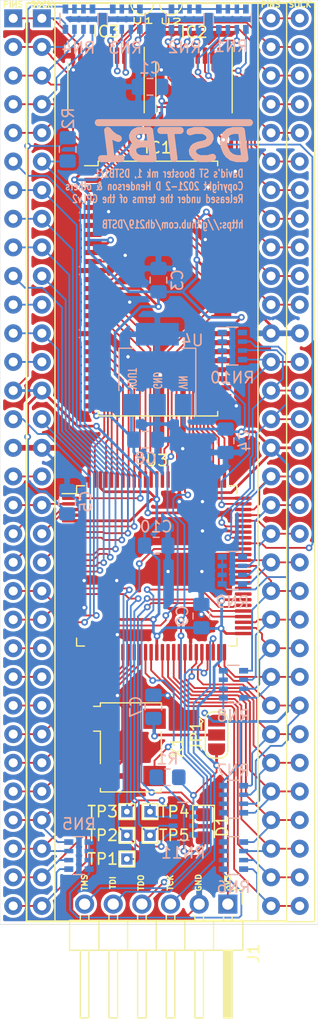
<source format=kicad_pcb>
(kicad_pcb (version 20171130) (host pcbnew "(5.1.10-1-10_14)")
  (title_block (title "David's ST Booster 1") (date 2022-04-19) (rev 2) (company "D Henderson"))
  (layers (0 F.Cu signal) (31 B.Cu signal) (36 B.SilkS user hide) (37 F.SilkS user hide) (38 B.Mask user hide) (39 F.Mask user hide) (44 Edge.Cuts user hide))
  (net 0 "")
  (net 1 GND)
  (net 2 MD15)
  (net 3 MD14)
  (net 4 MD13)
  (net 5 MD12)
  (net 6 MD11)
  (net 7 MD10)
  (net 8 MD9)
  (net 9 MD8)
  (net 10 "Net-(IC1-Pad40)")
  (net 11 DQM1)
  (net 12 RAMCLK)
  (net 13 MA12)
  (net 14 MA11)
  (net 15 MA9)
  (net 16 MA8)
  (net 17 MA7)
  (net 18 MA6)
  (net 19 MA5)
  (net 20 MA4)
  (net 21 MA3)
  (net 22 MA2)
  (net 23 MA1)
  (net 24 MA0)
  (net 25 MA10)
  (net 26 BA1)
  (net 27 BA0)
  (net 28 ~RAS)
  (net 29 ~CAS)
  (net 30 ~RAMWE)
  (net 31 DQM0)
  (net 32 MD7)
  (net 33 MD6)
  (net 34 MD5)
  (net 35 MD4)
  (net 36 MD3)
  (net 37 MD2)
  (net 38 MD1)
  (net 39 MD0)
  (net 40 ~BOE)
  (net 41 D15)
  (net 42 D14)
  (net 43 D13)
  (net 44 D12)
  (net 45 D11)
  (net 46 D10)
  (net 47 D9)
  (net 48 D8)
  (net 49 "Net-(IC2-Pad1)")
  (net 50 D7)
  (net 51 D6)
  (net 52 D5)
  (net 53 D4)
  (net 54 D3)
  (net 55 D2)
  (net 56 D1)
  (net 57 D0)
  (net 58 "Net-(IC3-Pad1)")
  (net 59 A4)
  (net 60 A3)
  (net 61 A2)
  (net 62 A1)
  (net 63 A23)
  (net 64 A22)
  (net 65 A21)
  (net 66 A20)
  (net 67 A19)
  (net 68 A18)
  (net 69 A17)
  (net 70 A16)
  (net 71 A15)
  (net 72 A14)
  (net 73 A13)
  (net 74 A12)
  (net 75 A11)
  (net 76 A10)
  (net 77 A9)
  (net 78 A8)
  (net 79 A7)
  (net 80 A6)
  (net 81 A5)
  (net 82 FC0)
  (net 83 FC1)
  (net 84 FC2)
  (net 85 IPL0)
  (net 86 IPL1)
  (net 87 IPL2)
  (net 88 ~BERR)
  (net 89 ~VPA)
  (net 90 E)
  (net 91 ~VMA)
  (net 92 ~RST)
  (net 93 ~HLT)
  (net 94 CLK8)
  (net 95 BR)
  (net 96 BGK)
  (net 97 BG)
  (net 98 ~DTACK)
  (net 99 R~W)
  (net 100 ~LDS)
  (net 101 ~UDS)
  (net 102 ~AS)
  (net 103 CLKOUT)
  (net 104 ~DTACK_INT)
  (net 105 ~AS_INT)
  (net 106 "Net-(U3-Pad24)")
  (net 107 VCC)
  (net 108 OSC)
  (net 109 "Net-(X1-Pad1)")
  (net 110 E_INT)
  (net 111 ~VMA_INT)
  (net 112 /TMS)
  (net 113 /TDI)
  (net 114 /TDO)
  (net 115 /TCK)
  (net 116 /TP1)
  (net 117 /TP2)
  (net 118 /TP3)
  (net 119 /TP4)
  (net 120 /TP5)
  (net 121 "Net-(RN10-Pad5)")
  (net 122 "Net-(C7-Pad1)")
  (net 123 "Net-(U3-Pad65)")
  (net 124 "Net-(U3-Pad61)")
  (net 125 "Net-(U3-Pad60)")
  (net 126 "Net-(U3-Pad25)")
  (net 127 "Net-(U3-Pad16)")
  (net 128 "Net-(U3-Pad15)")
  (net 129 VCC3)
  (net 130 "Net-(U3-Pad59)")
  (net 131 "Net-(U3-Pad58)")
  (net 132 "Net-(D1-Pad2)")
  (net 133 /LED1)
  (module Resistor_SMD:R_0805_2012Metric_Pad1.20x1.40mm_HandSolder (layer B.Cu) (at 145.25 122.95 180)
    (fp_text reference R1 (at 0 1.65) (layer B.SilkS) (effects (justify mirror)))
    (fp_text value R)
    (pad 2 smd roundrect (at 1 0 180) (size 1.2 1.4) (layers B.Cu B.Paste B.Mask) (roundrect_rratio 0.2083325) (net 132 "Net-(D1-Pad2)"))
    (pad 1 smd roundrect (at -1 0 180) (size 1.2 1.4) (layers B.Cu B.Paste B.Mask) (roundrect_rratio 0.2083325) (net 129 VCC3))
  )
  (module LED_SMD:LED_0805_2012Metric_Pad1.15x1.40mm_HandSolder (layer F.Cu) (at 148.45 127.3 270)
    (fp_text reference D1 (at 0 -1.65 90) (layer F.SilkS))
    (fp_text value LED)
    (pad 2 smd roundrect (at 1.025 0 270) (size 1.15 1.4) (layers F.Cu F.Paste F.Mask) (roundrect_rratio 0.2173904347826087) (net 132 "Net-(D1-Pad2)"))
    (pad 1 smd roundrect (at -1.025 0 270) (size 1.15 1.4) (layers F.Cu F.Paste F.Mask) (roundrect_rratio 0.2173904347826087) (net 133 /LED1))
  )
  (module Package_TO_SOT_SMD:SOT-223-3_TabPin2 (layer B.Cu) (at 144.35 86.8 90)
    (fp_text reference U4 (at 2.6 3.1 180) (layer B.SilkS) (effects (justify mirror)))
    (fp_text value LT1129-3.3_SOT223)
    (pad 1 smd rect (at -3.15 2.3 90) (size 2 1.5) (layers B.Cu B.Paste B.Mask) (net 107 VCC))
    (pad 3 smd rect (at -3.15 -2.3 90) (size 2 1.5) (layers B.Cu B.Paste B.Mask) (net 129 VCC3))
    (pad 2 smd rect (at -3.15 0 90) (size 2 1.5) (layers B.Cu B.Paste B.Mask) (net 1 GND))
    (pad 2 smd rect (at 3.15 0 90) (size 2 3.8) (layers B.Cu B.Paste B.Mask) (net 1 GND))
  )
  (module Resistor_SMD:R_Array_Convex_4x0603 (layer B.Cu) (at 146.65 126.85)
    (fp_text reference RN11 (at 0 2.8) (layer B.SilkS) (effects (justify mirror)))
    (fp_text value 3k3)
    (pad 5 smd rect (at 0.9 -1.2) (size 0.8 0.5) (layers B.Cu B.Paste B.Mask) (net 129 VCC3))
    (pad 6 smd rect (at 0.9 -0.4) (size 0.8 0.4) (layers B.Cu B.Paste B.Mask) (net 129 VCC3))
    (pad 8 smd rect (at 0.9 1.2) (size 0.8 0.5) (layers B.Cu B.Paste B.Mask) (net 129 VCC3))
    (pad 7 smd rect (at 0.9 0.4) (size 0.8 0.4) (layers B.Cu B.Paste B.Mask) (net 129 VCC3))
    (pad 4 smd rect (at -0.9 -1.2) (size 0.8 0.5) (layers B.Cu B.Paste B.Mask) (net 118 /TP3))
    (pad 2 smd rect (at -0.9 0.4) (size 0.8 0.4) (layers B.Cu B.Paste B.Mask) (net 120 /TP5))
    (pad 3 smd rect (at -0.9 -0.4) (size 0.8 0.4) (layers B.Cu B.Paste B.Mask) (net 119 /TP4))
    (pad 1 smd rect (at -0.9 1.2) (size 0.8 0.5) (layers B.Cu B.Paste B.Mask) (net 117 /TP2))
  )
  (module Capacitor_SMD:C_0805_2012Metric_Pad1.18x1.45mm_HandSolder (layer B.Cu) (at 136.4 67.25 270)
    (fp_text reference R2 (at -2.75 -0.05 90) (layer B.SilkS) (effects (justify mirror)))
    (fp_text value 2k2)
    (pad 2 smd roundrect (at 1.0375 0 270) (size 1.175 1.45) (layers B.Cu B.Paste B.Mask) (roundrect_rratio 0.2127659574468085) (net 105 ~AS_INT))
    (pad 1 smd roundrect (at -1.0375 0 270) (size 1.175 1.45) (layers B.Cu B.Paste B.Mask) (roundrect_rratio 0.2127659574468085) (net 107 VCC))
  )
  (module Jumper:SolderJumper-3_P1.3mm_Open_RoundedPad1.0x1.5mm (layer F.Cu) (at 149.6 119.2 270)
    (fp_text reference JP1 (at 0.1 1.8 270) (layer F.SilkS))
    (fp_text value SolderJumper_3_Open)
    (pad 2 smd rect (at 0 0 270) (size 1 1.5) (layers F.Cu F.Mask) (net 122 "Net-(C7-Pad1)"))
    (pad 3 smd custom (at 1.3 0 270) (size 1 0.5) (layers F.Cu F.Mask) (net 129 VCC3) (options (clearance outline) (anchor rect)) (primitives (gr_circle (center 0 0.25) (end 0.5 0.25) (width 0)) (gr_circle (center 0 -0.25) (end 0.5 -0.25) (width 0)) (gr_poly (pts (xy -0.55 -0.75) (xy 0 -0.75) (xy 0 0.75) (xy -0.55 0.75)) (width 0))))
    (pad 1 smd custom (at -1.3 0 270) (size 1 0.5) (layers F.Cu F.Mask) (net 107 VCC) (options (clearance outline) (anchor rect)) (primitives (gr_circle (center 0 0.25) (end 0.5 0.25) (width 0)) (gr_circle (center 0 -0.25) (end 0.5 -0.25) (width 0)) (gr_poly (pts (xy 0.55 -0.75) (xy 0 -0.75) (xy 0 0.75) (xy 0.55 0.75)) (width 0))))
  )
  (module Package_QFP:TQFP-100_14x14mm_P0.5mm (layer F.Cu) (at 144.3 104.2)
    (fp_text reference U3 (at 0 -9.35) (layer F.SilkS))
    (fp_text value XC95144XL-TQ100)
    (pad 100 smd roundrect (at -6 -7.6625) (size 0.3 1.475) (layers F.Cu F.Paste F.Mask) (net 1 GND))
    (pad 99 smd roundrect (at -5.5 -7.6625) (size 0.3 1.475) (layers F.Cu F.Paste F.Mask) (net 21 MA3))
    (pad 98 smd roundrect (at -5 -7.6625) (size 0.3 1.475) (layers F.Cu F.Paste F.Mask) (net 129 VCC3))
    (pad 97 smd roundrect (at -4.5 -7.6625) (size 0.3 1.475) (layers F.Cu F.Paste F.Mask) (net 22 MA2))
    (pad 96 smd roundrect (at -4 -7.6625) (size 0.3 1.475) (layers F.Cu F.Paste F.Mask) (net 23 MA1))
    (pad 95 smd roundrect (at -3.5 -7.6625) (size 0.3 1.475) (layers F.Cu F.Paste F.Mask) (net 24 MA0))
    (pad 94 smd roundrect (at -3 -7.6625) (size 0.3 1.475) (layers F.Cu F.Paste F.Mask) (net 25 MA10))
    (pad 93 smd roundrect (at -2.5 -7.6625) (size 0.3 1.475) (layers F.Cu F.Paste F.Mask) (net 26 BA1))
    (pad 92 smd roundrect (at -2 -7.6625) (size 0.3 1.475) (layers F.Cu F.Paste F.Mask) (net 27 BA0))
    (pad 91 smd roundrect (at -1.5 -7.6625) (size 0.3 1.475) (layers F.Cu F.Paste F.Mask) (net 28 ~RAS))
    (pad 90 smd roundrect (at -1 -7.6625) (size 0.3 1.475) (layers F.Cu F.Paste F.Mask) (net 29 ~CAS))
    (pad 89 smd roundrect (at -0.5 -7.6625) (size 0.3 1.475) (layers F.Cu F.Paste F.Mask) (net 30 ~RAMWE))
    (pad 88 smd roundrect (at 0 -7.6625) (size 0.3 1.475) (layers F.Cu F.Paste F.Mask) (net 129 VCC3))
    (pad 87 smd roundrect (at 0.5 -7.6625) (size 0.3 1.475) (layers F.Cu F.Paste F.Mask) (net 31 DQM0))
    (pad 86 smd roundrect (at 1 -7.6625) (size 0.3 1.475) (layers F.Cu F.Paste F.Mask) (net 11 DQM1))
    (pad 85 smd roundrect (at 1.5 -7.6625) (size 0.3 1.475) (layers F.Cu F.Paste F.Mask) (net 13 MA12))
    (pad 84 smd roundrect (at 2 -7.6625) (size 0.3 1.475) (layers F.Cu F.Paste F.Mask) (net 1 GND))
    (pad 83 smd roundrect (at 2.5 -7.6625) (size 0.3 1.475) (layers F.Cu F.Paste F.Mask) (net 114 /TDO))
    (pad 82 smd roundrect (at 3 -7.6625) (size 0.3 1.475) (layers F.Cu F.Paste F.Mask) (net 14 MA11))
    (pad 81 smd roundrect (at 3.5 -7.6625) (size 0.3 1.475) (layers F.Cu F.Paste F.Mask) (net 15 MA9))
    (pad 80 smd roundrect (at 4 -7.6625) (size 0.3 1.475) (layers F.Cu F.Paste F.Mask) (net 16 MA8))
    (pad 79 smd roundrect (at 4.5 -7.6625) (size 0.3 1.475) (layers F.Cu F.Paste F.Mask) (net 17 MA7))
    (pad 78 smd roundrect (at 5 -7.6625) (size 0.3 1.475) (layers F.Cu F.Paste F.Mask) (net 18 MA6))
    (pad 77 smd roundrect (at 5.5 -7.6625) (size 0.3 1.475) (layers F.Cu F.Paste F.Mask) (net 19 MA5))
    (pad 76 smd roundrect (at 6 -7.6625) (size 0.3 1.475) (layers F.Cu F.Paste F.Mask) (net 20 MA4))
    (pad 75 smd roundrect (at 7.6625 -6) (size 1.475 0.3) (layers F.Cu F.Paste F.Mask) (net 1 GND))
    (pad 74 smd roundrect (at 7.6625 -5.5) (size 1.475 0.3) (layers F.Cu F.Paste F.Mask) (net 63 A23))
    (pad 73 smd roundrect (at 7.6625 -5) (size 1.475 0.3) (layers F.Cu F.Paste F.Mask) (net 66 A20))
    (pad 72 smd roundrect (at 7.6625 -4.5) (size 1.475 0.3) (layers F.Cu F.Paste F.Mask) (net 67 A19))
    (pad 71 smd roundrect (at 7.6625 -4) (size 1.475 0.3) (layers F.Cu F.Paste F.Mask) (net 68 A18))
    (pad 70 smd roundrect (at 7.6625 -3.5) (size 1.475 0.3) (layers F.Cu F.Paste F.Mask) (net 64 A22))
    (pad 69 smd roundrect (at 7.6625 -3) (size 1.475 0.3) (layers F.Cu F.Paste F.Mask) (net 1 GND))
    (pad 68 smd roundrect (at 7.6625 -2.5) (size 1.475 0.3) (layers F.Cu F.Paste F.Mask) (net 65 A21))
    (pad 67 smd roundrect (at 7.6625 -2) (size 1.475 0.3) (layers F.Cu F.Paste F.Mask) (net 40 ~BOE))
    (pad 66 smd roundrect (at 7.6625 -1.5) (size 1.475 0.3) (layers F.Cu F.Paste F.Mask) (net 118 /TP3))
    (pad 65 smd roundrect (at 7.6625 -1) (size 1.475 0.3) (layers F.Cu F.Paste F.Mask) (net 123 "Net-(U3-Pad65)"))
    (pad 64 smd roundrect (at 7.6625 -0.5) (size 1.475 0.3) (layers F.Cu F.Paste F.Mask) (net 69 A17))
    (pad 63 smd roundrect (at 7.6625 0) (size 1.475 0.3) (layers F.Cu F.Paste F.Mask) (net 70 A16))
    (pad 62 smd roundrect (at 7.6625 0.5) (size 1.475 0.3) (layers F.Cu F.Paste F.Mask) (net 1 GND))
    (pad 61 smd roundrect (at 7.6625 1) (size 1.475 0.3) (layers F.Cu F.Paste F.Mask) (net 124 "Net-(U3-Pad61)"))
    (pad 60 smd roundrect (at 7.6625 1.5) (size 1.475 0.3) (layers F.Cu F.Paste F.Mask) (net 125 "Net-(U3-Pad60)"))
    (pad 59 smd roundrect (at 7.6625 2) (size 1.475 0.3) (layers F.Cu F.Paste F.Mask) (net 130 "Net-(U3-Pad59)"))
    (pad 58 smd roundrect (at 7.6625 2.5) (size 1.475 0.3) (layers F.Cu F.Paste F.Mask) (net 131 "Net-(U3-Pad58)"))
    (pad 57 smd roundrect (at 7.6625 3) (size 1.475 0.3) (layers F.Cu F.Paste F.Mask) (net 129 VCC3))
    (pad 56 smd roundrect (at 7.6625 3.5) (size 1.475 0.3) (layers F.Cu F.Paste F.Mask) (net 133 /LED1))
    (pad 55 smd roundrect (at 7.6625 4) (size 1.475 0.3) (layers F.Cu F.Paste F.Mask) (net 120 /TP5))
    (pad 54 smd roundrect (at 7.6625 4.5) (size 1.475 0.3) (layers F.Cu F.Paste F.Mask) (net 119 /TP4))
    (pad 53 smd roundrect (at 7.6625 5) (size 1.475 0.3) (layers F.Cu F.Paste F.Mask) (net 71 A15))
    (pad 52 smd roundrect (at 7.6625 5.5) (size 1.475 0.3) (layers F.Cu F.Paste F.Mask) (net 72 A14))
    (pad 51 smd roundrect (at 7.6625 6) (size 1.475 0.3) (layers F.Cu F.Paste F.Mask) (net 129 VCC3))
    (pad 50 smd roundrect (at 6 7.6625) (size 0.3 1.475) (layers F.Cu F.Paste F.Mask) (net 73 A13))
    (pad 49 smd roundrect (at 5.5 7.6625) (size 0.3 1.475) (layers F.Cu F.Paste F.Mask) (net 74 A12))
    (pad 48 smd roundrect (at 5 7.6625) (size 0.3 1.475) (layers F.Cu F.Paste F.Mask) (net 115 /TCK))
    (pad 47 smd roundrect (at 4.5 7.6625) (size 0.3 1.475) (layers F.Cu F.Paste F.Mask) (net 112 /TMS))
    (pad 46 smd roundrect (at 4 7.6625) (size 0.3 1.475) (layers F.Cu F.Paste F.Mask) (net 75 A11))
    (pad 45 smd roundrect (at 3.5 7.6625) (size 0.3 1.475) (layers F.Cu F.Paste F.Mask) (net 113 /TDI))
    (pad 44 smd roundrect (at 3 7.6625) (size 0.3 1.475) (layers F.Cu F.Paste F.Mask) (net 1 GND))
    (pad 43 smd roundrect (at 2.5 7.6625) (size 0.3 1.475) (layers F.Cu F.Paste F.Mask) (net 76 A10))
    (pad 42 smd roundrect (at 2 7.6625) (size 0.3 1.475) (layers F.Cu F.Paste F.Mask) (net 77 A9))
    (pad 41 smd roundrect (at 1.5 7.6625) (size 0.3 1.475) (layers F.Cu F.Paste F.Mask) (net 78 A8))
    (pad 40 smd roundrect (at 1 7.6625) (size 0.3 1.475) (layers F.Cu F.Paste F.Mask) (net 79 A7))
    (pad 39 smd roundrect (at 0.5 7.6625) (size 0.3 1.475) (layers F.Cu F.Paste F.Mask) (net 80 A6))
    (pad 38 smd roundrect (at 0 7.6625) (size 0.3 1.475) (layers F.Cu F.Paste F.Mask) (net 129 VCC3))
    (pad 37 smd roundrect (at -0.5 7.6625) (size 0.3 1.475) (layers F.Cu F.Paste F.Mask) (net 81 A5))
    (pad 36 smd roundrect (at -1 7.6625) (size 0.3 1.475) (layers F.Cu F.Paste F.Mask) (net 108 OSC))
    (pad 35 smd roundrect (at -1.5 7.6625) (size 0.3 1.475) (layers F.Cu F.Paste F.Mask) (net 59 A4))
    (pad 34 smd roundrect (at -2 7.6625) (size 0.3 1.475) (layers F.Cu F.Paste F.Mask) (net 60 A3))
    (pad 33 smd roundrect (at -2.5 7.6625) (size 0.3 1.475) (layers F.Cu F.Paste F.Mask) (net 61 A2))
    (pad 32 smd roundrect (at -3 7.6625) (size 0.3 1.475) (layers F.Cu F.Paste F.Mask) (net 62 A1))
    (pad 31 smd roundrect (at -3.5 7.6625) (size 0.3 1.475) (layers F.Cu F.Paste F.Mask) (net 1 GND))
    (pad 30 smd roundrect (at -4 7.6625) (size 0.3 1.475) (layers F.Cu F.Paste F.Mask) (net 82 FC0))
    (pad 29 smd roundrect (at -4.5 7.6625) (size 0.3 1.475) (layers F.Cu F.Paste F.Mask) (net 83 FC1))
    (pad 28 smd roundrect (at -5 7.6625) (size 0.3 1.475) (layers F.Cu F.Paste F.Mask) (net 84 FC2))
    (pad 27 smd roundrect (at -5.5 7.6625) (size 0.3 1.475) (layers F.Cu F.Paste F.Mask) (net 12 RAMCLK))
    (pad 26 smd roundrect (at -6 7.6625) (size 0.3 1.475) (layers F.Cu F.Paste F.Mask) (net 129 VCC3))
    (pad 25 smd roundrect (at -7.6625 6) (size 1.475 0.3) (layers F.Cu F.Paste F.Mask) (net 126 "Net-(U3-Pad25)"))
    (pad 24 smd roundrect (at -7.6625 5.5) (size 1.475 0.3) (layers F.Cu F.Paste F.Mask) (net 106 "Net-(U3-Pad24)"))
    (pad 23 smd roundrect (at -7.6625 5) (size 1.475 0.3) (layers F.Cu F.Paste F.Mask) (net 94 CLK8))
    (pad 22 smd roundrect (at -7.6625 4.5) (size 1.475 0.3) (layers F.Cu F.Paste F.Mask) (net 103 CLKOUT))
    (pad 21 smd roundrect (at -7.6625 4) (size 1.475 0.3) (layers F.Cu F.Paste F.Mask) (net 1 GND))
    (pad 20 smd roundrect (at -7.6625 3.5) (size 1.475 0.3) (layers F.Cu F.Paste F.Mask) (net 88 ~BERR))
    (pad 19 smd roundrect (at -7.6625 3) (size 1.475 0.3) (layers F.Cu F.Paste F.Mask) (net 89 ~VPA))
    (pad 18 smd roundrect (at -7.6625 2.5) (size 1.475 0.3) (layers F.Cu F.Paste F.Mask) (net 116 /TP1))
    (pad 17 smd roundrect (at -7.6625 2) (size 1.475 0.3) (layers F.Cu F.Paste F.Mask) (net 117 /TP2))
    (pad 16 smd roundrect (at -7.6625 1.5) (size 1.475 0.3) (layers F.Cu F.Paste F.Mask) (net 127 "Net-(U3-Pad16)"))
    (pad 15 smd roundrect (at -7.6625 1) (size 1.475 0.3) (layers F.Cu F.Paste F.Mask) (net 128 "Net-(U3-Pad15)"))
    (pad 14 smd roundrect (at -7.6625 0.5) (size 1.475 0.3) (layers F.Cu F.Paste F.Mask) (net 96 BGK))
    (pad 13 smd roundrect (at -7.6625 0) (size 1.475 0.3) (layers F.Cu F.Paste F.Mask) (net 98 ~DTACK))
    (pad 12 smd roundrect (at -7.6625 -0.5) (size 1.475 0.3) (layers F.Cu F.Paste F.Mask) (net 104 ~DTACK_INT))
    (pad 11 smd roundrect (at -7.6625 -1) (size 1.475 0.3) (layers F.Cu F.Paste F.Mask) (net 99 R~W))
    (pad 10 smd roundrect (at -7.6625 -1.5) (size 1.475 0.3) (layers F.Cu F.Paste F.Mask) (net 110 E_INT))
    (pad 9 smd roundrect (at -7.6625 -2) (size 1.475 0.3) (layers F.Cu F.Paste F.Mask) (net 90 E))
    (pad 8 smd roundrect (at -7.6625 -2.5) (size 1.475 0.3) (layers F.Cu F.Paste F.Mask) (net 100 ~LDS))
    (pad 7 smd roundrect (at -7.6625 -3) (size 1.475 0.3) (layers F.Cu F.Paste F.Mask) (net 101 ~UDS))
    (pad 6 smd roundrect (at -7.6625 -3.5) (size 1.475 0.3) (layers F.Cu F.Paste F.Mask) (net 102 ~AS))
    (pad 5 smd roundrect (at -7.6625 -4) (size 1.475 0.3) (layers F.Cu F.Paste F.Mask) (net 129 VCC3))
    (pad 4 smd roundrect (at -7.6625 -4.5) (size 1.475 0.3) (layers F.Cu F.Paste F.Mask) (net 111 ~VMA_INT))
    (pad 3 smd roundrect (at -7.6625 -5) (size 1.475 0.3) (layers F.Cu F.Paste F.Mask) (net 91 ~VMA))
    (pad 2 smd roundrect (at -7.6625 -5.5) (size 1.475 0.3) (layers F.Cu F.Paste F.Mask) (net 92 ~RST))
    (pad 1 smd roundrect (at -7.6625 -6) (size 1.475 0.3) (layers F.Cu F.Paste F.Mask) (net 105 ~AS_INT))
  )
  (module Package_DIP:DIP-64_W22.86mm (layer F.Cu) (at 131.572 55.626)
    (fp_text reference U1 (at 11.478 0.224) (layer F.SilkS) (effects (font (size 0.5 1) (thickness 0.125))))
    (fp_text value 68000D)
    (pad 64 thru_hole oval (at 22.86 0) (size 1.6 1.6) (drill 0.8) (layers *.Cu *.Mask) (net 52 D5))
    (pad 32 thru_hole oval (at 0 78.74) (size 1.6 1.6) (drill 0.8) (layers *.Cu *.Mask) (net 59 A4))
    (pad 63 thru_hole oval (at 22.86 2.54) (size 1.6 1.6) (drill 0.8) (layers *.Cu *.Mask) (net 51 D6))
    (pad 31 thru_hole oval (at 0 76.2) (size 1.6 1.6) (drill 0.8) (layers *.Cu *.Mask) (net 60 A3))
    (pad 62 thru_hole oval (at 22.86 5.08) (size 1.6 1.6) (drill 0.8) (layers *.Cu *.Mask) (net 50 D7))
    (pad 30 thru_hole oval (at 0 73.66) (size 1.6 1.6) (drill 0.8) (layers *.Cu *.Mask) (net 61 A2))
    (pad 61 thru_hole oval (at 22.86 7.62) (size 1.6 1.6) (drill 0.8) (layers *.Cu *.Mask) (net 48 D8))
    (pad 29 thru_hole oval (at 0 71.12) (size 1.6 1.6) (drill 0.8) (layers *.Cu *.Mask) (net 62 A1))
    (pad 60 thru_hole oval (at 22.86 10.16) (size 1.6 1.6) (drill 0.8) (layers *.Cu *.Mask) (net 47 D9))
    (pad 28 thru_hole oval (at 0 68.58) (size 1.6 1.6) (drill 0.8) (layers *.Cu *.Mask) (net 82 FC0))
    (pad 59 thru_hole oval (at 22.86 12.7) (size 1.6 1.6) (drill 0.8) (layers *.Cu *.Mask) (net 46 D10))
    (pad 27 thru_hole oval (at 0 66.04) (size 1.6 1.6) (drill 0.8) (layers *.Cu *.Mask) (net 83 FC1))
    (pad 58 thru_hole oval (at 22.86 15.24) (size 1.6 1.6) (drill 0.8) (layers *.Cu *.Mask) (net 45 D11))
    (pad 26 thru_hole oval (at 0 63.5) (size 1.6 1.6) (drill 0.8) (layers *.Cu *.Mask) (net 84 FC2))
    (pad 57 thru_hole oval (at 22.86 17.78) (size 1.6 1.6) (drill 0.8) (layers *.Cu *.Mask) (net 44 D12))
    (pad 25 thru_hole oval (at 0 60.96) (size 1.6 1.6) (drill 0.8) (layers *.Cu *.Mask) (net 85 IPL0))
    (pad 56 thru_hole oval (at 22.86 20.32) (size 1.6 1.6) (drill 0.8) (layers *.Cu *.Mask) (net 43 D13))
    (pad 24 thru_hole oval (at 0 58.42) (size 1.6 1.6) (drill 0.8) (layers *.Cu *.Mask) (net 86 IPL1))
    (pad 55 thru_hole oval (at 22.86 22.86) (size 1.6 1.6) (drill 0.8) (layers *.Cu *.Mask) (net 42 D14))
    (pad 23 thru_hole oval (at 0 55.88) (size 1.6 1.6) (drill 0.8) (layers *.Cu *.Mask) (net 87 IPL2))
    (pad 54 thru_hole oval (at 22.86 25.4) (size 1.6 1.6) (drill 0.8) (layers *.Cu *.Mask) (net 41 D15))
    (pad 22 thru_hole oval (at 0 53.34) (size 1.6 1.6) (drill 0.8) (layers *.Cu *.Mask) (net 88 ~BERR))
    (pad 53 thru_hole oval (at 22.86 27.94) (size 1.6 1.6) (drill 0.8) (layers *.Cu *.Mask) (net 1 GND))
    (pad 21 thru_hole oval (at 0 50.8) (size 1.6 1.6) (drill 0.8) (layers *.Cu *.Mask) (net 89 ~VPA))
    (pad 52 thru_hole oval (at 22.86 30.48) (size 1.6 1.6) (drill 0.8) (layers *.Cu *.Mask) (net 63 A23))
    (pad 20 thru_hole oval (at 0 48.26) (size 1.6 1.6) (drill 0.8) (layers *.Cu *.Mask) (net 90 E))
    (pad 51 thru_hole oval (at 22.86 33.02) (size 1.6 1.6) (drill 0.8) (layers *.Cu *.Mask) (net 64 A22))
    (pad 19 thru_hole oval (at 0 45.72) (size 1.6 1.6) (drill 0.8) (layers *.Cu *.Mask) (net 91 ~VMA))
    (pad 50 thru_hole oval (at 22.86 35.56) (size 1.6 1.6) (drill 0.8) (layers *.Cu *.Mask) (net 65 A21))
    (pad 18 thru_hole oval (at 0 43.18) (size 1.6 1.6) (drill 0.8) (layers *.Cu *.Mask) (net 92 ~RST))
    (pad 49 thru_hole oval (at 22.86 38.1) (size 1.6 1.6) (drill 0.8) (layers *.Cu *.Mask) (net 107 VCC))
    (pad 17 thru_hole oval (at 0 40.64) (size 1.6 1.6) (drill 0.8) (layers *.Cu *.Mask) (net 93 ~HLT))
    (pad 48 thru_hole oval (at 22.86 40.64) (size 1.6 1.6) (drill 0.8) (layers *.Cu *.Mask) (net 66 A20))
    (pad 16 thru_hole oval (at 0 38.1) (size 1.6 1.6) (drill 0.8) (layers *.Cu *.Mask) (net 1 GND))
    (pad 47 thru_hole oval (at 22.86 43.18) (size 1.6 1.6) (drill 0.8) (layers *.Cu *.Mask) (net 67 A19))
    (pad 15 thru_hole oval (at 0 35.56) (size 1.6 1.6) (drill 0.8) (layers *.Cu *.Mask) (net 94 CLK8))
    (pad 46 thru_hole oval (at 22.86 45.72) (size 1.6 1.6) (drill 0.8) (layers *.Cu *.Mask) (net 68 A18))
    (pad 14 thru_hole oval (at 0 33.02) (size 1.6 1.6) (drill 0.8) (layers *.Cu *.Mask) (net 107 VCC))
    (pad 45 thru_hole oval (at 22.86 48.26) (size 1.6 1.6) (drill 0.8) (layers *.Cu *.Mask) (net 69 A17))
    (pad 13 thru_hole oval (at 0 30.48) (size 1.6 1.6) (drill 0.8) (layers *.Cu *.Mask) (net 95 BR))
    (pad 44 thru_hole oval (at 22.86 50.8) (size 1.6 1.6) (drill 0.8) (layers *.Cu *.Mask) (net 70 A16))
    (pad 12 thru_hole oval (at 0 27.94) (size 1.6 1.6) (drill 0.8) (layers *.Cu *.Mask) (net 96 BGK))
    (pad 43 thru_hole oval (at 22.86 53.34) (size 1.6 1.6) (drill 0.8) (layers *.Cu *.Mask) (net 71 A15))
    (pad 11 thru_hole oval (at 0 25.4) (size 1.6 1.6) (drill 0.8) (layers *.Cu *.Mask) (net 97 BG))
    (pad 42 thru_hole oval (at 22.86 55.88) (size 1.6 1.6) (drill 0.8) (layers *.Cu *.Mask) (net 72 A14))
    (pad 10 thru_hole oval (at 0 22.86) (size 1.6 1.6) (drill 0.8) (layers *.Cu *.Mask) (net 98 ~DTACK))
    (pad 41 thru_hole oval (at 22.86 58.42) (size 1.6 1.6) (drill 0.8) (layers *.Cu *.Mask) (net 73 A13))
    (pad 9 thru_hole oval (at 0 20.32) (size 1.6 1.6) (drill 0.8) (layers *.Cu *.Mask) (net 99 R~W))
    (pad 40 thru_hole oval (at 22.86 60.96) (size 1.6 1.6) (drill 0.8) (layers *.Cu *.Mask) (net 74 A12))
    (pad 8 thru_hole oval (at 0 17.78) (size 1.6 1.6) (drill 0.8) (layers *.Cu *.Mask) (net 100 ~LDS))
    (pad 39 thru_hole oval (at 22.86 63.5) (size 1.6 1.6) (drill 0.8) (layers *.Cu *.Mask) (net 75 A11))
    (pad 7 thru_hole oval (at 0 15.24) (size 1.6 1.6) (drill 0.8) (layers *.Cu *.Mask) (net 101 ~UDS))
    (pad 38 thru_hole oval (at 22.86 66.04) (size 1.6 1.6) (drill 0.8) (layers *.Cu *.Mask) (net 76 A10))
    (pad 6 thru_hole oval (at 0 12.7) (size 1.6 1.6) (drill 0.8) (layers *.Cu *.Mask) (net 102 ~AS))
    (pad 37 thru_hole oval (at 22.86 68.58) (size 1.6 1.6) (drill 0.8) (layers *.Cu *.Mask) (net 77 A9))
    (pad 5 thru_hole oval (at 0 10.16) (size 1.6 1.6) (drill 0.8) (layers *.Cu *.Mask) (net 57 D0))
    (pad 36 thru_hole oval (at 22.86 71.12) (size 1.6 1.6) (drill 0.8) (layers *.Cu *.Mask) (net 78 A8))
    (pad 4 thru_hole oval (at 0 7.62) (size 1.6 1.6) (drill 0.8) (layers *.Cu *.Mask) (net 56 D1))
    (pad 35 thru_hole oval (at 22.86 73.66) (size 1.6 1.6) (drill 0.8) (layers *.Cu *.Mask) (net 79 A7))
    (pad 3 thru_hole oval (at 0 5.08) (size 1.6 1.6) (drill 0.8) (layers *.Cu *.Mask) (net 55 D2))
    (pad 34 thru_hole oval (at 22.86 76.2) (size 1.6 1.6) (drill 0.8) (layers *.Cu *.Mask) (net 80 A6))
    (pad 2 thru_hole oval (at 0 2.54) (size 1.6 1.6) (drill 0.8) (layers *.Cu *.Mask) (net 54 D3))
    (pad 33 thru_hole oval (at 22.86 78.74) (size 1.6 1.6) (drill 0.8) (layers *.Cu *.Mask) (net 81 A5))
    (pad 1 thru_hole rect (at 0 0) (size 1.6 1.6) (drill 0.8) (layers *.Cu *.Mask) (net 53 D4))
  )
  (module Package_DIP:DIP-64_W22.86mm_Socket (layer F.Cu) (at 134.112 55.626)
    (fp_text reference U2 (at 11.438 0.274) (layer F.SilkS) (effects (font (size 0.5 1) (thickness 0.125))))
    (fp_text value 68000D)
    (pad 64 thru_hole oval (at 22.86 0) (size 1.6 1.6) (drill 0.8) (layers *.Cu *.Mask) (net 52 D5))
    (pad 32 thru_hole oval (at 0 78.74) (size 1.6 1.6) (drill 0.8) (layers *.Cu *.Mask) (net 59 A4))
    (pad 63 thru_hole oval (at 22.86 2.54) (size 1.6 1.6) (drill 0.8) (layers *.Cu *.Mask) (net 51 D6))
    (pad 31 thru_hole oval (at 0 76.2) (size 1.6 1.6) (drill 0.8) (layers *.Cu *.Mask) (net 60 A3))
    (pad 62 thru_hole oval (at 22.86 5.08) (size 1.6 1.6) (drill 0.8) (layers *.Cu *.Mask) (net 50 D7))
    (pad 30 thru_hole oval (at 0 73.66) (size 1.6 1.6) (drill 0.8) (layers *.Cu *.Mask) (net 61 A2))
    (pad 61 thru_hole oval (at 22.86 7.62) (size 1.6 1.6) (drill 0.8) (layers *.Cu *.Mask) (net 48 D8))
    (pad 29 thru_hole oval (at 0 71.12) (size 1.6 1.6) (drill 0.8) (layers *.Cu *.Mask) (net 62 A1))
    (pad 60 thru_hole oval (at 22.86 10.16) (size 1.6 1.6) (drill 0.8) (layers *.Cu *.Mask) (net 47 D9))
    (pad 28 thru_hole oval (at 0 68.58) (size 1.6 1.6) (drill 0.8) (layers *.Cu *.Mask) (net 82 FC0))
    (pad 59 thru_hole oval (at 22.86 12.7) (size 1.6 1.6) (drill 0.8) (layers *.Cu *.Mask) (net 46 D10))
    (pad 27 thru_hole oval (at 0 66.04) (size 1.6 1.6) (drill 0.8) (layers *.Cu *.Mask) (net 83 FC1))
    (pad 58 thru_hole oval (at 22.86 15.24) (size 1.6 1.6) (drill 0.8) (layers *.Cu *.Mask) (net 45 D11))
    (pad 26 thru_hole oval (at 0 63.5) (size 1.6 1.6) (drill 0.8) (layers *.Cu *.Mask) (net 84 FC2))
    (pad 57 thru_hole oval (at 22.86 17.78) (size 1.6 1.6) (drill 0.8) (layers *.Cu *.Mask) (net 44 D12))
    (pad 25 thru_hole oval (at 0 60.96) (size 1.6 1.6) (drill 0.8) (layers *.Cu *.Mask) (net 85 IPL0))
    (pad 56 thru_hole oval (at 22.86 20.32) (size 1.6 1.6) (drill 0.8) (layers *.Cu *.Mask) (net 43 D13))
    (pad 24 thru_hole oval (at 0 58.42) (size 1.6 1.6) (drill 0.8) (layers *.Cu *.Mask) (net 86 IPL1))
    (pad 55 thru_hole oval (at 22.86 22.86) (size 1.6 1.6) (drill 0.8) (layers *.Cu *.Mask) (net 42 D14))
    (pad 23 thru_hole oval (at 0 55.88) (size 1.6 1.6) (drill 0.8) (layers *.Cu *.Mask) (net 87 IPL2))
    (pad 54 thru_hole oval (at 22.86 25.4) (size 1.6 1.6) (drill 0.8) (layers *.Cu *.Mask) (net 41 D15))
    (pad 22 thru_hole oval (at 0 53.34) (size 1.6 1.6) (drill 0.8) (layers *.Cu *.Mask) (net 88 ~BERR))
    (pad 53 thru_hole oval (at 22.86 27.94) (size 1.6 1.6) (drill 0.8) (layers *.Cu *.Mask) (net 1 GND))
    (pad 21 thru_hole oval (at 0 50.8) (size 1.6 1.6) (drill 0.8) (layers *.Cu *.Mask) (net 89 ~VPA))
    (pad 52 thru_hole oval (at 22.86 30.48) (size 1.6 1.6) (drill 0.8) (layers *.Cu *.Mask) (net 63 A23))
    (pad 20 thru_hole oval (at 0 48.26) (size 1.6 1.6) (drill 0.8) (layers *.Cu *.Mask) (net 110 E_INT))
    (pad 51 thru_hole oval (at 22.86 33.02) (size 1.6 1.6) (drill 0.8) (layers *.Cu *.Mask) (net 64 A22))
    (pad 19 thru_hole oval (at 0 45.72) (size 1.6 1.6) (drill 0.8) (layers *.Cu *.Mask) (net 111 ~VMA_INT))
    (pad 50 thru_hole oval (at 22.86 35.56) (size 1.6 1.6) (drill 0.8) (layers *.Cu *.Mask) (net 65 A21))
    (pad 18 thru_hole oval (at 0 43.18) (size 1.6 1.6) (drill 0.8) (layers *.Cu *.Mask) (net 92 ~RST))
    (pad 49 thru_hole oval (at 22.86 38.1) (size 1.6 1.6) (drill 0.8) (layers *.Cu *.Mask) (net 107 VCC))
    (pad 17 thru_hole oval (at 0 40.64) (size 1.6 1.6) (drill 0.8) (layers *.Cu *.Mask) (net 93 ~HLT))
    (pad 48 thru_hole oval (at 22.86 40.64) (size 1.6 1.6) (drill 0.8) (layers *.Cu *.Mask) (net 66 A20))
    (pad 16 thru_hole oval (at 0 38.1) (size 1.6 1.6) (drill 0.8) (layers *.Cu *.Mask) (net 1 GND))
    (pad 47 thru_hole oval (at 22.86 43.18) (size 1.6 1.6) (drill 0.8) (layers *.Cu *.Mask) (net 67 A19))
    (pad 15 thru_hole oval (at 0 35.56) (size 1.6 1.6) (drill 0.8) (layers *.Cu *.Mask) (net 103 CLKOUT))
    (pad 46 thru_hole oval (at 22.86 45.72) (size 1.6 1.6) (drill 0.8) (layers *.Cu *.Mask) (net 68 A18))
    (pad 14 thru_hole oval (at 0 33.02) (size 1.6 1.6) (drill 0.8) (layers *.Cu *.Mask) (net 107 VCC))
    (pad 45 thru_hole oval (at 22.86 48.26) (size 1.6 1.6) (drill 0.8) (layers *.Cu *.Mask) (net 69 A17))
    (pad 13 thru_hole oval (at 0 30.48) (size 1.6 1.6) (drill 0.8) (layers *.Cu *.Mask) (net 95 BR))
    (pad 44 thru_hole oval (at 22.86 50.8) (size 1.6 1.6) (drill 0.8) (layers *.Cu *.Mask) (net 70 A16))
    (pad 12 thru_hole oval (at 0 27.94) (size 1.6 1.6) (drill 0.8) (layers *.Cu *.Mask) (net 96 BGK))
    (pad 43 thru_hole oval (at 22.86 53.34) (size 1.6 1.6) (drill 0.8) (layers *.Cu *.Mask) (net 71 A15))
    (pad 11 thru_hole oval (at 0 25.4) (size 1.6 1.6) (drill 0.8) (layers *.Cu *.Mask) (net 97 BG))
    (pad 42 thru_hole oval (at 22.86 55.88) (size 1.6 1.6) (drill 0.8) (layers *.Cu *.Mask) (net 72 A14))
    (pad 10 thru_hole oval (at 0 22.86) (size 1.6 1.6) (drill 0.8) (layers *.Cu *.Mask) (net 104 ~DTACK_INT))
    (pad 41 thru_hole oval (at 22.86 58.42) (size 1.6 1.6) (drill 0.8) (layers *.Cu *.Mask) (net 73 A13))
    (pad 9 thru_hole oval (at 0 20.32) (size 1.6 1.6) (drill 0.8) (layers *.Cu *.Mask) (net 99 R~W))
    (pad 40 thru_hole oval (at 22.86 60.96) (size 1.6 1.6) (drill 0.8) (layers *.Cu *.Mask) (net 74 A12))
    (pad 8 thru_hole oval (at 0 17.78) (size 1.6 1.6) (drill 0.8) (layers *.Cu *.Mask) (net 100 ~LDS))
    (pad 39 thru_hole oval (at 22.86 63.5) (size 1.6 1.6) (drill 0.8) (layers *.Cu *.Mask) (net 75 A11))
    (pad 7 thru_hole oval (at 0 15.24) (size 1.6 1.6) (drill 0.8) (layers *.Cu *.Mask) (net 101 ~UDS))
    (pad 38 thru_hole oval (at 22.86 66.04) (size 1.6 1.6) (drill 0.8) (layers *.Cu *.Mask) (net 76 A10))
    (pad 6 thru_hole oval (at 0 12.7) (size 1.6 1.6) (drill 0.8) (layers *.Cu *.Mask) (net 105 ~AS_INT))
    (pad 37 thru_hole oval (at 22.86 68.58) (size 1.6 1.6) (drill 0.8) (layers *.Cu *.Mask) (net 77 A9))
    (pad 5 thru_hole oval (at 0 10.16) (size 1.6 1.6) (drill 0.8) (layers *.Cu *.Mask) (net 57 D0))
    (pad 36 thru_hole oval (at 22.86 71.12) (size 1.6 1.6) (drill 0.8) (layers *.Cu *.Mask) (net 78 A8))
    (pad 4 thru_hole oval (at 0 7.62) (size 1.6 1.6) (drill 0.8) (layers *.Cu *.Mask) (net 56 D1))
    (pad 35 thru_hole oval (at 22.86 73.66) (size 1.6 1.6) (drill 0.8) (layers *.Cu *.Mask) (net 79 A7))
    (pad 3 thru_hole oval (at 0 5.08) (size 1.6 1.6) (drill 0.8) (layers *.Cu *.Mask) (net 55 D2))
    (pad 34 thru_hole oval (at 22.86 76.2) (size 1.6 1.6) (drill 0.8) (layers *.Cu *.Mask) (net 80 A6))
    (pad 2 thru_hole oval (at 0 2.54) (size 1.6 1.6) (drill 0.8) (layers *.Cu *.Mask) (net 54 D3))
    (pad 33 thru_hole oval (at 22.86 78.74) (size 1.6 1.6) (drill 0.8) (layers *.Cu *.Mask) (net 81 A5))
    (pad 1 thru_hole rect (at 0 0) (size 1.6 1.6) (drill 0.8) (layers *.Cu *.Mask) (net 53 D4))
  )
  (module Resistor_SMD:R_Array_Convex_4x0603 (layer B.Cu) (at 151 84.7)
    (fp_text reference RN10 (at 0 2.8) (layer B.SilkS) (effects (justify mirror)))
    (fp_text value 3k3)
    (pad 5 smd rect (at 0.9 -1.2) (size 0.8 0.5) (layers B.Cu B.Paste B.Mask) (net 121 "Net-(RN10-Pad5)"))
    (pad 6 smd rect (at 0.9 -0.4) (size 0.8 0.4) (layers B.Cu B.Paste B.Mask) (net 65 A21))
    (pad 8 smd rect (at 0.9 1.2) (size 0.8 0.5) (layers B.Cu B.Paste B.Mask) (net 63 A23))
    (pad 7 smd rect (at 0.9 0.4) (size 0.8 0.4) (layers B.Cu B.Paste B.Mask) (net 64 A22))
    (pad 4 smd rect (at -0.9 -1.2) (size 0.8 0.5) (layers B.Cu B.Paste B.Mask) (net 107 VCC))
    (pad 2 smd rect (at -0.9 0.4) (size 0.8 0.4) (layers B.Cu B.Paste B.Mask) (net 107 VCC))
    (pad 3 smd rect (at -0.9 -0.4) (size 0.8 0.4) (layers B.Cu B.Paste B.Mask) (net 107 VCC))
    (pad 1 smd rect (at -0.9 1.2) (size 0.8 0.5) (layers B.Cu B.Paste B.Mask) (net 107 VCC))
  )
  (module Resistor_SMD:R_Array_Convex_4x0603 (layer B.Cu) (at 151 104.6)
    (fp_text reference RN9 (at 0 2.8) (layer B.SilkS) (effects (justify mirror)))
    (fp_text value 3k3)
    (pad 5 smd rect (at 0.9 -1.2) (size 0.8 0.5) (layers B.Cu B.Paste B.Mask) (net 66 A20))
    (pad 6 smd rect (at 0.9 -0.4) (size 0.8 0.4) (layers B.Cu B.Paste B.Mask) (net 67 A19))
    (pad 8 smd rect (at 0.9 1.2) (size 0.8 0.5) (layers B.Cu B.Paste B.Mask) (net 69 A17))
    (pad 7 smd rect (at 0.9 0.4) (size 0.8 0.4) (layers B.Cu B.Paste B.Mask) (net 68 A18))
    (pad 4 smd rect (at -0.9 -1.2) (size 0.8 0.5) (layers B.Cu B.Paste B.Mask) (net 107 VCC))
    (pad 2 smd rect (at -0.9 0.4) (size 0.8 0.4) (layers B.Cu B.Paste B.Mask) (net 107 VCC))
    (pad 3 smd rect (at -0.9 -0.4) (size 0.8 0.4) (layers B.Cu B.Paste B.Mask) (net 107 VCC))
    (pad 1 smd rect (at -0.9 1.2) (size 0.8 0.5) (layers B.Cu B.Paste B.Mask) (net 107 VCC))
  )
  (module Resistor_SMD:R_Array_Convex_4x0603 (layer B.Cu) (at 151.1 114.7)
    (fp_text reference RN8 (at 0 2.8) (layer B.SilkS) (effects (justify mirror)))
    (fp_text value 3k3)
    (pad 5 smd rect (at 0.9 -1.2) (size 0.8 0.5) (layers B.Cu B.Paste B.Mask) (net 70 A16))
    (pad 6 smd rect (at 0.9 -0.4) (size 0.8 0.4) (layers B.Cu B.Paste B.Mask) (net 71 A15))
    (pad 8 smd rect (at 0.9 1.2) (size 0.8 0.5) (layers B.Cu B.Paste B.Mask) (net 73 A13))
    (pad 7 smd rect (at 0.9 0.4) (size 0.8 0.4) (layers B.Cu B.Paste B.Mask) (net 72 A14))
    (pad 4 smd rect (at -0.9 -1.2) (size 0.8 0.5) (layers B.Cu B.Paste B.Mask) (net 107 VCC))
    (pad 2 smd rect (at -0.9 0.4) (size 0.8 0.4) (layers B.Cu B.Paste B.Mask) (net 107 VCC))
    (pad 3 smd rect (at -0.9 -0.4) (size 0.8 0.4) (layers B.Cu B.Paste B.Mask) (net 107 VCC))
    (pad 1 smd rect (at -0.9 1.2) (size 0.8 0.5) (layers B.Cu B.Paste B.Mask) (net 107 VCC))
  )
  (module Resistor_SMD:R_Array_Convex_4x0603 (layer B.Cu) (at 151.1 124.9)
    (fp_text reference RN7 (at -0.05 -2.55 180) (layer B.SilkS) (effects (justify mirror)))
    (fp_text value 3k3)
    (pad 5 smd rect (at 0.9 -1.2) (size 0.8 0.5) (layers B.Cu B.Paste B.Mask) (net 75 A11))
    (pad 6 smd rect (at 0.9 -0.4) (size 0.8 0.4) (layers B.Cu B.Paste B.Mask) (net 74 A12))
    (pad 8 smd rect (at 0.9 1.2) (size 0.8 0.5) (layers B.Cu B.Paste B.Mask) (net 77 A9))
    (pad 7 smd rect (at 0.9 0.4) (size 0.8 0.4) (layers B.Cu B.Paste B.Mask) (net 76 A10))
    (pad 4 smd rect (at -0.9 -1.2) (size 0.8 0.5) (layers B.Cu B.Paste B.Mask) (net 107 VCC))
    (pad 2 smd rect (at -0.9 0.4) (size 0.8 0.4) (layers B.Cu B.Paste B.Mask) (net 107 VCC))
    (pad 3 smd rect (at -0.9 -0.4) (size 0.8 0.4) (layers B.Cu B.Paste B.Mask) (net 107 VCC))
    (pad 1 smd rect (at -0.9 1.2) (size 0.8 0.5) (layers B.Cu B.Paste B.Mask) (net 107 VCC))
  )
  (module Resistor_SMD:R_Array_Convex_4x0603 (layer B.Cu) (at 151.1 129.9)
    (fp_text reference RN6 (at 0 2.8) (layer B.SilkS) (effects (justify mirror)))
    (fp_text value 3k3)
    (pad 5 smd rect (at 0.9 -1.2) (size 0.8 0.5) (layers B.Cu B.Paste B.Mask) (net 78 A8))
    (pad 6 smd rect (at 0.9 -0.4) (size 0.8 0.4) (layers B.Cu B.Paste B.Mask) (net 79 A7))
    (pad 8 smd rect (at 0.9 1.2) (size 0.8 0.5) (layers B.Cu B.Paste B.Mask) (net 81 A5))
    (pad 7 smd rect (at 0.9 0.4) (size 0.8 0.4) (layers B.Cu B.Paste B.Mask) (net 80 A6))
    (pad 4 smd rect (at -0.9 -1.2) (size 0.8 0.5) (layers B.Cu B.Paste B.Mask) (net 107 VCC))
    (pad 2 smd rect (at -0.9 0.4) (size 0.8 0.4) (layers B.Cu B.Paste B.Mask) (net 107 VCC))
    (pad 3 smd rect (at -0.9 -0.4) (size 0.8 0.4) (layers B.Cu B.Paste B.Mask) (net 107 VCC))
    (pad 1 smd rect (at -0.9 1.2) (size 0.8 0.5) (layers B.Cu B.Paste B.Mask) (net 107 VCC))
  )
  (module Resistor_SMD:R_Array_Convex_4x0603 (layer B.Cu) (at 137.4 129.9 180)
    (fp_text reference RN5 (at 0 2.8) (layer B.SilkS) (effects (justify mirror)))
    (fp_text value 3k3)
    (pad 5 smd rect (at 0.9 -1.2 180) (size 0.8 0.5) (layers B.Cu B.Paste B.Mask) (net 59 A4))
    (pad 6 smd rect (at 0.9 -0.4 180) (size 0.8 0.4) (layers B.Cu B.Paste B.Mask) (net 60 A3))
    (pad 8 smd rect (at 0.9 1.2 180) (size 0.8 0.5) (layers B.Cu B.Paste B.Mask) (net 62 A1))
    (pad 7 smd rect (at 0.9 0.4 180) (size 0.8 0.4) (layers B.Cu B.Paste B.Mask) (net 61 A2))
    (pad 4 smd rect (at -0.9 -1.2 180) (size 0.8 0.5) (layers B.Cu B.Paste B.Mask) (net 107 VCC))
    (pad 2 smd rect (at -0.9 0.4 180) (size 0.8 0.4) (layers B.Cu B.Paste B.Mask) (net 107 VCC))
    (pad 3 smd rect (at -0.9 -0.4 180) (size 0.8 0.4) (layers B.Cu B.Paste B.Mask) (net 107 VCC))
    (pad 1 smd rect (at -0.9 1.2 180) (size 0.8 0.5) (layers B.Cu B.Paste B.Mask) (net 107 VCC))
  )
  (module TestPoint:TestPoint_THTPad_1.0x1.0mm_Drill0.5mm (layer F.Cu) (at 143.7 128.1 270)
    (fp_text reference TP5 (at 0 -2.148) (layer F.SilkS))
    (fp_text value TestPoint)
    (pad 1 thru_hole rect (at 0 0 270) (size 1 1) (drill 0.5) (layers *.Cu *.Mask) (net 120 /TP5))
  )
  (module TestPoint:TestPoint_THTPad_1.0x1.0mm_Drill0.5mm (layer F.Cu) (at 143.7 126 270)
    (fp_text reference TP4 (at 0 -2.148) (layer F.SilkS))
    (fp_text value TestPoint)
    (pad 1 thru_hole rect (at 0 0 270) (size 1 1) (drill 0.5) (layers *.Cu *.Mask) (net 119 /TP4))
  )
  (module TestPoint:TestPoint_THTPad_1.0x1.0mm_Drill0.5mm (layer F.Cu) (at 141.65 126 90)
    (fp_text reference TP3 (at 0 -2.148) (layer F.SilkS))
    (fp_text value TestPoint)
    (pad 1 thru_hole rect (at 0 0 90) (size 1 1) (drill 0.5) (layers *.Cu *.Mask) (net 118 /TP3))
  )
  (module TestPoint:TestPoint_THTPad_1.0x1.0mm_Drill0.5mm (layer F.Cu) (at 141.65 128.1 90)
    (fp_text reference TP2 (at 0 -2.148) (layer F.SilkS))
    (fp_text value TestPoint)
    (pad 1 thru_hole rect (at 0 0 90) (size 1 1) (drill 0.5) (layers *.Cu *.Mask) (net 117 /TP2))
  )
  (module TestPoint:TestPoint_THTPad_1.0x1.0mm_Drill0.5mm (layer F.Cu) (at 141.65 130.2 90)
    (fp_text reference TP1 (at 0 -2.148) (layer F.SilkS))
    (fp_text value TestPoint)
    (pad 1 thru_hole rect (at 0 0 90) (size 1 1) (drill 0.5) (layers *.Cu *.Mask) (net 116 /TP1))
  )
  (module Capacitor_SMD:C_0805_2012Metric_Pad1.18x1.45mm_HandSolder (layer B.Cu) (at 144.25 102.4 180)
    (fp_text reference C10 (at 0 1.68) (layer B.SilkS) (effects (justify mirror)))
    (fp_text value 10u)
    (pad 2 smd roundrect (at 1.0375 0 180) (size 1.175 1.45) (layers B.Cu B.Paste B.Mask) (roundrect_rratio 0.2127659574468085) (net 129 VCC3))
    (pad 1 smd roundrect (at -1.0375 0 180) (size 1.175 1.45) (layers B.Cu B.Paste B.Mask) (roundrect_rratio 0.2127659574468085) (net 1 GND))
  )
  (module Capacitor_SMD:C_0805_2012Metric_Pad1.18x1.45mm_HandSolder (layer B.Cu) (at 148.25 108.65 270)
    (fp_text reference C9 (at 0 1.679999 270) (layer B.SilkS) (effects (justify mirror)))
    (fp_text value 100n)
    (pad 2 smd roundrect (at 1.0375 0 270) (size 1.175 1.45) (layers B.Cu B.Paste B.Mask) (roundrect_rratio 0.2127659574468085) (net 129 VCC3))
    (pad 1 smd roundrect (at -1.0375 0 270) (size 1.175 1.45) (layers B.Cu B.Paste B.Mask) (roundrect_rratio 0.2127659574468085) (net 1 GND))
  )
  (module Capacitor_SMD:C_0805_2012Metric_Pad1.18x1.45mm_HandSolder (layer B.Cu) (at 143.3 93)
    (fp_text reference C8 (at 0 1.68) (layer B.SilkS) (effects (justify mirror)))
    (fp_text value 10u)
    (pad 2 smd roundrect (at 1.0375 0) (size 1.175 1.45) (layers B.Cu B.Paste B.Mask) (roundrect_rratio 0.2127659574468085) (net 1 GND))
    (pad 1 smd roundrect (at -1.0375 0) (size 1.175 1.45) (layers B.Cu B.Paste B.Mask) (roundrect_rratio 0.2127659574468085) (net 129 VCC3))
  )
  (module Capacitor_SMD:C_0805_2012Metric_Pad1.18x1.45mm_HandSolder (layer B.Cu) (at 144 116.7 90)
    (fp_text reference C7 (at 0 -1.55 90) (layer B.SilkS) (effects (justify mirror)))
    (fp_text value 100n)
    (pad 2 smd roundrect (at 1.0375 0 90) (size 1.175 1.45) (layers B.Cu B.Paste B.Mask) (roundrect_rratio 0.2127659574468085) (net 1 GND))
    (pad 1 smd roundrect (at -1.0375 0 90) (size 1.175 1.45) (layers B.Cu B.Paste B.Mask) (roundrect_rratio 0.2127659574468085) (net 122 "Net-(C7-Pad1)"))
  )
  (module Capacitor_SMD:C_0805_2012Metric_Pad1.18x1.45mm_HandSolder (layer B.Cu) (at 136.35 98.55 270)
    (fp_text reference C5 (at -0.05 -1.65 90) (layer B.SilkS) (effects (justify mirror)))
    (fp_text value 100n)
    (pad 2 smd roundrect (at 1.0375 0 270) (size 1.175 1.45) (layers B.Cu B.Paste B.Mask) (roundrect_rratio 0.2127659574468085) (net 107 VCC))
    (pad 1 smd roundrect (at -1.0375 0 270) (size 1.175 1.45) (layers B.Cu B.Paste B.Mask) (roundrect_rratio 0.2127659574468085) (net 1 GND))
  )
  (module Capacitor_SMD:C_0805_2012Metric_Pad1.18x1.45mm_HandSolder (layer B.Cu) (at 150.4 93.1 90)
    (fp_text reference C4 (at 0 1.679999 270) (layer B.SilkS) (effects (justify mirror)))
    (fp_text value 10u)
    (pad 2 smd roundrect (at 1.0375 0 90) (size 1.175 1.45) (layers B.Cu B.Paste B.Mask) (roundrect_rratio 0.2127659574468085) (net 107 VCC))
    (pad 1 smd roundrect (at -1.0375 0 90) (size 1.175 1.45) (layers B.Cu B.Paste B.Mask) (roundrect_rratio 0.2127659574468085) (net 1 GND))
  )
  (module Connector_PinHeader_2.54mm:PinHeader_1x06_P2.54mm_Horizontal (layer F.Cu) (at 150.6 134.2 270)
    (fp_text reference J1 (at 4.385 -2.27 90) (layer F.SilkS))
    (fp_text value Conn_01x06_Male)
    (pad 6 thru_hole oval (at 0 12.7 270) (size 1.7 1.7) (drill 1) (layers *.Cu *.Mask) (net 112 /TMS))
    (pad 5 thru_hole oval (at 0 10.16 270) (size 1.7 1.7) (drill 1) (layers *.Cu *.Mask) (net 113 /TDI))
    (pad 4 thru_hole oval (at 0 7.62 270) (size 1.7 1.7) (drill 1) (layers *.Cu *.Mask) (net 114 /TDO))
    (pad 3 thru_hole oval (at 0 5.08 270) (size 1.7 1.7) (drill 1) (layers *.Cu *.Mask) (net 115 /TCK))
    (pad 2 thru_hole oval (at 0 2.54 270) (size 1.7 1.7) (drill 1) (layers *.Cu *.Mask) (net 1 GND))
    (pad 1 thru_hole rect (at 0 0 270) (size 1.7 1.7) (drill 1) (layers *.Cu *.Mask) (net 129 VCC3))
  )
  (module Oscillator:Oscillator_SMD_IQD_IQXO70-4Pin_7.5x5.0mm (layer F.Cu) (at 142 120.3 270)
    (fp_text reference X1 (at 0 -4.1 270) (layer F.SilkS))
    (fp_text value IQXO-70)
    (pad 4 smd rect (at -2.54 -2.1 270) (size 1.8 2) (layers F.Cu F.Paste F.Mask) (net 122 "Net-(C7-Pad1)"))
    (pad 3 smd rect (at 2.54 -2.1 270) (size 1.8 2) (layers F.Cu F.Paste F.Mask) (net 108 OSC))
    (pad 2 smd rect (at 2.54 2.1 270) (size 1.8 2) (layers F.Cu F.Paste F.Mask) (net 1 GND))
    (pad 1 smd rect (at -2.54 2.1 270) (size 1.8 2) (layers F.Cu F.Paste F.Mask) (net 109 "Net-(X1-Pad1)"))
  )
  (module Package_SO:TSOP-II-54_22.2x10.16mm_P0.8mm (layer F.Cu) (at 144.4 79.6)
    (fp_text reference IC1 (at 0 -12.5 180) (layer F.SilkS))
    (fp_text value IS42S16320D-7TL)
    (pad 54 smd rect (at 5.75 -10.4) (size 1.51 0.458) (layers F.Cu F.Paste F.Mask) (net 1 GND))
    (pad 53 smd rect (at 5.75 -9.6) (size 1.51 0.458) (layers F.Cu F.Paste F.Mask) (net 39 MD0))
    (pad 52 smd rect (at 5.75 -8.8) (size 1.51 0.458) (layers F.Cu F.Paste F.Mask) (net 1 GND))
    (pad 51 smd rect (at 5.75 -8) (size 1.51 0.458) (layers F.Cu F.Paste F.Mask) (net 38 MD1))
    (pad 50 smd rect (at 5.75 -7.2) (size 1.51 0.458) (layers F.Cu F.Paste F.Mask) (net 37 MD2))
    (pad 49 smd rect (at 5.75 -6.4) (size 1.51 0.458) (layers F.Cu F.Paste F.Mask) (net 129 VCC3))
    (pad 48 smd rect (at 5.75 -5.6) (size 1.51 0.458) (layers F.Cu F.Paste F.Mask) (net 36 MD3))
    (pad 47 smd rect (at 5.75 -4.8) (size 1.51 0.458) (layers F.Cu F.Paste F.Mask) (net 35 MD4))
    (pad 46 smd rect (at 5.75 -4) (size 1.51 0.458) (layers F.Cu F.Paste F.Mask) (net 1 GND))
    (pad 45 smd rect (at 5.75 -3.2) (size 1.51 0.458) (layers F.Cu F.Paste F.Mask) (net 34 MD5))
    (pad 44 smd rect (at 5.75 -2.4) (size 1.51 0.458) (layers F.Cu F.Paste F.Mask) (net 33 MD6))
    (pad 43 smd rect (at 5.75 -1.6) (size 1.51 0.458) (layers F.Cu F.Paste F.Mask) (net 129 VCC3))
    (pad 42 smd rect (at 5.75 -0.8) (size 1.51 0.458) (layers F.Cu F.Paste F.Mask) (net 32 MD7))
    (pad 41 smd rect (at 5.75 0) (size 1.51 0.458) (layers F.Cu F.Paste F.Mask) (net 1 GND))
    (pad 40 smd rect (at 5.75 0.8) (size 1.51 0.458) (layers F.Cu F.Paste F.Mask) (net 10 "Net-(IC1-Pad40)"))
    (pad 39 smd rect (at 5.75 1.6) (size 1.51 0.458) (layers F.Cu F.Paste F.Mask) (net 11 DQM1))
    (pad 38 smd rect (at 5.75 2.4) (size 1.51 0.458) (layers F.Cu F.Paste F.Mask) (net 12 RAMCLK))
    (pad 37 smd rect (at 5.75 3.2) (size 1.51 0.458) (layers F.Cu F.Paste F.Mask) (net 129 VCC3))
    (pad 36 smd rect (at 5.75 4) (size 1.51 0.458) (layers F.Cu F.Paste F.Mask) (net 13 MA12))
    (pad 35 smd rect (at 5.75 4.8) (size 1.51 0.458) (layers F.Cu F.Paste F.Mask) (net 14 MA11))
    (pad 34 smd rect (at 5.75 5.6) (size 1.51 0.458) (layers F.Cu F.Paste F.Mask) (net 15 MA9))
    (pad 33 smd rect (at 5.75 6.4) (size 1.51 0.458) (layers F.Cu F.Paste F.Mask) (net 16 MA8))
    (pad 32 smd rect (at 5.75 7.2) (size 1.51 0.458) (layers F.Cu F.Paste F.Mask) (net 17 MA7))
    (pad 31 smd rect (at 5.75 8) (size 1.51 0.458) (layers F.Cu F.Paste F.Mask) (net 18 MA6))
    (pad 30 smd rect (at 5.75 8.8) (size 1.51 0.458) (layers F.Cu F.Paste F.Mask) (net 19 MA5))
    (pad 29 smd rect (at 5.75 9.6) (size 1.51 0.458) (layers F.Cu F.Paste F.Mask) (net 20 MA4))
    (pad 28 smd rect (at 5.75 10.4) (size 1.51 0.458) (layers F.Cu F.Paste F.Mask) (net 1 GND))
    (pad 27 smd rect (at -5.75 10.4) (size 1.51 0.458) (layers F.Cu F.Paste F.Mask) (net 129 VCC3))
    (pad 26 smd rect (at -5.75 9.6) (size 1.51 0.458) (layers F.Cu F.Paste F.Mask) (net 21 MA3))
    (pad 25 smd rect (at -5.75 8.8) (size 1.51 0.458) (layers F.Cu F.Paste F.Mask) (net 22 MA2))
    (pad 24 smd rect (at -5.75 8) (size 1.51 0.458) (layers F.Cu F.Paste F.Mask) (net 23 MA1))
    (pad 23 smd rect (at -5.75 7.2) (size 1.51 0.458) (layers F.Cu F.Paste F.Mask) (net 24 MA0))
    (pad 22 smd rect (at -5.75 6.4) (size 1.51 0.458) (layers F.Cu F.Paste F.Mask) (net 25 MA10))
    (pad 21 smd rect (at -5.75 5.6) (size 1.51 0.458) (layers F.Cu F.Paste F.Mask) (net 26 BA1))
    (pad 20 smd rect (at -5.75 4.8) (size 1.51 0.458) (layers F.Cu F.Paste F.Mask) (net 27 BA0))
    (pad 19 smd rect (at -5.75 4) (size 1.51 0.458) (layers F.Cu F.Paste F.Mask) (net 1 GND))
    (pad 18 smd rect (at -5.75 3.2) (size 1.51 0.458) (layers F.Cu F.Paste F.Mask) (net 28 ~RAS))
    (pad 17 smd rect (at -5.75 2.4) (size 1.51 0.458) (layers F.Cu F.Paste F.Mask) (net 29 ~CAS))
    (pad 16 smd rect (at -5.75 1.6) (size 1.51 0.458) (layers F.Cu F.Paste F.Mask) (net 30 ~RAMWE))
    (pad 15 smd rect (at -5.75 0.8) (size 1.51 0.458) (layers F.Cu F.Paste F.Mask) (net 31 DQM0))
    (pad 14 smd rect (at -5.75 0) (size 1.51 0.458) (layers F.Cu F.Paste F.Mask) (net 129 VCC3))
    (pad 13 smd rect (at -5.75 -0.8) (size 1.51 0.458) (layers F.Cu F.Paste F.Mask) (net 9 MD8))
    (pad 12 smd rect (at -5.75 -1.6) (size 1.51 0.458) (layers F.Cu F.Paste F.Mask) (net 1 GND))
    (pad 11 smd rect (at -5.75 -2.4) (size 1.51 0.458) (layers F.Cu F.Paste F.Mask) (net 8 MD9))
    (pad 10 smd rect (at -5.75 -3.2) (size 1.51 0.458) (layers F.Cu F.Paste F.Mask) (net 7 MD10))
    (pad 9 smd rect (at -5.75 -4) (size 1.51 0.458) (layers F.Cu F.Paste F.Mask) (net 129 VCC3))
    (pad 8 smd rect (at -5.75 -4.8) (size 1.51 0.458) (layers F.Cu F.Paste F.Mask) (net 6 MD11))
    (pad 7 smd rect (at -5.75 -5.6) (size 1.51 0.458) (layers F.Cu F.Paste F.Mask) (net 5 MD12))
    (pad 6 smd rect (at -5.75 -6.4) (size 1.51 0.458) (layers F.Cu F.Paste F.Mask) (net 1 GND))
    (pad 5 smd rect (at -5.75 -7.2) (size 1.51 0.458) (layers F.Cu F.Paste F.Mask) (net 4 MD13))
    (pad 4 smd rect (at -5.75 -8) (size 1.51 0.458) (layers F.Cu F.Paste F.Mask) (net 3 MD14))
    (pad 3 smd rect (at -5.75 -8.8) (size 1.51 0.458) (layers F.Cu F.Paste F.Mask) (net 129 VCC3))
    (pad 2 smd rect (at -5.75 -9.6) (size 1.51 0.458) (layers F.Cu F.Paste F.Mask) (net 2 MD15))
    (pad 1 smd rect (at -5.75 -10.4) (size 1.51 0.458) (layers F.Cu F.Paste F.Mask) (net 129 VCC3))
  )
  (module Capacitor_SMD:C_0805_2012Metric_Pad1.18x1.45mm_HandSolder (layer B.Cu) (at 144.45 78.85 90)
    (fp_text reference C3 (at 0 1.68 270) (layer B.SilkS) (effects (justify mirror)))
    (fp_text value 100n)
    (pad 2 smd roundrect (at 1.0375 0 90) (size 1.175 1.45) (layers B.Cu B.Paste B.Mask) (roundrect_rratio 0.2127659574468085) (net 1 GND))
    (pad 1 smd roundrect (at -1.0375 0 90) (size 1.175 1.45) (layers B.Cu B.Paste B.Mask) (roundrect_rratio 0.2127659574468085) (net 129 VCC3))
  )
  (module Capacitor_SMD:C_0805_2012Metric_Pad1.18x1.45mm_HandSolder (layer B.Cu) (at 143.7 61.7 180)
    (fp_text reference C1 (at 0 1.68) (layer B.SilkS) (effects (justify mirror)))
    (fp_text value 100n)
    (pad 2 smd roundrect (at 1.0375 0 180) (size 1.175 1.45) (layers B.Cu B.Paste B.Mask) (roundrect_rratio 0.2127659574468085) (net 1 GND))
    (pad 1 smd roundrect (at -1.0375 0 180) (size 1.175 1.45) (layers B.Cu B.Paste B.Mask) (roundrect_rratio 0.2127659574468085) (net 129 VCC3))
  )
  (module Resistor_SMD:R_Array_Convex_4x0603 (layer B.Cu) (at 137.4 55.7 90)
    (fp_text reference RN4 (at -2.55 -0.05) (layer B.SilkS) (effects (justify mirror)))
    (fp_text value 3k3)
    (pad 5 smd rect (at 0.9 -1.2 90) (size 0.8 0.5) (layers B.Cu B.Paste B.Mask) (net 107 VCC))
    (pad 6 smd rect (at 0.9 -0.4 90) (size 0.8 0.4) (layers B.Cu B.Paste B.Mask) (net 107 VCC))
    (pad 8 smd rect (at 0.9 1.2 90) (size 0.8 0.5) (layers B.Cu B.Paste B.Mask) (net 107 VCC))
    (pad 7 smd rect (at 0.9 0.4 90) (size 0.8 0.4) (layers B.Cu B.Paste B.Mask) (net 107 VCC))
    (pad 4 smd rect (at -0.9 -1.2 90) (size 0.8 0.5) (layers B.Cu B.Paste B.Mask) (net 53 D4))
    (pad 2 smd rect (at -0.9 0.4 90) (size 0.8 0.4) (layers B.Cu B.Paste B.Mask) (net 55 D2))
    (pad 3 smd rect (at -0.9 -0.4 90) (size 0.8 0.4) (layers B.Cu B.Paste B.Mask) (net 54 D3))
    (pad 1 smd rect (at -0.9 1.2 90) (size 0.8 0.5) (layers B.Cu B.Paste B.Mask) (net 56 D1))
  )
  (module Resistor_SMD:R_Array_Convex_4x0603 (layer B.Cu) (at 141.6 55.7 90)
    (fp_text reference RN3 (at -2.55 -0.1) (layer B.SilkS) (effects (justify mirror)))
    (fp_text value 3k3)
    (pad 5 smd rect (at 0.9 -1.2 90) (size 0.8 0.5) (layers B.Cu B.Paste B.Mask) (net 107 VCC))
    (pad 6 smd rect (at 0.9 -0.4 90) (size 0.8 0.4) (layers B.Cu B.Paste B.Mask) (net 107 VCC))
    (pad 8 smd rect (at 0.9 1.2 90) (size 0.8 0.5) (layers B.Cu B.Paste B.Mask) (net 107 VCC))
    (pad 7 smd rect (at 0.9 0.4 90) (size 0.8 0.4) (layers B.Cu B.Paste B.Mask) (net 107 VCC))
    (pad 4 smd rect (at -0.9 -1.2 90) (size 0.8 0.5) (layers B.Cu B.Paste B.Mask) (net 57 D0))
    (pad 2 smd rect (at -0.9 0.4 90) (size 0.8 0.4) (layers B.Cu B.Paste B.Mask) (net 51 D6))
    (pad 3 smd rect (at -0.9 -0.4 90) (size 0.8 0.4) (layers B.Cu B.Paste B.Mask) (net 52 D5))
    (pad 1 smd rect (at -0.9 1.2 90) (size 0.8 0.5) (layers B.Cu B.Paste B.Mask) (net 50 D7))
  )
  (module Resistor_SMD:R_Array_Convex_4x0603 (layer B.Cu) (at 146.8 55.7 90)
    (fp_text reference RN2 (at -2.5 -0.05) (layer B.SilkS) (effects (justify mirror)))
    (fp_text value 3k3)
    (pad 5 smd rect (at 0.9 -1.2 90) (size 0.8 0.5) (layers B.Cu B.Paste B.Mask) (net 107 VCC))
    (pad 6 smd rect (at 0.9 -0.4 90) (size 0.8 0.4) (layers B.Cu B.Paste B.Mask) (net 107 VCC))
    (pad 8 smd rect (at 0.9 1.2 90) (size 0.8 0.5) (layers B.Cu B.Paste B.Mask) (net 107 VCC))
    (pad 7 smd rect (at 0.9 0.4 90) (size 0.8 0.4) (layers B.Cu B.Paste B.Mask) (net 107 VCC))
    (pad 4 smd rect (at -0.9 -1.2 90) (size 0.8 0.5) (layers B.Cu B.Paste B.Mask) (net 41 D15))
    (pad 2 smd rect (at -0.9 0.4 90) (size 0.8 0.4) (layers B.Cu B.Paste B.Mask) (net 43 D13))
    (pad 3 smd rect (at -0.9 -0.4 90) (size 0.8 0.4) (layers B.Cu B.Paste B.Mask) (net 42 D14))
    (pad 1 smd rect (at -0.9 1.2 90) (size 0.8 0.5) (layers B.Cu B.Paste B.Mask) (net 44 D12))
  )
  (module Resistor_SMD:R_Array_Convex_4x0603 (layer B.Cu) (at 151 55.7 90)
    (fp_text reference RN1 (at -2.4 -0.1) (layer B.SilkS) (effects (justify mirror)))
    (fp_text value 3k3)
    (pad 1 smd rect (at -0.9 1.2 90) (size 0.8 0.5) (layers B.Cu B.Paste B.Mask) (net 48 D8))
    (pad 3 smd rect (at -0.9 -0.4 90) (size 0.8 0.4) (layers B.Cu B.Paste B.Mask) (net 46 D10))
    (pad 2 smd rect (at -0.9 0.4 90) (size 0.8 0.4) (layers B.Cu B.Paste B.Mask) (net 47 D9))
    (pad 4 smd rect (at -0.9 -1.2 90) (size 0.8 0.5) (layers B.Cu B.Paste B.Mask) (net 45 D11))
    (pad 7 smd rect (at 0.9 0.4 90) (size 0.8 0.4) (layers B.Cu B.Paste B.Mask) (net 107 VCC))
    (pad 8 smd rect (at 0.9 1.2 90) (size 0.8 0.5) (layers B.Cu B.Paste B.Mask) (net 107 VCC))
    (pad 6 smd rect (at 0.9 -0.4 90) (size 0.8 0.4) (layers B.Cu B.Paste B.Mask) (net 107 VCC))
    (pad 5 smd rect (at 0.9 -1.2 90) (size 0.8 0.5) (layers B.Cu B.Paste B.Mask) (net 107 VCC))
  )
  (module Package_SO:TSSOP-20_4.4x6.5mm_P0.65mm (layer F.Cu) (at 139.8 61.8 270)
    (fp_text reference IC3 (at -5 0 180) (layer F.SilkS))
    (fp_text value SN74CB3T3245PW)
    (pad 20 smd roundrect (at 2.8625 -2.925 270) (size 1.475 0.4) (layers F.Cu F.Paste F.Mask) (net 129 VCC3))
    (pad 19 smd roundrect (at 2.8625 -2.275 270) (size 1.475 0.4) (layers F.Cu F.Paste F.Mask) (net 40 ~BOE))
    (pad 18 smd roundrect (at 2.8625 -1.625 270) (size 1.475 0.4) (layers F.Cu F.Paste F.Mask) (net 9 MD8))
    (pad 17 smd roundrect (at 2.8625 -0.975 270) (size 1.475 0.4) (layers F.Cu F.Paste F.Mask) (net 8 MD9))
    (pad 16 smd roundrect (at 2.8625 -0.325 270) (size 1.475 0.4) (layers F.Cu F.Paste F.Mask) (net 7 MD10))
    (pad 15 smd roundrect (at 2.8625 0.325 270) (size 1.475 0.4) (layers F.Cu F.Paste F.Mask) (net 6 MD11))
    (pad 14 smd roundrect (at 2.8625 0.975 270) (size 1.475 0.4) (layers F.Cu F.Paste F.Mask) (net 5 MD12))
    (pad 13 smd roundrect (at 2.8625 1.625 270) (size 1.475 0.4) (layers F.Cu F.Paste F.Mask) (net 4 MD13))
    (pad 12 smd roundrect (at 2.8625 2.275 270) (size 1.475 0.4) (layers F.Cu F.Paste F.Mask) (net 3 MD14))
    (pad 11 smd roundrect (at 2.8625 2.925 270) (size 1.475 0.4) (layers F.Cu F.Paste F.Mask) (net 2 MD15))
    (pad 10 smd roundrect (at -2.8625 2.925 270) (size 1.475 0.4) (layers F.Cu F.Paste F.Mask) (net 1 GND))
    (pad 9 smd roundrect (at -2.8625 2.275 270) (size 1.475 0.4) (layers F.Cu F.Paste F.Mask) (net 53 D4))
    (pad 8 smd roundrect (at -2.8625 1.625 270) (size 1.475 0.4) (layers F.Cu F.Paste F.Mask) (net 54 D3))
    (pad 7 smd roundrect (at -2.8625 0.975 270) (size 1.475 0.4) (layers F.Cu F.Paste F.Mask) (net 55 D2))
    (pad 6 smd roundrect (at -2.8625 0.325 270) (size 1.475 0.4) (layers F.Cu F.Paste F.Mask) (net 56 D1))
    (pad 5 smd roundrect (at -2.8625 -0.325 270) (size 1.475 0.4) (layers F.Cu F.Paste F.Mask) (net 57 D0))
    (pad 4 smd roundrect (at -2.8625 -0.975 270) (size 1.475 0.4) (layers F.Cu F.Paste F.Mask) (net 52 D5))
    (pad 3 smd roundrect (at -2.8625 -1.625 270) (size 1.475 0.4) (layers F.Cu F.Paste F.Mask) (net 51 D6))
    (pad 2 smd roundrect (at -2.8625 -2.275 270) (size 1.475 0.4) (layers F.Cu F.Paste F.Mask) (net 50 D7))
    (pad 1 smd roundrect (at -2.8625 -2.925 270) (size 1.475 0.4) (layers F.Cu F.Paste F.Mask) (net 58 "Net-(IC3-Pad1)"))
  )
  (module Package_SO:TSSOP-20_4.4x6.5mm_P0.65mm (layer F.Cu) (at 147.6 61.8 270)
    (fp_text reference IC2 (at -4.95 0 180) (layer F.SilkS))
    (fp_text value SN74CB3T3245PW)
    (pad 20 smd roundrect (at 2.8625 -2.925 270) (size 1.475 0.4) (layers F.Cu F.Paste F.Mask) (net 129 VCC3))
    (pad 19 smd roundrect (at 2.8625 -2.275 270) (size 1.475 0.4) (layers F.Cu F.Paste F.Mask) (net 40 ~BOE))
    (pad 18 smd roundrect (at 2.8625 -1.625 270) (size 1.475 0.4) (layers F.Cu F.Paste F.Mask) (net 39 MD0))
    (pad 17 smd roundrect (at 2.8625 -0.975 270) (size 1.475 0.4) (layers F.Cu F.Paste F.Mask) (net 38 MD1))
    (pad 16 smd roundrect (at 2.8625 -0.325 270) (size 1.475 0.4) (layers F.Cu F.Paste F.Mask) (net 37 MD2))
    (pad 15 smd roundrect (at 2.8625 0.325 270) (size 1.475 0.4) (layers F.Cu F.Paste F.Mask) (net 36 MD3))
    (pad 14 smd roundrect (at 2.8625 0.975 270) (size 1.475 0.4) (layers F.Cu F.Paste F.Mask) (net 35 MD4))
    (pad 13 smd roundrect (at 2.8625 1.625 270) (size 1.475 0.4) (layers F.Cu F.Paste F.Mask) (net 34 MD5))
    (pad 12 smd roundrect (at 2.8625 2.275 270) (size 1.475 0.4) (layers F.Cu F.Paste F.Mask) (net 33 MD6))
    (pad 11 smd roundrect (at 2.8625 2.925 270) (size 1.475 0.4) (layers F.Cu F.Paste F.Mask) (net 32 MD7))
    (pad 10 smd roundrect (at -2.8625 2.925 270) (size 1.475 0.4) (layers F.Cu F.Paste F.Mask) (net 1 GND))
    (pad 9 smd roundrect (at -2.8625 2.275 270) (size 1.475 0.4) (layers F.Cu F.Paste F.Mask) (net 41 D15))
    (pad 8 smd roundrect (at -2.8625 1.625 270) (size 1.475 0.4) (layers F.Cu F.Paste F.Mask) (net 42 D14))
    (pad 7 smd roundrect (at -2.8625 0.975 270) (size 1.475 0.4) (layers F.Cu F.Paste F.Mask) (net 43 D13))
    (pad 6 smd roundrect (at -2.8625 0.325 270) (size 1.475 0.4) (layers F.Cu F.Paste F.Mask) (net 44 D12))
    (pad 5 smd roundrect (at -2.8625 -0.325 270) (size 1.475 0.4) (layers F.Cu F.Paste F.Mask) (net 45 D11))
    (pad 4 smd roundrect (at -2.8625 -0.975 270) (size 1.475 0.4) (layers F.Cu F.Paste F.Mask) (net 46 D10))
    (pad 3 smd roundrect (at -2.8625 -1.625 270) (size 1.475 0.4) (layers F.Cu F.Paste F.Mask) (net 47 D9))
    (pad 2 smd roundrect (at -2.8625 -2.275 270) (size 1.475 0.4) (layers F.Cu F.Paste F.Mask) (net 48 D8))
    (pad 1 smd roundrect (at -2.8625 -2.925 270) (size 1.475 0.4) (layers F.Cu F.Paste F.Mask) (net 49 "Net-(IC2-Pad1)"))
  )
  (gr_text SOCK (at 157 54.4) (layer F.SilkS) (effects (font (size 0.5 0.5) (thickness 0.125))))
  (gr_text SOCK (at 134.1 54.4) (layer F.SilkS) (effects (font (size 0.5 0.5) (thickness 0.125))))
  (gr_text PINS (at 154.4 54.4) (layer F.SilkS) (effects (font (size 0.5 0.5) (thickness 0.125))))
  (gr_text PINS (at 131.55 54.4) (layer F.SilkS) (effects (font (size 0.5 0.5) (thickness 0.125))))
  (gr_text "VIN\n\nGND\n\nVOUT" (at 144.35 88.6 -90) (layer B.SilkS) (effects (font (size 0.7 0.5) (thickness 0.125)) (justify left mirror)))
  (gr_text "David’s ST Booster mk 1, DSTB1r1\nCopyright 2021-2 D Henderson & others\nReleased under the terms of the GPLv2\n\nhttps://github.com/dh219/DSTB" (at 152.058333 71.65) (layer B.SilkS) (effects (font (size 0.7 0.5) (thickness 0.125)) (justify left mirror)))
  (gr_text ~DSTB1 (at 153.225 66.95) (layer B.SilkS) (effects (font (size 2.5 3) (thickness 0.625) italic) (justify left mirror)))
  (gr_text 3V3 (at 150.6 132.3 90) (layer F.SilkS) (effects (font (size 0.5 0.5) (thickness 0.125))))
  (gr_text GND (at 148 132.3 90) (layer F.SilkS) (effects (font (size 0.5 0.5) (thickness 0.125))))
  (gr_text TCK (at 145.5 132.3 90) (layer F.SilkS) (effects (font (size 0.5 0.5) (thickness 0.125))))
  (gr_text TDO (at 142.9 132.3 90) (layer F.SilkS) (effects (font (size 0.5 0.5) (thickness 0.125))))
  (gr_text TDI (at 140.4 132.3 90) (layer F.SilkS) (effects (font (size 0.5 0.5) (thickness 0.125))))
  (gr_text TMS (at 137.9 132.3 90) (layer F.SilkS) (effects (font (size 0.5 0.5) (thickness 0.125))))
  (gr_line (start 130.5 54) (end 130.4 54) (layer Edge.Cuts) (width 0.05))
  (gr_line (start 130.4 136) (end 130.4 54) (layer Edge.Cuts) (width 0.05))
  (gr_line (start 158.6 136) (end 130.4 136) (layer Edge.Cuts) (width 0.05))
  (gr_line (start 158.6 54) (end 158.6 136) (layer Edge.Cuts) (width 0.05))
  (gr_line (start 130.5 54) (end 158.6 54) (layer Edge.Cuts) (width 0.05))
  (segment (start 136.875 60.175) (end 136.9 60.2) (width 0.24) (layer F.Cu) (net 1))
  (segment (start 136.875 58.9375) (end 136.875 60.175) (width 0.24) (layer F.Cu) (net 1))
  (via (at 136.9 60.2) (size 0.6) (drill 0.3) (layers F.Cu B.Cu) (net 1))
  (segment (start 138.4 61.7) (end 136.9 60.2) (width 0.24) (layer B.Cu) (net 1))
  (segment (start 142.6625 61.7) (end 138.4 61.7) (width 0.24) (layer B.Cu) (net 1))
  (via (at 144.7 60.2) (size 0.6) (drill 0.3) (layers F.Cu B.Cu) (net 1))
  (segment (start 144.675 60.175) (end 144.7 60.2) (width 0.24) (layer F.Cu) (net 1))
  (segment (start 144.675 58.9375) (end 144.675 60.175) (width 0.24) (layer F.Cu) (net 1))
  (segment (start 142.6625 61.7) (end 142.6625 61.3375) (width 0.24) (layer B.Cu) (net 1))
  (segment (start 143.8 60.2) (end 144.7 60.2) (width 0.24) (layer B.Cu) (net 1))
  (segment (start 142.6625 61.3375) (end 143.8 60.2) (width 0.24) (layer B.Cu) (net 1))
  (via (at 140.025662 72.775662) (size 0.6) (drill 0.3) (layers F.Cu B.Cu) (net 1))
  (segment (start 139.601324 73.2) (end 140.025662 72.775662) (width 0.24) (layer F.Cu) (net 1))
  (segment (start 138.65 73.2) (end 139.601324 73.2) (width 0.24) (layer F.Cu) (net 1))
  (via (at 145.85 77.85) (size 0.6) (drill 0.3) (layers F.Cu B.Cu) (net 1))
  (segment (start 147.6 79.6) (end 145.85 77.85) (width 0.24) (layer F.Cu) (net 1))
  (segment (start 150.15 79.6) (end 147.6 79.6) (width 0.24) (layer F.Cu) (net 1))
  (segment (start 144.4875 77.85) (end 144.45 77.8125) (width 0.24) (layer B.Cu) (net 1))
  (segment (start 145.85 77.85) (end 144.4875 77.85) (width 0.24) (layer B.Cu) (net 1))
  (via (at 151.35 90) (size 0.6) (drill 0.3) (layers F.Cu B.Cu) (net 1))
  (segment (start 150.15 90) (end 151.35 90) (width 0.24) (layer F.Cu) (net 1))
  (segment (start 145.124264 60.2) (end 145.85 60.925736) (width 0.24) (layer B.Cu) (net 1))
  (segment (start 144.7 60.2) (end 145.124264 60.2) (width 0.24) (layer B.Cu) (net 1))
  (via (at 151.26 69.2) (size 0.6) (drill 0.3) (layers F.Cu B.Cu) (net 1))
  (segment (start 150.15 69.2) (end 151.26 69.2) (width 0.24) (layer F.Cu) (net 1))
  (segment (start 151.26 69.2) (end 145.85 69.2) (width 0.24) (layer B.Cu) (net 1))
  (segment (start 145.85 60.925736) (end 145.85 69.2) (width 0.24) (layer B.Cu) (net 1))
  (via (at 148.85 70.6) (size 0.6) (drill 0.3) (layers F.Cu B.Cu) (net 1))
  (segment (start 149.05 70.8) (end 148.85 70.6) (width 0.24) (layer F.Cu) (net 1))
  (segment (start 150.15 70.8) (end 149.05 70.8) (width 0.24) (layer F.Cu) (net 1))
  (segment (start 145.95 70.6) (end 145.85 70.5) (width 0.24) (layer B.Cu) (net 1))
  (segment (start 148.85 70.6) (end 145.95 70.6) (width 0.24) (layer B.Cu) (net 1))
  (segment (start 145.85 70.5) (end 145.85 77.85) (width 0.24) (layer B.Cu) (net 1))
  (segment (start 145.85 69.2) (end 145.85 70.5) (width 0.24) (layer B.Cu) (net 1))
  (segment (start 140.025662 72.775662) (end 141.5 74.25) (width 0.24) (layer B.Cu) (net 1))
  (segment (start 140.15 78) (end 141.5 76.65) (width 0.24) (layer F.Cu) (net 1))
  (segment (start 138.65 78) (end 140.15 78) (width 0.24) (layer F.Cu) (net 1))
  (segment (start 144.45 77.8125) (end 142.6625 77.8125) (width 0.24) (layer B.Cu) (net 1))
  (segment (start 141.5 74.25) (end 141.5 76.65) (width 0.24) (layer B.Cu) (net 1))
  (segment (start 142.6625 77.8125) (end 141.5 76.65) (width 0.24) (layer B.Cu) (net 1))
  (via (at 141.5 76.65) (size 0.6) (drill 0.3) (layers F.Cu B.Cu) (net 1))
  (via (at 148.6 75.25) (size 0.6) (drill 0.3) (layers F.Cu B.Cu) (net 1))
  (segment (start 148.95 75.6) (end 148.6 75.25) (width 0.24) (layer F.Cu) (net 1))
  (segment (start 150.15 75.6) (end 148.95 75.6) (width 0.24) (layer F.Cu) (net 1))
  (segment (start 150.838002 75.6) (end 151.43999 76.201988) (width 0.24) (layer F.Cu) (net 1))
  (segment (start 150.15 75.6) (end 150.838002 75.6) (width 0.24) (layer F.Cu) (net 1))
  (segment (start 151.43999 76.201988) (end 151.43999 79.41001) (width 0.24) (layer F.Cu) (net 1))
  (segment (start 151.25 79.6) (end 150.15 79.6) (width 0.24) (layer F.Cu) (net 1))
  (segment (start 151.43999 79.41001) (end 151.25 79.6) (width 0.24) (layer F.Cu) (net 1))
  (segment (start 151.145 79.6) (end 150.15 79.6) (width 0.24) (layer F.Cu) (net 1))
  (segment (start 154.432 82.887) (end 151.145 79.6) (width 0.24) (layer F.Cu) (net 1))
  (segment (start 154.432 83.566) (end 154.432 82.887) (width 0.24) (layer F.Cu) (net 1))
  (segment (start 136.35 95.964) (end 136.35 97.5125) (width 0.24) (layer B.Cu) (net 1))
  (segment (start 134.112 93.726) (end 136.35 95.964) (width 0.24) (layer B.Cu) (net 1))
  (via (at 148.3 104.7) (size 0.6) (drill 0.3) (layers F.Cu B.Cu) (net 1))
  (segment (start 151.9625 104.7) (end 148.3 104.7) (width 0.24) (layer F.Cu) (net 1))
  (segment (start 148.3 107.5625) (end 148.25 107.6125) (width 0.24) (layer B.Cu) (net 1))
  (segment (start 148.3 104.7) (end 148.3 107.5625) (width 0.24) (layer B.Cu) (net 1))
  (via (at 145.3 104.7) (size 0.6) (drill 0.3) (layers F.Cu B.Cu) (net 1))
  (segment (start 145.2875 104.6875) (end 145.3 104.7) (width 0.24) (layer B.Cu) (net 1))
  (segment (start 145.2875 102.4) (end 145.2875 104.6875) (width 0.24) (layer B.Cu) (net 1))
  (segment (start 145.3 104.7) (end 148.3 104.7) (width 0.24) (layer F.Cu) (net 1))
  (via (at 148.35 101.1) (size 0.6) (drill 0.3) (layers F.Cu B.Cu) (net 1))
  (segment (start 150.858402 101.1) (end 148.35 101.1) (width 0.24) (layer F.Cu) (net 1))
  (segment (start 150.958402 101.2) (end 150.858402 101.1) (width 0.24) (layer F.Cu) (net 1))
  (segment (start 151.9625 101.2) (end 150.958402 101.2) (width 0.24) (layer F.Cu) (net 1))
  (segment (start 148.35 104.65) (end 148.3 104.7) (width 0.24) (layer B.Cu) (net 1))
  (segment (start 148.35 101.1) (end 148.35 104.65) (width 0.24) (layer B.Cu) (net 1))
  (via (at 148.35 98.5) (size 0.6) (drill 0.3) (layers F.Cu B.Cu) (net 1))
  (segment (start 148.35 98.5) (end 148.35 101.1) (width 0.24) (layer B.Cu) (net 1))
  (via (at 146.3 98.5) (size 0.6) (drill 0.3) (layers F.Cu B.Cu) (net 1))
  (segment (start 146.3 96.5375) (end 146.3 98.5) (width 0.24) (layer F.Cu) (net 1))
  (segment (start 146.3 98.5) (end 148.35 98.5) (width 0.24) (layer B.Cu) (net 1))
  (segment (start 148.65 98.2) (end 148.35 98.5) (width 0.24) (layer F.Cu) (net 1))
  (segment (start 151.9625 98.2) (end 148.65 98.2) (width 0.24) (layer F.Cu) (net 1))
  (segment (start 146.6 95.497938) (end 146.6 93.8) (width 0.24) (layer F.Cu) (net 1))
  (segment (start 146.3 95.797938) (end 146.6 95.497938) (width 0.24) (layer F.Cu) (net 1))
  (via (at 146.6 93.8) (size 0.6) (drill 0.3) (layers F.Cu B.Cu) (net 1))
  (segment (start 146.3 96.5375) (end 146.3 95.797938) (width 0.24) (layer F.Cu) (net 1))
  (segment (start 134.136 93.75) (end 134.112 93.726) (width 0.24) (layer F.Cu) (net 1))
  (segment (start 136.6 93.75) (end 134.136 93.75) (width 0.24) (layer F.Cu) (net 1))
  (segment (start 138.3 95.45) (end 136.6 93.75) (width 0.24) (layer F.Cu) (net 1))
  (segment (start 138.3 96.5375) (end 138.3 95.45) (width 0.24) (layer F.Cu) (net 1))
  (via (at 137.86 105.5) (size 0.6) (drill 0.3) (layers F.Cu B.Cu) (net 1))
  (segment (start 137.86 99.0225) (end 137.86 105.5) (width 0.24) (layer B.Cu) (net 1))
  (segment (start 136.35 97.5125) (end 137.86 99.0225) (width 0.24) (layer B.Cu) (net 1))
  (via (at 140.8 110.3) (size 0.6) (drill 0.3) (layers F.Cu B.Cu) (net 1))
  (segment (start 140.8 110.3) (end 140.8 111.8625) (width 0.24) (layer F.Cu) (net 1))
  (via (at 140.749994 105.5) (size 0.6) (drill 0.3) (layers F.Cu B.Cu) (net 1))
  (segment (start 137.86 105.5) (end 140.749994 105.5) (width 0.24) (layer F.Cu) (net 1))
  (segment (start 140.8 105.550006) (end 140.749994 105.5) (width 0.24) (layer B.Cu) (net 1))
  (segment (start 140.8 110.3) (end 140.8 105.550006) (width 0.24) (layer B.Cu) (net 1))
  (segment (start 146.969999 135.290001) (end 148.06 134.2) (width 0.16) (layer F.Cu) (net 1))
  (segment (start 137.376799 135.290001) (end 146.969999 135.290001) (width 0.16) (layer F.Cu) (net 1))
  (segment (start 136.809999 134.723201) (end 137.376799 135.290001) (width 0.16) (layer F.Cu) (net 1))
  (segment (start 136.809999 133.676799) (end 136.809999 134.723201) (width 0.16) (layer F.Cu) (net 1))
  (segment (start 139.9 130.586798) (end 136.809999 133.676799) (width 0.16) (layer F.Cu) (net 1))
  (segment (start 139.9 122.84) (end 139.9 130.586798) (width 0.16) (layer F.Cu) (net 1))
  (segment (start 131.572 93.726) (end 134.112 93.726) (width 0.24) (layer F.Cu) (net 1))
  (segment (start 154.432 83.566) (end 156.972 83.566) (width 0.24) (layer F.Cu) (net 1))
  (via (at 137.86 107.9) (size 0.6) (drill 0.3) (layers F.Cu B.Cu) (net 1))
  (segment (start 137.86 107.9) (end 137.86 105.5) (width 0.24) (layer B.Cu) (net 1))
  (segment (start 137.56 108.2) (end 137.86 107.9) (width 0.24) (layer F.Cu) (net 1))
  (segment (start 136.6375 108.2) (end 137.56 108.2) (width 0.24) (layer F.Cu) (net 1))
  (via (at 148.25 108.5) (size 0.6) (drill 0.3) (layers F.Cu B.Cu) (net 1))
  (segment (start 148.25 107.6125) (end 148.25 108.5) (width 0.24) (layer B.Cu) (net 1))
  (segment (start 148.25 108.5) (end 148.25 109.65) (width 0.24) (layer F.Cu) (net 1))
  (segment (start 147.3 110.6) (end 147.3 111.8625) (width 0.24) (layer F.Cu) (net 1))
  (segment (start 148.25 109.65) (end 147.3 110.6) (width 0.24) (layer F.Cu) (net 1))
  (segment (start 141.549994 104.7) (end 140.749994 105.5) (width 0.24) (layer F.Cu) (net 1))
  (segment (start 145.3 104.7) (end 141.549994 104.7) (width 0.24) (layer F.Cu) (net 1))
  (segment (start 145.2125 115.6625) (end 145.25 115.7) (width 0.24) (layer B.Cu) (net 1))
  (via (at 145.25 115.7) (size 0.6) (drill 0.3) (layers F.Cu B.Cu) (net 1))
  (segment (start 144 115.6625) (end 145.2125 115.6625) (width 0.24) (layer B.Cu) (net 1))
  (segment (start 144.3375 89.9625) (end 144.35 89.95) (width 0.24) (layer B.Cu) (net 1))
  (segment (start 144.3375 93) (end 144.3375 89.9625) (width 0.24) (layer B.Cu) (net 1))
  (segment (start 145.8 93) (end 146.6 93.8) (width 0.24) (layer B.Cu) (net 1))
  (segment (start 144.3375 93) (end 145.8 93) (width 0.24) (layer B.Cu) (net 1))
  (segment (start 146.6 93.8) (end 148.1 93.8) (width 0.24) (layer B.Cu) (net 1))
  (segment (start 148.4375 94.1375) (end 150.4 94.1375) (width 0.24) (layer B.Cu) (net 1))
  (segment (start 148.1 93.8) (end 148.4375 94.1375) (width 0.24) (layer B.Cu) (net 1))
  (via (at 141.75 85.65) (size 0.6) (drill 0.3) (layers F.Cu B.Cu) (net 1))
  (segment (start 139.7 83.6) (end 141.75 85.65) (width 0.24) (layer F.Cu) (net 1))
  (segment (start 138.65 83.6) (end 139.7 83.6) (width 0.24) (layer F.Cu) (net 1))
  (segment (start 144.35 88.25) (end 144.35 89.95) (width 0.24) (layer B.Cu) (net 1))
  (segment (start 141.75 85.65) (end 144.35 88.25) (width 0.24) (layer B.Cu) (net 1))
  (via (at 144.6 87.25) (size 0.6) (drill 0.3) (layers F.Cu B.Cu) (net 1))
  (segment (start 144.35 87.5) (end 144.6 87.25) (width 0.24) (layer B.Cu) (net 1))
  (segment (start 144.35 89.95) (end 144.35 87.5) (width 0.24) (layer B.Cu) (net 1))
  (segment (start 144.6 85.32587) (end 145.85 84.07587) (width 0.24) (layer F.Cu) (net 1))
  (segment (start 145.85 84.07587) (end 145.85 77.85) (width 0.24) (layer F.Cu) (net 1))
  (segment (start 144.6 87.25) (end 144.6 85.32587) (width 0.24) (layer F.Cu) (net 1))
  (via (at 141.9 80.8) (size 0.6) (drill 0.3) (layers F.Cu B.Cu) (net 1))
  (segment (start 145.25 115.7) (end 140.809935 115.7) (width 0.24) (layer F.Cu) (net 1))
  (segment (start 140.8 115.690065) (end 140.809935 115.7) (width 0.24) (layer B.Cu) (net 1))
  (segment (start 141.499999 121.240001) (end 141.499999 116.390064) (width 0.24) (layer F.Cu) (net 1))
  (segment (start 139.9 122.84) (end 141.499999 121.240001) (width 0.24) (layer F.Cu) (net 1))
  (segment (start 140.8 110.3) (end 140.8 115.690065) (width 0.24) (layer B.Cu) (net 1))
  (via (at 140.809935 115.7) (size 0.6) (drill 0.3) (layers F.Cu B.Cu) (net 1))
  (segment (start 141.499999 116.390064) (end 140.809935 115.7) (width 0.24) (layer F.Cu) (net 1))
  (segment (start 140.2 69.2) (end 136.875 65.875) (width 0.16) (layer F.Cu) (net 2))
  (segment (start 140.2 69.8) (end 140.2 69.2) (width 0.16) (layer F.Cu) (net 2))
  (segment (start 136.875 65.875) (end 136.875 64.6625) (width 0.16) (layer F.Cu) (net 2))
  (segment (start 138.65 70) (end 140 70) (width 0.16) (layer F.Cu) (net 2))
  (segment (start 140 70) (end 140.2 69.8) (width 0.16) (layer F.Cu) (net 2))
  (segment (start 140.52001 70.64499) (end 140.520009 69.067447) (width 0.16) (layer F.Cu) (net 3))
  (segment (start 138.65 71.6) (end 139.565 71.6) (width 0.16) (layer F.Cu) (net 3))
  (segment (start 139.565 71.6) (end 140.52001 70.64499) (width 0.16) (layer F.Cu) (net 3))
  (segment (start 137.525 66.072438) (end 137.525 64.6625) (width 0.16) (layer F.Cu) (net 3))
  (segment (start 140.520009 69.067447) (end 137.525 66.072438) (width 0.16) (layer F.Cu) (net 3))
  (segment (start 140.840018 71.124982) (end 140.840018 68.934894) (width 0.16) (layer F.Cu) (net 4))
  (segment (start 138.65 72.4) (end 139.565 72.4) (width 0.16) (layer F.Cu) (net 4))
  (segment (start 139.565 72.4) (end 140.840018 71.124982) (width 0.16) (layer F.Cu) (net 4))
  (segment (start 138.175 66.269876) (end 138.175 64.6625) (width 0.16) (layer F.Cu) (net 4))
  (segment (start 140.840018 68.934894) (end 138.175 66.269876) (width 0.16) (layer F.Cu) (net 4))
  (segment (start 141.160028 72.404972) (end 141.160027 68.802341) (width 0.16) (layer F.Cu) (net 5))
  (segment (start 138.65 74) (end 139.565 74) (width 0.16) (layer F.Cu) (net 5))
  (segment (start 139.565 74) (end 141.160028 72.404972) (width 0.16) (layer F.Cu) (net 5))
  (segment (start 138.825 66.467314) (end 138.825 64.6625) (width 0.16) (layer F.Cu) (net 5))
  (segment (start 141.160027 68.802341) (end 138.825 66.467314) (width 0.16) (layer F.Cu) (net 5))
  (segment (start 138.65 74.8) (end 139.565 74.8) (width 0.16) (layer F.Cu) (net 6))
  (segment (start 141.480036 72.884964) (end 141.480036 68.669788) (width 0.16) (layer F.Cu) (net 6))
  (segment (start 139.565 74.8) (end 141.480036 72.884964) (width 0.16) (layer F.Cu) (net 6))
  (segment (start 139.475 66.664752) (end 139.475 64.6625) (width 0.16) (layer F.Cu) (net 6))
  (segment (start 141.480036 68.669788) (end 139.475 66.664752) (width 0.16) (layer F.Cu) (net 6))
  (segment (start 140.125 66.725) (end 140.125 64.6625) (width 0.16) (layer F.Cu) (net 7))
  (segment (start 141.800046 68.400046) (end 140.125 66.725) (width 0.16) (layer F.Cu) (net 7))
  (segment (start 140.15 76.4) (end 141.800046 74.749954) (width 0.16) (layer F.Cu) (net 7))
  (segment (start 138.65 76.4) (end 140.15 76.4) (width 0.16) (layer F.Cu) (net 7))
  (segment (start 141.800046 74.749954) (end 141.800046 68.400046) (width 0.16) (layer F.Cu) (net 7))
  (segment (start 142.120057 68.267494) (end 140.775 66.922438) (width 0.16) (layer F.Cu) (net 8))
  (segment (start 142.120057 74.882506) (end 142.120057 68.267494) (width 0.16) (layer F.Cu) (net 8))
  (segment (start 139.802563 77.2) (end 142.120057 74.882506) (width 0.16) (layer F.Cu) (net 8))
  (segment (start 138.65 77.2) (end 139.802563 77.2) (width 0.16) (layer F.Cu) (net 8))
  (segment (start 140.775 66.922438) (end 140.775 64.6625) (width 0.16) (layer F.Cu) (net 8))
  (segment (start 138.65 78.8) (end 140.299202 78.8) (width 0.16) (layer F.Cu) (net 9))
  (segment (start 141.425 67.025) (end 141.425 64.6625) (width 0.16) (layer F.Cu) (net 9))
  (segment (start 142.440065 76.659137) (end 142.440065 68.040065) (width 0.16) (layer F.Cu) (net 9))
  (segment (start 142.440065 68.040065) (end 141.425 67.025) (width 0.16) (layer F.Cu) (net 9))
  (segment (start 140.299202 78.8) (end 142.440065 76.659137) (width 0.16) (layer F.Cu) (net 9))
  (segment (start 145.3 93.510788) (end 145.3 85.135) (width 0.16) (layer F.Cu) (net 11))
  (segment (start 145.3 96.5375) (end 145.3 95.369224) (width 0.16) (layer F.Cu) (net 11))
  (segment (start 145.3 95.369224) (end 144.969988 95.039212) (width 0.16) (layer F.Cu) (net 11))
  (segment (start 144.969989 93.840799) (end 145.3 93.510788) (width 0.16) (layer F.Cu) (net 11))
  (segment (start 149.235 81.2) (end 150.15 81.2) (width 0.16) (layer F.Cu) (net 11))
  (segment (start 144.969988 95.039212) (end 144.969989 93.840799) (width 0.16) (layer F.Cu) (net 11))
  (segment (start 145.3 85.135) (end 149.235 81.2) (width 0.16) (layer F.Cu) (net 11))
  (segment (start 149.235 82) (end 145.62 85.615) (width 0.16) (layer F.Cu) (net 12))
  (segment (start 145.62 94.43) (end 145.55 94.5) (width 0.16) (layer F.Cu) (net 12))
  (segment (start 145.62 85.615) (end 145.62 94.43) (width 0.16) (layer F.Cu) (net 12))
  (via (at 145.55 94.5) (size 0.6) (drill 0.3) (layers F.Cu B.Cu) (net 12))
  (segment (start 150.15 82) (end 149.235 82) (width 0.16) (layer F.Cu) (net 12))
  (segment (start 146.149999 100.399999) (end 146.149999 107.550001) (width 0.16) (layer B.Cu) (net 12))
  (segment (start 145.250001 94.799999) (end 145.250001 99.500001) (width 0.16) (layer B.Cu) (net 12))
  (segment (start 145.55 94.5) (end 145.250001 94.799999) (width 0.16) (layer B.Cu) (net 12))
  (segment (start 145.250001 99.500001) (end 146.149999 100.399999) (width 0.16) (layer B.Cu) (net 12))
  (segment (start 146.149999 107.550001) (end 145.1 108.6) (width 0.16) (layer B.Cu) (net 12))
  (via (at 145.1 108.6) (size 0.6) (drill 0.3) (layers F.Cu B.Cu) (net 12))
  (segment (start 138.8 111.8625) (end 138.8 110.600001) (width 0.16) (layer F.Cu) (net 12))
  (segment (start 144.634262 109.490002) (end 145.1 109.024264) (width 0.16) (layer F.Cu) (net 12))
  (segment (start 145.1 109.024264) (end 145.1 108.6) (width 0.16) (layer F.Cu) (net 12))
  (segment (start 138.8 110.600001) (end 139.909999 109.490002) (width 0.16) (layer F.Cu) (net 12))
  (segment (start 139.909999 109.490002) (end 144.634262 109.490002) (width 0.16) (layer F.Cu) (net 12))
  (segment (start 146.090001 94.999201) (end 146.090001 94.240799) (width 0.16) (layer F.Cu) (net 13))
  (segment (start 149.235 83.6) (end 150.15 83.6) (width 0.16) (layer F.Cu) (net 13))
  (segment (start 146.05 86.785) (end 149.235 83.6) (width 0.16) (layer F.Cu) (net 13))
  (segment (start 146.090001 94.240799) (end 146.05 94.200798) (width 0.16) (layer F.Cu) (net 13))
  (segment (start 145.8 96.5375) (end 145.8 95.289202) (width 0.16) (layer F.Cu) (net 13))
  (segment (start 146.05 94.200798) (end 146.05 86.785) (width 0.16) (layer F.Cu) (net 13))
  (segment (start 145.8 95.289202) (end 146.090001 94.999201) (width 0.16) (layer F.Cu) (net 13))
  (segment (start 149.235 84.4) (end 147.2 86.435) (width 0.16) (layer F.Cu) (net 14))
  (segment (start 147.2 86.435) (end 147.2 92.500798) (width 0.16) (layer F.Cu) (net 14))
  (segment (start 150.15 84.4) (end 149.235 84.4) (width 0.16) (layer F.Cu) (net 14))
  (segment (start 147.3 92.600798) (end 147.3 96.5375) (width 0.16) (layer F.Cu) (net 14))
  (segment (start 147.2 92.500798) (end 147.3 92.600798) (width 0.16) (layer F.Cu) (net 14))
  (segment (start 147.8 92.648235) (end 147.8 96.5375) (width 0.16) (layer F.Cu) (net 15))
  (segment (start 147.520011 86.914989) (end 147.520011 92.368246) (width 0.16) (layer F.Cu) (net 15))
  (segment (start 147.520011 92.368246) (end 147.8 92.648235) (width 0.16) (layer F.Cu) (net 15))
  (segment (start 150.15 85.2) (end 149.235 85.2) (width 0.16) (layer F.Cu) (net 15))
  (segment (start 149.235 85.2) (end 147.520011 86.914989) (width 0.16) (layer F.Cu) (net 15))
  (segment (start 148.3 92.695672) (end 148.3 96.5375) (width 0.16) (layer F.Cu) (net 16))
  (segment (start 147.840022 92.235694) (end 148.3 92.695672) (width 0.16) (layer F.Cu) (net 16))
  (segment (start 150.15 86) (end 149.235 86) (width 0.16) (layer F.Cu) (net 16))
  (segment (start 149.235 86) (end 147.840022 87.394978) (width 0.16) (layer F.Cu) (net 16))
  (segment (start 147.840022 87.394978) (end 147.840022 92.235694) (width 0.16) (layer F.Cu) (net 16))
  (segment (start 149.235 86.8) (end 148.160033 87.874967) (width 0.16) (layer F.Cu) (net 17))
  (segment (start 150.15 86.8) (end 149.235 86.8) (width 0.16) (layer F.Cu) (net 17))
  (segment (start 148.8 92.743109) (end 148.8 96.5375) (width 0.16) (layer F.Cu) (net 17))
  (segment (start 148.160033 87.874967) (end 148.160033 92.103142) (width 0.16) (layer F.Cu) (net 17))
  (segment (start 148.160033 92.103142) (end 148.8 92.743109) (width 0.16) (layer F.Cu) (net 17))
  (segment (start 148.480044 88.354956) (end 149.235 87.6) (width 0.16) (layer F.Cu) (net 18))
  (segment (start 149.3 96.5375) (end 149.3 92.790546) (width 0.16) (layer F.Cu) (net 18))
  (segment (start 149.235 87.6) (end 150.15 87.6) (width 0.16) (layer F.Cu) (net 18))
  (segment (start 148.480044 91.97059) (end 148.480044 88.354956) (width 0.16) (layer F.Cu) (net 18))
  (segment (start 149.3 92.790546) (end 148.480044 91.97059) (width 0.16) (layer F.Cu) (net 18))
  (segment (start 149.8 92.837983) (end 149.8 96.5375) (width 0.16) (layer F.Cu) (net 19))
  (segment (start 150.15 88.4) (end 149.235 88.4) (width 0.16) (layer F.Cu) (net 19))
  (segment (start 148.834989 88.800011) (end 148.834989 91.872972) (width 0.16) (layer F.Cu) (net 19))
  (segment (start 148.834989 91.872972) (end 149.8 92.837983) (width 0.16) (layer F.Cu) (net 19))
  (segment (start 149.235 88.4) (end 148.834989 88.800011) (width 0.16) (layer F.Cu) (net 19))
  (segment (start 149.235 89.2) (end 149.155 89.28) (width 0.16) (layer F.Cu) (net 20))
  (segment (start 150.15 89.2) (end 149.235 89.2) (width 0.16) (layer F.Cu) (net 20))
  (segment (start 149.154999 91.740419) (end 150.3 92.88542) (width 0.16) (layer F.Cu) (net 20))
  (segment (start 150.3 92.88542) (end 150.3 96.5375) (width 0.16) (layer F.Cu) (net 20))
  (segment (start 149.155 89.28) (end 149.154999 91.740419) (width 0.16) (layer F.Cu) (net 20))
  (segment (start 139.645001 89.280001) (end 139.645001 92.754999) (width 0.16) (layer F.Cu) (net 21))
  (segment (start 138.65 89.2) (end 139.565 89.2) (width 0.16) (layer F.Cu) (net 21))
  (segment (start 139.565 89.2) (end 139.645001 89.280001) (width 0.16) (layer F.Cu) (net 21))
  (segment (start 139.645001 92.754999) (end 138.8 93.6) (width 0.16) (layer F.Cu) (net 21))
  (segment (start 138.8 93.6) (end 138.8 96.5375) (width 0.16) (layer F.Cu) (net 21))
  (segment (start 139.965011 88.800011) (end 139.965011 93.034989) (width 0.16) (layer F.Cu) (net 22))
  (segment (start 138.65 88.4) (end 139.565 88.4) (width 0.16) (layer F.Cu) (net 22))
  (segment (start 139.565 88.4) (end 139.965011 88.800011) (width 0.16) (layer F.Cu) (net 22))
  (segment (start 139.8 93.2) (end 139.8 96.5375) (width 0.16) (layer F.Cu) (net 22))
  (segment (start 139.965011 93.034989) (end 139.8 93.2) (width 0.16) (layer F.Cu) (net 22))
  (segment (start 140.3 95.7) (end 140.3 96.5375) (width 0.16) (layer F.Cu) (net 23))
  (segment (start 140.3 88.335) (end 140.3 95.7) (width 0.16) (layer F.Cu) (net 23))
  (segment (start 139.565 87.6) (end 140.3 88.335) (width 0.16) (layer F.Cu) (net 23))
  (segment (start 138.65 87.6) (end 139.565 87.6) (width 0.16) (layer F.Cu) (net 23))
  (segment (start 140.8 95.7) (end 140.8 96.5375) (width 0.16) (layer F.Cu) (net 24))
  (segment (start 140.8 88.035) (end 140.8 95.7) (width 0.16) (layer F.Cu) (net 24))
  (segment (start 139.565 86.8) (end 140.8 88.035) (width 0.16) (layer F.Cu) (net 24))
  (segment (start 138.65 86.8) (end 139.565 86.8) (width 0.16) (layer F.Cu) (net 24))
  (segment (start 141.3 95.7) (end 141.3 96.5375) (width 0.16) (layer F.Cu) (net 25))
  (segment (start 139.565 86) (end 141.3 87.735) (width 0.16) (layer F.Cu) (net 25))
  (segment (start 141.3 87.735) (end 141.3 95.7) (width 0.16) (layer F.Cu) (net 25))
  (segment (start 138.65 86) (end 139.565 86) (width 0.16) (layer F.Cu) (net 25))
  (segment (start 141.8 95.7) (end 141.8 96.5375) (width 0.16) (layer F.Cu) (net 26))
  (segment (start 141.8 87.435) (end 141.8 95.7) (width 0.16) (layer F.Cu) (net 26))
  (segment (start 139.565 85.2) (end 141.8 87.435) (width 0.16) (layer F.Cu) (net 26))
  (segment (start 138.65 85.2) (end 139.565 85.2) (width 0.16) (layer F.Cu) (net 26))
  (segment (start 142.3 95.7) (end 142.3 96.5375) (width 0.16) (layer F.Cu) (net 27))
  (segment (start 142.3 87.135) (end 142.3 95.7) (width 0.16) (layer F.Cu) (net 27))
  (segment (start 139.565 84.4) (end 142.3 87.135) (width 0.16) (layer F.Cu) (net 27))
  (segment (start 138.65 84.4) (end 139.565 84.4) (width 0.16) (layer F.Cu) (net 27))
  (segment (start 142.8 95.7) (end 142.8 96.5375) (width 0.16) (layer F.Cu) (net 28))
  (segment (start 142.8 85.6) (end 142.8 95.7) (width 0.16) (layer F.Cu) (net 28))
  (segment (start 138.65 82.8) (end 140 82.8) (width 0.16) (layer F.Cu) (net 28))
  (segment (start 140 82.8) (end 142.8 85.6) (width 0.16) (layer F.Cu) (net 28))
  (segment (start 143.3 95.7) (end 143.3 96.5375) (width 0.16) (layer F.Cu) (net 29))
  (segment (start 143.3 85.3) (end 143.3 95.7) (width 0.16) (layer F.Cu) (net 29))
  (segment (start 138.65 82) (end 140 82) (width 0.16) (layer F.Cu) (net 29))
  (segment (start 140 82) (end 143.3 85.3) (width 0.16) (layer F.Cu) (net 29))
  (segment (start 143.729989 95.729989) (end 143.8 95.8) (width 0.16) (layer F.Cu) (net 30))
  (segment (start 138.65 81.2) (end 140 81.2) (width 0.16) (layer F.Cu) (net 30))
  (segment (start 143.729989 84.929989) (end 143.729989 95.729989) (width 0.16) (layer F.Cu) (net 30))
  (segment (start 140 81.2) (end 143.729989 84.929989) (width 0.16) (layer F.Cu) (net 30))
  (segment (start 143.8 95.8) (end 143.8 96.5375) (width 0.16) (layer F.Cu) (net 30))
  (segment (start 144.649978 95.649978) (end 144.8 95.8) (width 0.16) (layer F.Cu) (net 31))
  (segment (start 144.05 84.45) (end 144.05 93.108269) (width 0.16) (layer F.Cu) (net 31))
  (segment (start 144.649978 93.708247) (end 144.649978 95.649978) (width 0.16) (layer F.Cu) (net 31))
  (segment (start 140 80.4) (end 144.05 84.45) (width 0.16) (layer F.Cu) (net 31))
  (segment (start 144.05 93.108269) (end 144.649978 93.708247) (width 0.16) (layer F.Cu) (net 31))
  (segment (start 138.65 80.4) (end 140 80.4) (width 0.16) (layer F.Cu) (net 31))
  (segment (start 144.8 95.8) (end 144.8 96.5375) (width 0.16) (layer F.Cu) (net 31))
  (segment (start 148.650796 78.8) (end 144.675 74.824204) (width 0.16) (layer F.Cu) (net 32))
  (segment (start 150.15 78.8) (end 148.650796 78.8) (width 0.16) (layer F.Cu) (net 32))
  (segment (start 144.675 65.4) (end 144.675 64.6625) (width 0.16) (layer F.Cu) (net 32))
  (segment (start 144.675 74.824204) (end 144.675 65.4) (width 0.16) (layer F.Cu) (net 32))
  (segment (start 148.899204 77.2) (end 150.15 77.2) (width 0.16) (layer F.Cu) (net 33))
  (segment (start 145.325 64.6625) (end 145.325 73.625796) (width 0.16) (layer F.Cu) (net 33))
  (segment (start 145.325 73.625796) (end 148.899204 77.2) (width 0.16) (layer F.Cu) (net 33))
  (segment (start 145.975 64.6625) (end 145.975 73.575) (width 0.16) (layer F.Cu) (net 34))
  (segment (start 148.8 76.4) (end 150.15 76.4) (width 0.16) (layer F.Cu) (net 34))
  (segment (start 145.975 73.575) (end 148.8 76.4) (width 0.16) (layer F.Cu) (net 34))
  (segment (start 149.147437 74.8) (end 150.15 74.8) (width 0.16) (layer F.Cu) (net 35))
  (segment (start 146.625 64.6625) (end 146.625 72.277563) (width 0.16) (layer F.Cu) (net 35))
  (segment (start 146.625 72.277563) (end 149.147437 74.8) (width 0.16) (layer F.Cu) (net 35))
  (segment (start 148.8 74) (end 150.15 74) (width 0.16) (layer F.Cu) (net 36))
  (segment (start 147.275 72.475) (end 148.8 74) (width 0.16) (layer F.Cu) (net 36))
  (segment (start 147.275 64.6625) (end 147.275 72.475) (width 0.16) (layer F.Cu) (net 36))
  (segment (start 149.235 72.4) (end 150.15 72.4) (width 0.16) (layer F.Cu) (net 37))
  (segment (start 149.147438 72.4) (end 149.235 72.4) (width 0.16) (layer F.Cu) (net 37))
  (segment (start 147.925 71.177562) (end 149.147438 72.4) (width 0.16) (layer F.Cu) (net 37))
  (segment (start 147.925 64.6625) (end 147.925 71.177562) (width 0.16) (layer F.Cu) (net 37))
  (segment (start 148.3 67.5) (end 148.575 67.225) (width 0.16) (layer F.Cu) (net 38))
  (segment (start 148.3 70.9) (end 148.3 67.5) (width 0.16) (layer F.Cu) (net 38))
  (segment (start 148.575 67.225) (end 148.575 64.6625) (width 0.16) (layer F.Cu) (net 38))
  (segment (start 149 71.6) (end 148.3 70.9) (width 0.16) (layer F.Cu) (net 38))
  (segment (start 150.15 71.6) (end 149 71.6) (width 0.16) (layer F.Cu) (net 38))
  (segment (start 149.225 65.5) (end 149.225 64.6625) (width 0.16) (layer F.Cu) (net 39))
  (segment (start 148.895011 68.104989) (end 149.225 67.775) (width 0.16) (layer F.Cu) (net 39))
  (segment (start 148.895011 69.695011) (end 148.895011 68.104989) (width 0.16) (layer F.Cu) (net 39))
  (segment (start 149.225 67.775) (end 149.225 65.5) (width 0.16) (layer F.Cu) (net 39))
  (segment (start 150.15 70) (end 149.2 70) (width 0.16) (layer F.Cu) (net 39))
  (segment (start 149.2 70) (end 148.895011 69.695011) (width 0.16) (layer F.Cu) (net 39))
  (via (at 150.2 66.4) (size 0.6) (drill 0.3) (layers F.Cu B.Cu) (net 40))
  (segment (start 149.875 66.075) (end 149.875 64.6625) (width 0.16) (layer F.Cu) (net 40))
  (segment (start 150.2 66.4) (end 149.875 66.075) (width 0.16) (layer F.Cu) (net 40))
  (segment (start 158.099999 67.914797) (end 158.099999 102.300001) (width 0.16) (layer B.Cu) (net 40))
  (segment (start 150.2 66.4) (end 150.626001 66.826001) (width 0.16) (layer B.Cu) (net 40))
  (segment (start 157.011203 66.826001) (end 158.099999 67.914797) (width 0.16) (layer B.Cu) (net 40))
  (segment (start 150.626001 66.826001) (end 157.011203 66.826001) (width 0.16) (layer B.Cu) (net 40))
  (segment (start 154 102.6) (end 157.8 102.6) (width 0.16) (layer F.Cu) (net 40))
  (segment (start 153.6 102.2) (end 154 102.6) (width 0.16) (layer F.Cu) (net 40))
  (segment (start 158.099999 102.300001) (end 157.8 102.6) (width 0.16) (layer B.Cu) (net 40))
  (segment (start 151.9625 102.2) (end 153.6 102.2) (width 0.16) (layer F.Cu) (net 40))
  (via (at 157.8 102.6) (size 0.6) (drill 0.3) (layers F.Cu B.Cu) (net 40))
  (segment (start 149.875 63.675) (end 149.875 64.6625) (width 0.16) (layer F.Cu) (net 40))
  (segment (start 149.7 63.5) (end 149.875 63.675) (width 0.16) (layer F.Cu) (net 40))
  (segment (start 142.2 63.5) (end 149.7 63.5) (width 0.16) (layer F.Cu) (net 40))
  (segment (start 142.075 63.625) (end 142.2 63.5) (width 0.16) (layer F.Cu) (net 40))
  (segment (start 142.075 64.6625) (end 142.075 63.625) (width 0.16) (layer F.Cu) (net 40))
  (segment (start 151.8 78.394) (end 154.432 81.026) (width 0.16) (layer F.Cu) (net 41))
  (segment (start 151.8 68.6) (end 151.8 78.394) (width 0.16) (layer F.Cu) (net 41))
  (segment (start 151.4 68.2) (end 151.8 68.6) (width 0.16) (layer F.Cu) (net 41))
  (segment (start 147.120066 62.720066) (end 150.620066 62.720066) (width 0.16) (layer F.Cu) (net 41))
  (segment (start 145.325 58.9375) (end 145.325 60.925) (width 0.16) (layer F.Cu) (net 41))
  (segment (start 151.4 63.5) (end 151.4 68.2) (width 0.16) (layer F.Cu) (net 41))
  (segment (start 150.620066 62.720066) (end 151.4 63.5) (width 0.16) (layer F.Cu) (net 41))
  (segment (start 145.325 60.925) (end 147.120066 62.720066) (width 0.16) (layer F.Cu) (net 41))
  (via (at 145.3 57.7) (size 0.6) (drill 0.3) (layers F.Cu B.Cu) (net 41))
  (segment (start 145.6 56.7) (end 145.6 57.4) (width 0.16) (layer B.Cu) (net 41))
  (segment (start 145.6 57.4) (end 145.3 57.7) (width 0.16) (layer B.Cu) (net 41))
  (segment (start 145.325 58.9375) (end 145.325 57.725) (width 0.16) (layer F.Cu) (net 41))
  (segment (start 145.325 57.725) (end 145.3 57.7) (width 0.16) (layer F.Cu) (net 41))
  (segment (start 154.432 81.026) (end 156.972 81.026) (width 0.16) (layer F.Cu) (net 41))
  (segment (start 145.975 60.775) (end 147.600055 62.400055) (width 0.16) (layer F.Cu) (net 42))
  (segment (start 147.600055 62.400055) (end 150.752618 62.400055) (width 0.16) (layer F.Cu) (net 42))
  (segment (start 151.720011 63.367448) (end 151.720011 67.920011) (width 0.16) (layer F.Cu) (net 42))
  (segment (start 152.139967 68.339967) (end 152.139967 76.193967) (width 0.16) (layer F.Cu) (net 42))
  (segment (start 150.752618 62.400055) (end 151.720011 63.367448) (width 0.16) (layer F.Cu) (net 42))
  (segment (start 151.720011 67.920011) (end 152.139967 68.339967) (width 0.16) (layer F.Cu) (net 42))
  (segment (start 153.632001 77.686001) (end 154.432 78.486) (width 0.16) (layer F.Cu) (net 42))
  (segment (start 145.975 58.9375) (end 145.975 60.775) (width 0.16) (layer F.Cu) (net 42))
  (segment (start 152.139967 76.193967) (end 153.632001 77.686001) (width 0.16) (layer F.Cu) (net 42))
  (via (at 146.1 57.7) (size 0.6) (drill 0.3) (layers F.Cu B.Cu) (net 42))
  (segment (start 145.975 57.825) (end 146.1 57.7) (width 0.16) (layer F.Cu) (net 42))
  (segment (start 145.975 58.9375) (end 145.975 57.825) (width 0.16) (layer F.Cu) (net 42))
  (segment (start 146.4 57.4) (end 146.1 57.7) (width 0.16) (layer B.Cu) (net 42))
  (segment (start 146.4 56.7) (end 146.4 57.4) (width 0.16) (layer B.Cu) (net 42))
  (segment (start 156.972 78.486) (end 154.432 78.486) (width 0.16) (layer F.Cu) (net 42))
  (segment (start 153.632001 75.146001) (end 154.432 75.946) (width 0.16) (layer F.Cu) (net 43))
  (segment (start 146.625 58.9375) (end 146.625 60.477563) (width 0.16) (layer F.Cu) (net 43))
  (segment (start 148.227481 62.080044) (end 150.88517 62.080044) (width 0.16) (layer F.Cu) (net 43))
  (segment (start 150.88517 62.080044) (end 152.040022 63.234896) (width 0.16) (layer F.Cu) (net 43))
  (segment (start 152.040022 67.640022) (end 152.459978 68.059978) (width 0.16) (layer F.Cu) (net 43))
  (segment (start 152.459978 68.059978) (end 152.459978 73.973978) (width 0.16) (layer F.Cu) (net 43))
  (segment (start 152.459978 73.973978) (end 153.632001 75.146001) (width 0.16) (layer F.Cu) (net 43))
  (segment (start 146.625 60.477563) (end 148.227481 62.080044) (width 0.16) (layer F.Cu) (net 43))
  (segment (start 152.040022 63.234896) (end 152.040022 67.640022) (width 0.16) (layer F.Cu) (net 43))
  (segment (start 147.2 56.7) (end 147.2 57.500014) (width 0.16) (layer B.Cu) (net 43))
  (segment (start 146.625 58.075014) (end 147.000014 57.7) (width 0.16) (layer F.Cu) (net 43))
  (segment (start 146.625 58.9375) (end 146.625 58.075014) (width 0.16) (layer F.Cu) (net 43))
  (via (at 147.000014 57.7) (size 0.6) (drill 0.3) (layers F.Cu B.Cu) (net 43))
  (segment (start 147.2 57.500014) (end 147.000014 57.7) (width 0.16) (layer B.Cu) (net 43))
  (segment (start 154.432 75.946) (end 156.972 75.946) (width 0.16) (layer F.Cu) (net 43))
  (segment (start 147.275 60.475) (end 148.560033 61.760033) (width 0.16) (layer F.Cu) (net 44))
  (segment (start 152.360033 67.360033) (end 152.779989 67.779989) (width 0.16) (layer F.Cu) (net 44))
  (segment (start 153.632001 72.606001) (end 154.432 73.406) (width 0.16) (layer F.Cu) (net 44))
  (segment (start 152.360033 63.102344) (end 152.360033 67.360033) (width 0.16) (layer F.Cu) (net 44))
  (segment (start 152.779989 71.753989) (end 153.632001 72.606001) (width 0.16) (layer F.Cu) (net 44))
  (segment (start 147.275 58.9375) (end 147.275 60.475) (width 0.16) (layer F.Cu) (net 44))
  (segment (start 148.560033 61.760033) (end 151.017722 61.760033) (width 0.16) (layer F.Cu) (net 44))
  (segment (start 151.017722 61.760033) (end 152.360033 63.102344) (width 0.16) (layer F.Cu) (net 44))
  (segment (start 152.779989 67.779989) (end 152.779989 71.753989) (width 0.16) (layer F.Cu) (net 44))
  (segment (start 148 56.7) (end 148 57.560013) (width 0.16) (layer B.Cu) (net 44))
  (segment (start 148 57.560013) (end 147.860013 57.7) (width 0.16) (layer B.Cu) (net 44))
  (via (at 147.860013 57.7) (size 0.6) (drill 0.3) (layers F.Cu B.Cu) (net 44))
  (segment (start 147.8 57.7) (end 147.860013 57.7) (width 0.16) (layer F.Cu) (net 44))
  (segment (start 147.275 58.225) (end 147.8 57.7) (width 0.16) (layer F.Cu) (net 44))
  (segment (start 147.275 58.9375) (end 147.275 58.225) (width 0.16) (layer F.Cu) (net 44))
  (segment (start 156.972 73.406) (end 154.432 73.406) (width 0.16) (layer F.Cu) (net 44))
  (segment (start 152.680044 67.080044) (end 153.1 67.5) (width 0.16) (layer F.Cu) (net 45))
  (segment (start 153.1 69.534) (end 154.432 70.866) (width 0.16) (layer F.Cu) (net 45))
  (segment (start 147.925 60.525) (end 148.840022 61.440022) (width 0.16) (layer F.Cu) (net 45))
  (segment (start 148.840022 61.440022) (end 151.150274 61.440022) (width 0.16) (layer F.Cu) (net 45))
  (segment (start 151.150274 61.440022) (end 152.680044 62.969792) (width 0.16) (layer F.Cu) (net 45))
  (segment (start 153.1 67.5) (end 153.1 69.534) (width 0.16) (layer F.Cu) (net 45))
  (segment (start 147.925 58.9375) (end 147.925 60.525) (width 0.16) (layer F.Cu) (net 45))
  (segment (start 152.680044 62.969792) (end 152.680044 67.080044) (width 0.16) (layer F.Cu) (net 45))
  (via (at 147.956838 60.393162) (size 0.6) (drill 0.3) (layers F.Cu B.Cu) (net 45))
  (segment (start 147.956838 59.243162) (end 147.956838 60.393162) (width 0.16) (layer B.Cu) (net 45))
  (segment (start 149.8 57.4) (end 147.956838 59.243162) (width 0.16) (layer B.Cu) (net 45))
  (segment (start 149.8 56.6) (end 149.8 57.4) (width 0.16) (layer B.Cu) (net 45))
  (segment (start 156.972 70.866) (end 154.432 70.866) (width 0.16) (layer F.Cu) (net 45))
  (segment (start 149.320011 61.120011) (end 148.575 60.375) (width 0.16) (layer F.Cu) (net 46))
  (segment (start 151.282826 61.120011) (end 149.320011 61.120011) (width 0.16) (layer F.Cu) (net 46))
  (segment (start 153.000055 66.894055) (end 153.000055 62.83724) (width 0.16) (layer F.Cu) (net 46))
  (segment (start 153.000055 62.83724) (end 151.282826 61.120011) (width 0.16) (layer F.Cu) (net 46))
  (segment (start 154.432 68.326) (end 153.000055 66.894055) (width 0.16) (layer F.Cu) (net 46))
  (segment (start 148.575 60.375) (end 148.575 58.9375) (width 0.16) (layer F.Cu) (net 46))
  (via (at 148.881838 60.718162) (size 0.6) (drill 0.3) (layers F.Cu B.Cu) (net 46))
  (segment (start 150.6 57.1) (end 148.881838 58.818162) (width 0.16) (layer B.Cu) (net 46))
  (segment (start 148.881838 58.818162) (end 148.881838 60.718162) (width 0.16) (layer B.Cu) (net 46))
  (segment (start 150.6 56.6) (end 150.6 57.1) (width 0.16) (layer B.Cu) (net 46))
  (segment (start 154.432 68.326) (end 156.972 68.326) (width 0.16) (layer F.Cu) (net 46))
  (segment (start 149.225 60.225) (end 149.8 60.8) (width 0.16) (layer F.Cu) (net 47))
  (segment (start 149.225 58.9375) (end 149.225 60.225) (width 0.16) (layer F.Cu) (net 47))
  (segment (start 153.320066 64.674066) (end 154.432 65.786) (width 0.16) (layer F.Cu) (net 47))
  (segment (start 153.320066 62.704688) (end 153.320066 64.674066) (width 0.16) (layer F.Cu) (net 47))
  (segment (start 151.415378 60.8) (end 153.320066 62.704688) (width 0.16) (layer F.Cu) (net 47))
  (segment (start 149.8 60.8) (end 151.415378 60.8) (width 0.16) (layer F.Cu) (net 47))
  (via (at 151.4 57.6) (size 0.6) (drill 0.3) (layers F.Cu B.Cu) (net 47))
  (segment (start 149.225 58.9375) (end 149.225 58.2) (width 0.16) (layer F.Cu) (net 47))
  (segment (start 151.4 56.6) (end 151.4 57.6) (width 0.16) (layer B.Cu) (net 47))
  (segment (start 149.225 58.2) (end 149.825 57.6) (width 0.16) (layer F.Cu) (net 47))
  (segment (start 149.825 57.6) (end 151.4 57.6) (width 0.16) (layer F.Cu) (net 47))
  (segment (start 156.972 65.786) (end 154.432 65.786) (width 0.16) (layer F.Cu) (net 47))
  (segment (start 154.346 63.246) (end 154.432 63.246) (width 0.16) (layer F.Cu) (net 48))
  (via (at 151.527144 60.271692) (size 0.6) (drill 0.3) (layers F.Cu B.Cu) (net 48))
  (segment (start 152.2 59.598836) (end 151.527144 60.271692) (width 0.16) (layer B.Cu) (net 48))
  (segment (start 152.2 56.6) (end 152.2 59.598836) (width 0.16) (layer B.Cu) (net 48))
  (segment (start 150.171692 60.271692) (end 151.527144 60.271692) (width 0.16) (layer F.Cu) (net 48))
  (segment (start 149.875 59.975) (end 150.171692 60.271692) (width 0.16) (layer F.Cu) (net 48))
  (segment (start 149.875 58.9375) (end 149.875 59.975) (width 0.16) (layer F.Cu) (net 48))
  (segment (start 151.527144 60.341144) (end 151.527144 60.271692) (width 0.16) (layer F.Cu) (net 48))
  (segment (start 154.432 63.246) (end 151.527144 60.341144) (width 0.16) (layer F.Cu) (net 48))
  (segment (start 154.432 63.246) (end 156.972 63.246) (width 0.16) (layer F.Cu) (net 48))
  (segment (start 153.4 59.674) (end 154.432 60.706) (width 0.16) (layer F.Cu) (net 50))
  (segment (start 151.4 56.4) (end 153.4 58.4) (width 0.16) (layer F.Cu) (net 50))
  (segment (start 143.775 56.4) (end 151.4 56.4) (width 0.16) (layer F.Cu) (net 50))
  (segment (start 142.075 58.9375) (end 142.075 58.1) (width 0.16) (layer F.Cu) (net 50))
  (segment (start 153.4 58.4) (end 153.4 59.674) (width 0.16) (layer F.Cu) (net 50))
  (segment (start 142.8 57.375) (end 142.6375 57.5375) (width 0.16) (layer B.Cu) (net 50))
  (via (at 142.6375 57.5375) (size 0.6) (drill 0.3) (layers F.Cu B.Cu) (net 50))
  (segment (start 142.8 56.6) (end 142.8 57.375) (width 0.16) (layer B.Cu) (net 50))
  (segment (start 142.6375 57.5375) (end 143.775 56.4) (width 0.16) (layer F.Cu) (net 50))
  (segment (start 142.075 58.1) (end 142.6375 57.5375) (width 0.16) (layer F.Cu) (net 50))
  (segment (start 156.972 60.706) (end 154.432 60.706) (width 0.16) (layer F.Cu) (net 50))
  (segment (start 152.266 56) (end 143 56) (width 0.16) (layer F.Cu) (net 51))
  (segment (start 154.432 58.166) (end 152.266 56) (width 0.16) (layer F.Cu) (net 51))
  (segment (start 141.425 57.575) (end 141.425 58.9375) (width 0.16) (layer F.Cu) (net 51))
  (segment (start 143 56) (end 141.425 57.575) (width 0.16) (layer F.Cu) (net 51))
  (via (at 141.549661 60.424943) (size 0.6) (drill 0.3) (layers F.Cu B.Cu) (net 51))
  (segment (start 141.425 60.300282) (end 141.549661 60.424943) (width 0.16) (layer F.Cu) (net 51))
  (segment (start 141.425 58.9375) (end 141.425 60.300282) (width 0.16) (layer F.Cu) (net 51))
  (segment (start 141.549661 57.850339) (end 142 57.4) (width 0.16) (layer B.Cu) (net 51))
  (segment (start 141.549661 60.424943) (end 141.549661 57.850339) (width 0.16) (layer B.Cu) (net 51))
  (segment (start 142 57.4) (end 142 56.6) (width 0.16) (layer B.Cu) (net 51))
  (segment (start 154.432 58.166) (end 156.972 58.166) (width 0.16) (layer F.Cu) (net 51))
  (segment (start 140.775 58.1) (end 140.775 58.9375) (width 0.16) (layer F.Cu) (net 52))
  (segment (start 142.921438 55.626) (end 140.775 57.772438) (width 0.16) (layer F.Cu) (net 52))
  (segment (start 140.775 57.772438) (end 140.775 58.1) (width 0.16) (layer F.Cu) (net 52))
  (segment (start 154.432 55.626) (end 142.921438 55.626) (width 0.16) (layer F.Cu) (net 52))
  (via (at 140.8 60.3) (size 0.6) (drill 0.3) (layers F.Cu B.Cu) (net 52))
  (segment (start 140.8 58.9625) (end 140.775 58.9375) (width 0.16) (layer F.Cu) (net 52))
  (segment (start 140.8 60.3) (end 140.8 58.9625) (width 0.16) (layer F.Cu) (net 52))
  (segment (start 140.775 60.275) (end 140.8 60.3) (width 0.16) (layer B.Cu) (net 52))
  (segment (start 141.2 56.6) (end 141.2 57.6) (width 0.16) (layer B.Cu) (net 52))
  (segment (start 141.2 57.6) (end 140.775 58.025) (width 0.16) (layer B.Cu) (net 52))
  (segment (start 140.775 58.025) (end 140.775 60.275) (width 0.16) (layer B.Cu) (net 52))
  (segment (start 156.972 55.626) (end 154.432 55.626) (width 0.16) (layer F.Cu) (net 52))
  (segment (start 137.525 58.1) (end 137.525 58.9375) (width 0.16) (layer F.Cu) (net 53))
  (segment (start 137.525 58.079) (end 137.525 58.1) (width 0.16) (layer F.Cu) (net 53))
  (segment (start 135.072 55.626) (end 137.525 58.079) (width 0.16) (layer F.Cu) (net 53))
  (segment (start 134.112 55.626) (end 135.072 55.626) (width 0.16) (layer F.Cu) (net 53))
  (segment (start 134.112 55.626) (end 135.726 55.626) (width 0.16) (layer B.Cu) (net 53))
  (segment (start 136.2 56.1) (end 136.2 56.6) (width 0.16) (layer B.Cu) (net 53))
  (segment (start 135.726 55.626) (end 136.2 56.1) (width 0.16) (layer B.Cu) (net 53))
  (segment (start 131.572 55.626) (end 134.112 55.626) (width 0.16) (layer F.Cu) (net 53))
  (segment (start 138.175 59.824204) (end 137.259202 60.740002) (width 0.16) (layer F.Cu) (net 54))
  (segment (start 136.640798 60.740002) (end 134.911999 59.011203) (width 0.16) (layer F.Cu) (net 54))
  (segment (start 138.175 58.9375) (end 138.175 59.824204) (width 0.16) (layer F.Cu) (net 54))
  (segment (start 134.911999 59.011203) (end 134.911999 58.965999) (width 0.16) (layer F.Cu) (net 54))
  (segment (start 137.259202 60.740002) (end 136.640798 60.740002) (width 0.16) (layer F.Cu) (net 54))
  (segment (start 134.911999 58.965999) (end 134.112 58.166) (width 0.16) (layer F.Cu) (net 54))
  (segment (start 137 57.16) (end 137 56.6) (width 0.16) (layer B.Cu) (net 54))
  (segment (start 135.994 58.166) (end 137 57.16) (width 0.16) (layer B.Cu) (net 54))
  (segment (start 134.112 58.166) (end 135.994 58.166) (width 0.16) (layer B.Cu) (net 54))
  (segment (start 134.112 58.166) (end 131.572 58.166) (width 0.16) (layer F.Cu) (net 54))
  (segment (start 136.994001 61.505999) (end 138.825 59.675) (width 0.16) (layer F.Cu) (net 55))
  (segment (start 134.112 60.706) (end 134.911999 61.505999) (width 0.16) (layer F.Cu) (net 55))
  (segment (start 134.911999 61.505999) (end 136.994001 61.505999) (width 0.16) (layer F.Cu) (net 55))
  (segment (start 138.825 59.675) (end 138.825 58.9375) (width 0.16) (layer F.Cu) (net 55))
  (segment (start 134.254 60.706) (end 134.112 60.706) (width 0.16) (layer B.Cu) (net 55))
  (segment (start 137.8 57.16) (end 134.254 60.706) (width 0.16) (layer B.Cu) (net 55))
  (segment (start 137.8 56.6) (end 137.8 57.16) (width 0.16) (layer B.Cu) (net 55))
  (segment (start 131.572 60.706) (end 134.112 60.706) (width 0.16) (layer F.Cu) (net 55))
  (segment (start 136.004 63.246) (end 139.475 59.775) (width 0.16) (layer F.Cu) (net 56))
  (segment (start 139.475 59.775) (end 139.475 58.9375) (width 0.16) (layer F.Cu) (net 56))
  (segment (start 134.112 63.246) (end 136.004 63.246) (width 0.16) (layer F.Cu) (net 56))
  (segment (start 138.6 57.700798) (end 135.4 60.900798) (width 0.16) (layer B.Cu) (net 56))
  (segment (start 138.6 56.6) (end 138.6 57.700798) (width 0.16) (layer B.Cu) (net 56))
  (segment (start 135.4 61.958) (end 134.112 63.246) (width 0.16) (layer B.Cu) (net 56))
  (segment (start 135.4 60.900798) (end 135.4 61.958) (width 0.16) (layer B.Cu) (net 56))
  (segment (start 131.572 63.246) (end 134.112 63.246) (width 0.16) (layer F.Cu) (net 56))
  (segment (start 140.125 59.773) (end 140.125 58.9375) (width 0.16) (layer F.Cu) (net 57))
  (segment (start 134.112 65.786) (end 140.125 59.773) (width 0.16) (layer F.Cu) (net 57))
  (segment (start 140.125 57.675) (end 140.2 57.6) (width 0.16) (layer F.Cu) (net 57))
  (segment (start 140.125 58.9375) (end 140.125 57.675) (width 0.16) (layer F.Cu) (net 57))
  (segment (start 140.4 56.6) (end 140.4 57.4) (width 0.16) (layer B.Cu) (net 57))
  (segment (start 140.4 57.4) (end 140.2 57.6) (width 0.16) (layer B.Cu) (net 57))
  (via (at 140.2 57.6) (size 0.6) (drill 0.3) (layers F.Cu B.Cu) (net 57))
  (segment (start 134.112 65.786) (end 131.572 65.786) (width 0.16) (layer F.Cu) (net 57))
  (segment (start 134.112 134.366) (end 135.4 133.078) (width 0.16) (layer B.Cu) (net 59))
  (segment (start 135.4 133.078) (end 135.4 131.4) (width 0.16) (layer B.Cu) (net 59))
  (segment (start 135.7 131.1) (end 136.5 131.1) (width 0.16) (layer B.Cu) (net 59))
  (segment (start 135.4 131.4) (end 135.7 131.1) (width 0.16) (layer B.Cu) (net 59))
  (segment (start 131.572 134.366) (end 134.112 134.366) (width 0.16) (layer F.Cu) (net 59))
  (segment (start 139.750751 115.95998) (end 142.8 112.910731) (width 0.16) (layer F.Cu) (net 59))
  (segment (start 138.04002 115.95998) (end 139.750751 115.95998) (width 0.16) (layer F.Cu) (net 59))
  (segment (start 134.112 134.366) (end 138.04002 130.43798) (width 0.16) (layer F.Cu) (net 59))
  (segment (start 138.04002 130.43798) (end 138.04002 115.95998) (width 0.16) (layer F.Cu) (net 59))
  (segment (start 142.8 112.910731) (end 142.8 111.8625) (width 0.16) (layer F.Cu) (net 59))
  (segment (start 135.638 130.3) (end 134.112 131.826) (width 0.16) (layer B.Cu) (net 60))
  (segment (start 136.5 130.3) (end 135.638 130.3) (width 0.16) (layer B.Cu) (net 60))
  (segment (start 134.112 131.826) (end 131.572 131.826) (width 0.16) (layer F.Cu) (net 60))
  (segment (start 138.027428 115.520009) (end 139.738159 115.520009) (width 0.16) (layer F.Cu) (net 60))
  (segment (start 139.738159 115.520009) (end 142.3 112.958168) (width 0.16) (layer F.Cu) (net 60))
  (segment (start 137.720009 128.217991) (end 137.720009 115.827428) (width 0.16) (layer F.Cu) (net 60))
  (segment (start 134.112 131.826) (end 137.720009 128.217991) (width 0.16) (layer F.Cu) (net 60))
  (segment (start 142.3 112.958168) (end 142.3 111.8625) (width 0.16) (layer F.Cu) (net 60))
  (segment (start 137.720009 115.827428) (end 138.027428 115.520009) (width 0.16) (layer F.Cu) (net 60))
  (segment (start 134.326 129.5) (end 134.112 129.286) (width 0.16) (layer B.Cu) (net 61))
  (segment (start 136.5 129.5) (end 134.326 129.5) (width 0.16) (layer B.Cu) (net 61))
  (segment (start 131.572 129.286) (end 134.112 129.286) (width 0.16) (layer F.Cu) (net 61))
  (segment (start 141.8 113.005605) (end 141.8 111.8625) (width 0.16) (layer F.Cu) (net 61))
  (segment (start 137.399998 115.694876) (end 137.894876 115.199998) (width 0.16) (layer F.Cu) (net 61))
  (segment (start 139.605607 115.199998) (end 141.8 113.005605) (width 0.16) (layer F.Cu) (net 61))
  (segment (start 134.112 129.286) (end 137.399998 125.998002) (width 0.16) (layer F.Cu) (net 61))
  (segment (start 137.399998 125.998002) (end 137.399998 115.694876) (width 0.16) (layer F.Cu) (net 61))
  (segment (start 137.894876 115.199998) (end 139.605607 115.199998) (width 0.16) (layer F.Cu) (net 61))
  (segment (start 136.5 128.7) (end 135.5 128.7) (width 0.16) (layer B.Cu) (net 62))
  (segment (start 134.112 127.312) (end 134.112 126.746) (width 0.16) (layer B.Cu) (net 62))
  (segment (start 135.5 128.7) (end 134.112 127.312) (width 0.16) (layer B.Cu) (net 62))
  (segment (start 134.112 126.746) (end 131.572 126.746) (width 0.16) (layer F.Cu) (net 62))
  (segment (start 139.473055 114.879987) (end 141.3 113.053042) (width 0.16) (layer F.Cu) (net 62))
  (segment (start 137.029 115.613311) (end 137.762324 114.879987) (width 0.16) (layer F.Cu) (net 62))
  (segment (start 134.112 126.746) (end 137.029 123.829) (width 0.16) (layer F.Cu) (net 62))
  (segment (start 137.029 123.829) (end 137.029 115.613311) (width 0.16) (layer F.Cu) (net 62))
  (segment (start 141.3 113.053042) (end 141.3 111.8625) (width 0.16) (layer F.Cu) (net 62))
  (segment (start 137.762324 114.879987) (end 139.473055 114.879987) (width 0.16) (layer F.Cu) (net 62))
  (segment (start 154.226 85.9) (end 154.432 86.106) (width 0.16) (layer B.Cu) (net 63))
  (segment (start 151.9 85.9) (end 154.226 85.9) (width 0.16) (layer B.Cu) (net 63))
  (segment (start 154.432 86.106) (end 152.474991 88.063009) (width 0.16) (layer B.Cu) (net 63))
  (via (at 150.050002 98.78001) (size 0.6) (drill 0.3) (layers F.Cu B.Cu) (net 63))
  (segment (start 151.9625 98.7) (end 150.130012 98.7) (width 0.16) (layer F.Cu) (net 63))
  (segment (start 150.130012 98.7) (end 150.050002 98.78001) (width 0.16) (layer F.Cu) (net 63))
  (segment (start 152.474991 88.063009) (end 152.474991 94.274211) (width 0.16) (layer B.Cu) (net 63))
  (segment (start 152.474991 94.274211) (end 150.050002 96.6992) (width 0.16) (layer B.Cu) (net 63))
  (segment (start 150.050002 96.6992) (end 150.050002 98.78001) (width 0.16) (layer B.Cu) (net 63))
  (segment (start 154.432 86.106) (end 156.972 86.106) (width 0.16) (layer F.Cu) (net 63))
  (segment (start 155.472001 85.606799) (end 155.472001 87.605999) (width 0.16) (layer B.Cu) (net 64))
  (segment (start 154.931201 85.065999) (end 155.472001 85.606799) (width 0.16) (layer B.Cu) (net 64))
  (segment (start 155.472001 87.605999) (end 154.432 88.646) (width 0.16) (layer B.Cu) (net 64))
  (segment (start 151.934001 85.065999) (end 154.931201 85.065999) (width 0.16) (layer B.Cu) (net 64))
  (segment (start 151.9 85.1) (end 151.934001 85.065999) (width 0.16) (layer B.Cu) (net 64))
  (segment (start 154.432 88.646) (end 152.795002 90.282998) (width 0.16) (layer B.Cu) (net 64))
  (segment (start 152.579991 97.307572) (end 150.06 99.827563) (width 0.16) (layer B.Cu) (net 64))
  (via (at 150.06 100.35) (size 0.6) (drill 0.3) (layers F.Cu B.Cu) (net 64))
  (segment (start 151.9625 100.7) (end 150.41 100.7) (width 0.16) (layer F.Cu) (net 64))
  (segment (start 152.795002 90.282998) (end 152.795002 94.406763) (width 0.16) (layer B.Cu) (net 64))
  (segment (start 152.795002 94.406763) (end 152.579991 94.621774) (width 0.16) (layer B.Cu) (net 64))
  (segment (start 152.579991 94.621774) (end 152.579991 97.307572) (width 0.16) (layer B.Cu) (net 64))
  (segment (start 150.41 100.7) (end 150.06 100.35) (width 0.16) (layer F.Cu) (net 64))
  (segment (start 150.06 99.827563) (end 150.06 100.35) (width 0.16) (layer B.Cu) (net 64))
  (segment (start 156.972 88.646) (end 154.432 88.646) (width 0.16) (layer F.Cu) (net 64))
  (via (at 150.6 101.7) (size 0.6) (drill 0.3) (layers F.Cu B.Cu) (net 65))
  (segment (start 151.9625 101.7) (end 150.6 101.7) (width 0.16) (layer F.Cu) (net 65))
  (segment (start 155.792011 89.825989) (end 154.432 91.186) (width 0.16) (layer B.Cu) (net 65))
  (segment (start 155.063754 84.74599) (end 155.792011 85.474247) (width 0.16) (layer B.Cu) (net 65))
  (segment (start 155.792011 85.474247) (end 155.792011 89.825989) (width 0.16) (layer B.Cu) (net 65))
  (segment (start 152.6 84.3) (end 153.04599 84.74599) (width 0.16) (layer B.Cu) (net 65))
  (segment (start 153.04599 84.74599) (end 155.063754 84.74599) (width 0.16) (layer B.Cu) (net 65))
  (segment (start 151.9 84.3) (end 152.6 84.3) (width 0.16) (layer B.Cu) (net 65))
  (segment (start 153.115013 94.539315) (end 152.900002 94.754326) (width 0.16) (layer B.Cu) (net 65))
  (segment (start 152.900002 94.754326) (end 152.900002 97.440124) (width 0.16) (layer B.Cu) (net 65))
  (segment (start 154.432 91.186) (end 153.115013 92.502987) (width 0.16) (layer B.Cu) (net 65))
  (segment (start 150.899999 101.400001) (end 150.6 101.7) (width 0.16) (layer B.Cu) (net 65))
  (segment (start 152.900002 97.440124) (end 150.899999 99.440127) (width 0.16) (layer B.Cu) (net 65))
  (segment (start 153.115013 92.502987) (end 153.115013 94.539315) (width 0.16) (layer B.Cu) (net 65))
  (segment (start 150.899999 99.440127) (end 150.899999 101.400001) (width 0.16) (layer B.Cu) (net 65))
  (segment (start 154.432 91.186) (end 156.972 91.186) (width 0.16) (layer F.Cu) (net 65))
  (segment (start 153.632001 97.065999) (end 154.432 96.266) (width 0.16) (layer F.Cu) (net 66))
  (segment (start 153.391999 97.306001) (end 153.632001 97.065999) (width 0.16) (layer F.Cu) (net 66))
  (segment (start 153.391999 98.708001) (end 153.391999 97.306001) (width 0.16) (layer F.Cu) (net 66))
  (segment (start 151.9625 99.2) (end 152.9 99.2) (width 0.16) (layer F.Cu) (net 66))
  (segment (start 152.9 99.2) (end 153.391999 98.708001) (width 0.16) (layer F.Cu) (net 66))
  (segment (start 154.432 96.360688) (end 154.432 96.266) (width 0.16) (layer B.Cu) (net 66))
  (segment (start 151.9 98.892688) (end 154.432 96.360688) (width 0.16) (layer B.Cu) (net 66))
  (segment (start 151.9 103.4) (end 151.9 98.892688) (width 0.16) (layer B.Cu) (net 66))
  (segment (start 154.432 96.266) (end 156.972 96.266) (width 0.16) (layer F.Cu) (net 66))
  (segment (start 151.9625 99.7) (end 153.538 99.7) (width 0.16) (layer F.Cu) (net 67))
  (segment (start 153.538 99.7) (end 154.432 98.806) (width 0.16) (layer F.Cu) (net 67))
  (segment (start 152.46 104.2) (end 151.9 104.2) (width 0.16) (layer B.Cu) (net 67))
  (segment (start 153 100.238) (end 153 103.66) (width 0.16) (layer B.Cu) (net 67))
  (segment (start 154.432 98.806) (end 153 100.238) (width 0.16) (layer B.Cu) (net 67))
  (segment (start 153 103.66) (end 152.46 104.2) (width 0.16) (layer B.Cu) (net 67))
  (segment (start 156.972 98.806) (end 154.432 98.806) (width 0.16) (layer F.Cu) (net 67))
  (segment (start 153.286 100.2) (end 154.432 101.346) (width 0.16) (layer F.Cu) (net 68))
  (segment (start 151.9625 100.2) (end 153.286 100.2) (width 0.16) (layer F.Cu) (net 68))
  (segment (start 152.46 105) (end 151.9 105) (width 0.16) (layer B.Cu) (net 68))
  (segment (start 153.320009 104.139991) (end 152.46 105) (width 0.16) (layer B.Cu) (net 68))
  (segment (start 153.320009 102.457991) (end 153.320009 104.139991) (width 0.16) (layer B.Cu) (net 68))
  (segment (start 154.432 101.346) (end 153.320009 102.457991) (width 0.16) (layer B.Cu) (net 68))
  (segment (start 154.432 101.346) (end 156.972 101.346) (width 0.16) (layer F.Cu) (net 68))
  (segment (start 154.246 103.7) (end 154.432 103.886) (width 0.16) (layer F.Cu) (net 69))
  (segment (start 151.9625 103.7) (end 154.246 103.7) (width 0.16) (layer F.Cu) (net 69))
  (segment (start 152.518 105.8) (end 154.432 103.886) (width 0.16) (layer B.Cu) (net 69))
  (segment (start 151.9 105.8) (end 152.518 105.8) (width 0.16) (layer B.Cu) (net 69))
  (segment (start 154.432 103.886) (end 156.972 103.886) (width 0.16) (layer F.Cu) (net 69))
  (segment (start 154.432 105.532) (end 154.432 106.426) (width 0.16) (layer F.Cu) (net 70))
  (segment (start 151.9625 104.2) (end 153.1 104.2) (width 0.16) (layer F.Cu) (net 70))
  (segment (start 153.1 104.2) (end 154.432 105.532) (width 0.16) (layer F.Cu) (net 70))
  (segment (start 152 113.5) (end 152.751979 113.5) (width 0.16) (layer B.Cu) (net 70))
  (segment (start 152.751979 108.106021) (end 154.432 106.426) (width 0.16) (layer B.Cu) (net 70))
  (segment (start 152.751979 113.5) (end 152.751979 108.106021) (width 0.16) (layer B.Cu) (net 70))
  (segment (start 156.972 106.426) (end 154.432 106.426) (width 0.16) (layer F.Cu) (net 70))
  (segment (start 153.06663 109.2) (end 151.9625 109.2) (width 0.16) (layer F.Cu) (net 71))
  (segment (start 154.432 108.966) (end 153.30063 108.966) (width 0.16) (layer F.Cu) (net 71))
  (segment (start 153.30063 108.966) (end 153.06663 109.2) (width 0.16) (layer F.Cu) (net 71))
  (segment (start 152 114.3) (end 152.771989 114.3) (width 0.16) (layer B.Cu) (net 71))
  (segment (start 153.071989 114) (end 153.071989 110.326011) (width 0.16) (layer B.Cu) (net 71))
  (segment (start 153.071989 110.326011) (end 154.432 108.966) (width 0.16) (layer B.Cu) (net 71))
  (segment (start 152.771989 114.3) (end 153.071989 114) (width 0.16) (layer B.Cu) (net 71))
  (segment (start 154.432 108.966) (end 156.972 108.966) (width 0.16) (layer F.Cu) (net 71))
  (segment (start 153.1 109.7) (end 151.9625 109.7) (width 0.16) (layer F.Cu) (net 72))
  (segment (start 153.632001 110.232001) (end 153.1 109.7) (width 0.16) (layer F.Cu) (net 72))
  (segment (start 154.432 111.506) (end 153.632001 110.706001) (width 0.16) (layer F.Cu) (net 72))
  (segment (start 153.632001 110.706001) (end 153.632001 110.232001) (width 0.16) (layer F.Cu) (net 72))
  (segment (start 152 115.1) (end 153 115.1) (width 0.16) (layer B.Cu) (net 72))
  (segment (start 153 115.1) (end 153.391999 114.708001) (width 0.16) (layer B.Cu) (net 72))
  (segment (start 153.391999 112.546001) (end 154.432 111.506) (width 0.16) (layer B.Cu) (net 72))
  (segment (start 153.391999 114.708001) (end 153.391999 112.546001) (width 0.16) (layer B.Cu) (net 72))
  (segment (start 156.972 111.506) (end 154.432 111.506) (width 0.16) (layer F.Cu) (net 72))
  (segment (start 150.3 111.8625) (end 150.3 113.1) (width 0.16) (layer F.Cu) (net 73))
  (segment (start 151.246 114.046) (end 154.432 114.046) (width 0.16) (layer F.Cu) (net 73))
  (segment (start 150.3 113.1) (end 151.246 114.046) (width 0.16) (layer F.Cu) (net 73))
  (segment (start 152 115.9) (end 153.2 115.9) (width 0.16) (layer B.Cu) (net 73))
  (segment (start 154.432 114.668) (end 154.432 114.046) (width 0.16) (layer B.Cu) (net 73))
  (segment (start 153.2 115.9) (end 154.432 114.668) (width 0.16) (layer B.Cu) (net 73))
  (segment (start 154.432 114.046) (end 156.972 114.046) (width 0.16) (layer F.Cu) (net 73))
  (segment (start 149.8 113.08537) (end 149.8 111.8625) (width 0.16) (layer F.Cu) (net 74))
  (segment (start 151.11463 114.4) (end 149.8 113.08537) (width 0.16) (layer F.Cu) (net 74))
  (segment (start 154.432 116.586) (end 152.246 114.4) (width 0.16) (layer F.Cu) (net 74))
  (segment (start 152.246 114.4) (end 151.11463 114.4) (width 0.16) (layer F.Cu) (net 74))
  (segment (start 155.931999 118.368001) (end 156.972 117.328) (width 0.16) (layer B.Cu) (net 74))
  (segment (start 155.931999 119.625201) (end 155.931999 118.368001) (width 0.16) (layer B.Cu) (net 74))
  (segment (start 155.391199 120.166001) (end 155.931999 119.625201) (width 0.16) (layer B.Cu) (net 74))
  (segment (start 154.392797 120.166001) (end 155.391199 120.166001) (width 0.16) (layer B.Cu) (net 74))
  (segment (start 153.071988 121.48681) (end 154.392797 120.166001) (width 0.16) (layer B.Cu) (net 74))
  (segment (start 153.071988 124.028012) (end 153.071988 121.48681) (width 0.16) (layer B.Cu) (net 74))
  (segment (start 152.6 124.5) (end 153.071988 124.028012) (width 0.16) (layer B.Cu) (net 74))
  (segment (start 156.972 117.328) (end 156.972 116.586) (width 0.16) (layer B.Cu) (net 74))
  (segment (start 152 124.5) (end 152.6 124.5) (width 0.16) (layer B.Cu) (net 74))
  (segment (start 156.972 116.586) (end 154.432 116.586) (width 0.16) (layer F.Cu) (net 74))
  (segment (start 152.751979 123.6) (end 152.751979 120.806021) (width 0.16) (layer B.Cu) (net 75))
  (segment (start 152.651979 123.7) (end 152.751979 123.6) (width 0.16) (layer B.Cu) (net 75))
  (segment (start 152.751979 120.806021) (end 154.432 119.126) (width 0.16) (layer B.Cu) (net 75))
  (segment (start 152 123.7) (end 152.651979 123.7) (width 0.16) (layer B.Cu) (net 75))
  (segment (start 148.42001 114.72001) (end 151.92001 114.72001) (width 0.16) (layer F.Cu) (net 75))
  (segment (start 147.940002 114.240002) (end 148.42001 114.72001) (width 0.16) (layer F.Cu) (net 75))
  (segment (start 147.940002 113.159998) (end 147.940002 114.240002) (width 0.16) (layer F.Cu) (net 75))
  (segment (start 153.2 117.894) (end 154.432 119.126) (width 0.16) (layer F.Cu) (net 75))
  (segment (start 151.92001 114.72001) (end 153.2 116) (width 0.16) (layer F.Cu) (net 75))
  (segment (start 148.3 112.8) (end 147.940002 113.159998) (width 0.16) (layer F.Cu) (net 75))
  (segment (start 148.3 111.8625) (end 148.3 112.8) (width 0.16) (layer F.Cu) (net 75))
  (segment (start 153.2 116) (end 153.2 117.894) (width 0.16) (layer F.Cu) (net 75))
  (segment (start 156.972 119.126) (end 154.432 119.126) (width 0.16) (layer F.Cu) (net 75))
  (segment (start 152 125.3) (end 153.1 125.3) (width 0.16) (layer B.Cu) (net 76))
  (segment (start 153.1 125.3) (end 153.391999 125.008001) (width 0.16) (layer B.Cu) (net 76))
  (segment (start 153.391999 122.706001) (end 154.432 121.666) (width 0.16) (layer B.Cu) (net 76))
  (segment (start 153.391999 125.008001) (end 153.391999 122.706001) (width 0.16) (layer B.Cu) (net 76))
  (segment (start 151.787458 115.04002) (end 152.87999 116.132552) (width 0.16) (layer F.Cu) (net 76))
  (segment (start 146.8 111.8625) (end 146.8 114.199204) (width 0.16) (layer F.Cu) (net 76))
  (segment (start 147.640816 115.04002) (end 151.787458 115.04002) (width 0.16) (layer F.Cu) (net 76))
  (segment (start 153.632001 120.866001) (end 154.432 121.666) (width 0.16) (layer F.Cu) (net 76))
  (segment (start 152.87999 116.132552) (end 152.87999 120.11399) (width 0.16) (layer F.Cu) (net 76))
  (segment (start 152.87999 120.11399) (end 153.632001 120.866001) (width 0.16) (layer F.Cu) (net 76))
  (segment (start 146.8 114.199204) (end 147.640816 115.04002) (width 0.16) (layer F.Cu) (net 76))
  (segment (start 154.432 121.666) (end 156.972 121.666) (width 0.16) (layer F.Cu) (net 76))
  (segment (start 154.432 124.668) (end 154.432 124.206) (width 0.16) (layer B.Cu) (net 77))
  (segment (start 153 126.1) (end 154.432 124.668) (width 0.16) (layer B.Cu) (net 77))
  (segment (start 152 126.1) (end 153 126.1) (width 0.16) (layer B.Cu) (net 77))
  (segment (start 153.632001 123.406001) (end 154.432 124.206) (width 0.16) (layer F.Cu) (net 77))
  (segment (start 152.559979 116.265103) (end 152.559979 122.333979) (width 0.16) (layer F.Cu) (net 77))
  (segment (start 151.654907 115.360031) (end 152.559979 116.265103) (width 0.16) (layer F.Cu) (net 77))
  (segment (start 152.559979 122.333979) (end 153.632001 123.406001) (width 0.16) (layer F.Cu) (net 77))
  (segment (start 147.508264 115.360031) (end 151.654907 115.360031) (width 0.16) (layer F.Cu) (net 77))
  (segment (start 146.3 114.151767) (end 147.508264 115.360031) (width 0.16) (layer F.Cu) (net 77))
  (segment (start 146.3 111.8625) (end 146.3 114.151767) (width 0.16) (layer F.Cu) (net 77))
  (segment (start 156.972 124.206) (end 154.432 124.206) (width 0.16) (layer F.Cu) (net 77))
  (segment (start 152 128.7) (end 152.9 128.7) (width 0.16) (layer B.Cu) (net 78))
  (segment (start 154.432 127.168) (end 154.432 126.746) (width 0.16) (layer B.Cu) (net 78))
  (segment (start 152.9 128.7) (end 154.432 127.168) (width 0.16) (layer B.Cu) (net 78))
  (segment (start 152.2 124.514) (end 153.632001 125.946001) (width 0.16) (layer F.Cu) (net 78))
  (segment (start 153.632001 125.946001) (end 154.432 126.746) (width 0.16) (layer F.Cu) (net 78))
  (segment (start 147.375712 115.680042) (end 151.480042 115.680042) (width 0.16) (layer F.Cu) (net 78))
  (segment (start 151.480042 115.680042) (end 152.2 116.4) (width 0.16) (layer F.Cu) (net 78))
  (segment (start 145.8 111.8625) (end 145.8 114.10433) (width 0.16) (layer F.Cu) (net 78))
  (segment (start 145.8 114.10433) (end 147.375712 115.680042) (width 0.16) (layer F.Cu) (net 78))
  (segment (start 152.2 116.4) (end 152.2 124.514) (width 0.16) (layer F.Cu) (net 78))
  (segment (start 154.432 126.746) (end 156.972 126.746) (width 0.16) (layer F.Cu) (net 78))
  (segment (start 154.218 129.5) (end 154.432 129.286) (width 0.16) (layer B.Cu) (net 79))
  (segment (start 152 129.5) (end 154.218 129.5) (width 0.16) (layer B.Cu) (net 79))
  (segment (start 145.3 114.056893) (end 147.24316 116.000053) (width 0.16) (layer F.Cu) (net 79))
  (segment (start 151.8 126.654) (end 153.632001 128.486001) (width 0.16) (layer F.Cu) (net 79))
  (segment (start 151.8 116.6) (end 151.8 126.654) (width 0.16) (layer F.Cu) (net 79))
  (segment (start 153.632001 128.486001) (end 154.432 129.286) (width 0.16) (layer F.Cu) (net 79))
  (segment (start 147.24316 116.000053) (end 151.200053 116.000053) (width 0.16) (layer F.Cu) (net 79))
  (segment (start 145.3 111.8625) (end 145.3 114.056893) (width 0.16) (layer F.Cu) (net 79))
  (segment (start 151.200053 116.000053) (end 151.8 116.6) (width 0.16) (layer F.Cu) (net 79))
  (segment (start 154.432 129.286) (end 156.972 129.286) (width 0.16) (layer F.Cu) (net 79))
  (segment (start 153.203 130.597) (end 154.432 131.826) (width 0.16) (layer B.Cu) (net 80))
  (segment (start 152.906 130.3) (end 153.203 130.597) (width 0.16) (layer B.Cu) (net 80))
  (segment (start 152 130.3) (end 152.906 130.3) (width 0.16) (layer B.Cu) (net 80))
  (segment (start 151.479989 116.732551) (end 151.47999 128.87399) (width 0.16) (layer F.Cu) (net 80))
  (segment (start 144.8 114.009456) (end 147.110608 116.320064) (width 0.16) (layer F.Cu) (net 80))
  (segment (start 147.110608 116.320064) (end 151.067502 116.320064) (width 0.16) (layer F.Cu) (net 80))
  (segment (start 153.632001 131.026001) (end 154.432 131.826) (width 0.16) (layer F.Cu) (net 80))
  (segment (start 144.8 111.8625) (end 144.8 114.009456) (width 0.16) (layer F.Cu) (net 80))
  (segment (start 151.067502 116.320064) (end 151.479989 116.732551) (width 0.16) (layer F.Cu) (net 80))
  (segment (start 151.47999 128.87399) (end 153.632001 131.026001) (width 0.16) (layer F.Cu) (net 80))
  (segment (start 156.972 131.826) (end 154.432 131.826) (width 0.16) (layer F.Cu) (net 80))
  (segment (start 153.2 133.134) (end 154.432 134.366) (width 0.16) (layer B.Cu) (net 81))
  (segment (start 153.2 131.5) (end 153.2 133.134) (width 0.16) (layer B.Cu) (net 81))
  (segment (start 152.8 131.1) (end 153.2 131.5) (width 0.16) (layer B.Cu) (net 81))
  (segment (start 152 131.1) (end 152.8 131.1) (width 0.16) (layer B.Cu) (net 81))
  (segment (start 151.15998 116.865104) (end 151.15998 131.09398) (width 0.16) (layer F.Cu) (net 81))
  (segment (start 153.632001 133.566001) (end 154.432 134.366) (width 0.16) (layer F.Cu) (net 81))
  (segment (start 143.8 111.8625) (end 143.8 113.462019) (width 0.16) (layer F.Cu) (net 81))
  (segment (start 146.978056 116.640075) (end 150.934951 116.640075) (width 0.16) (layer F.Cu) (net 81))
  (segment (start 151.15998 131.09398) (end 153.632001 133.566001) (width 0.16) (layer F.Cu) (net 81))
  (segment (start 150.934951 116.640075) (end 151.15998 116.865104) (width 0.16) (layer F.Cu) (net 81))
  (segment (start 143.8 113.462019) (end 146.978056 116.640075) (width 0.16) (layer F.Cu) (net 81))
  (segment (start 154.432 134.366) (end 156.972 134.366) (width 0.16) (layer F.Cu) (net 81))
  (segment (start 131.572 124.206) (end 134.112 124.206) (width 0.16) (layer F.Cu) (net 82))
  (segment (start 139.340504 114.559976) (end 140.3 113.60048) (width 0.16) (layer F.Cu) (net 82))
  (segment (start 140.3 113.60048) (end 140.3 111.8625) (width 0.16) (layer F.Cu) (net 82))
  (segment (start 136.559 121.759) (end 136.559 115.630748) (width 0.16) (layer F.Cu) (net 82))
  (segment (start 136.559 115.630748) (end 137.629772 114.559976) (width 0.16) (layer F.Cu) (net 82))
  (segment (start 134.112 124.206) (end 136.559 121.759) (width 0.16) (layer F.Cu) (net 82))
  (segment (start 137.629772 114.559976) (end 139.340504 114.559976) (width 0.16) (layer F.Cu) (net 82))
  (segment (start 134.112 121.666) (end 131.572 121.666) (width 0.16) (layer F.Cu) (net 83))
  (segment (start 135.989 115.663562) (end 137.452562 114.2) (width 0.16) (layer F.Cu) (net 83))
  (segment (start 134.112 121.666) (end 135.989 119.789) (width 0.16) (layer F.Cu) (net 83))
  (segment (start 137.452562 114.2) (end 139.247916 114.2) (width 0.16) (layer F.Cu) (net 83))
  (segment (start 139.8 113.647916) (end 139.8 111.8625) (width 0.16) (layer F.Cu) (net 83))
  (segment (start 139.247916 114.2) (end 139.8 113.647916) (width 0.16) (layer F.Cu) (net 83))
  (segment (start 135.989 119.789) (end 135.989 115.663562) (width 0.16) (layer F.Cu) (net 83))
  (segment (start 139.3 113.5) (end 139.3 111.8625) (width 0.16) (layer F.Cu) (net 84))
  (segment (start 137.4 113.8) (end 139 113.8) (width 0.16) (layer F.Cu) (net 84))
  (segment (start 134.112 119.126) (end 135.419 117.819) (width 0.16) (layer F.Cu) (net 84))
  (segment (start 135.419 115.781) (end 137.4 113.8) (width 0.16) (layer F.Cu) (net 84))
  (segment (start 135.419 117.819) (end 135.419 115.781) (width 0.16) (layer F.Cu) (net 84))
  (segment (start 139 113.8) (end 139.3 113.5) (width 0.16) (layer F.Cu) (net 84))
  (segment (start 131.572 119.126) (end 134.112 119.126) (width 0.16) (layer F.Cu) (net 84))
  (segment (start 134.112 116.586) (end 131.572 116.586) (width 0.16) (layer F.Cu) (net 85))
  (segment (start 131.572 114.046) (end 134.112 114.046) (width 0.16) (layer F.Cu) (net 86))
  (segment (start 131.572 111.506) (end 134.112 111.506) (width 0.16) (layer F.Cu) (net 87))
  (segment (start 135.378 107.7) (end 134.112 108.966) (width 0.16) (layer F.Cu) (net 88))
  (segment (start 136.6375 107.7) (end 135.378 107.7) (width 0.16) (layer F.Cu) (net 88))
  (segment (start 134.112 108.966) (end 131.572 108.966) (width 0.16) (layer F.Cu) (net 88))
  (segment (start 134.886 107.2) (end 134.112 106.426) (width 0.16) (layer F.Cu) (net 89))
  (segment (start 136.6375 107.2) (end 134.886 107.2) (width 0.16) (layer F.Cu) (net 89))
  (segment (start 131.572 106.426) (end 134.112 106.426) (width 0.16) (layer F.Cu) (net 89))
  (segment (start 132.371999 103.086001) (end 131.572 103.886) (width 0.16) (layer F.Cu) (net 90))
  (segment (start 134.8 102.7) (end 132.758 102.7) (width 0.16) (layer F.Cu) (net 90))
  (segment (start 136.6375 102.2) (end 135.3 102.2) (width 0.16) (layer F.Cu) (net 90))
  (segment (start 132.758 102.7) (end 132.371999 103.086001) (width 0.16) (layer F.Cu) (net 90))
  (segment (start 135.3 102.2) (end 134.8 102.7) (width 0.16) (layer F.Cu) (net 90))
  (segment (start 135.8 99.2) (end 134.9 100.1) (width 0.16) (layer F.Cu) (net 91))
  (segment (start 136.6375 99.2) (end 135.8 99.2) (width 0.16) (layer F.Cu) (net 91))
  (segment (start 132.818 100.1) (end 131.572 101.346) (width 0.16) (layer F.Cu) (net 91))
  (segment (start 134.9 100.1) (end 132.818 100.1) (width 0.16) (layer F.Cu) (net 91))
  (segment (start 136.6375 98.7) (end 134.218 98.7) (width 0.16) (layer F.Cu) (net 92))
  (segment (start 134.218 98.7) (end 134.112 98.806) (width 0.16) (layer F.Cu) (net 92))
  (segment (start 131.572 98.806) (end 134.112 98.806) (width 0.16) (layer F.Cu) (net 92))
  (segment (start 134.112 96.266) (end 131.572 96.266) (width 0.16) (layer F.Cu) (net 93))
  (via (at 137.9 109.2) (size 0.6) (drill 0.3) (layers F.Cu B.Cu) (net 94))
  (segment (start 137.9 109.2) (end 136.6375 109.2) (width 0.16) (layer F.Cu) (net 94))
  (segment (start 136.6 94.55) (end 136.7 94.65) (width 0.16) (layer B.Cu) (net 94))
  (segment (start 134.55 92.5) (end 136.7 94.65) (width 0.16) (layer B.Cu) (net 94))
  (segment (start 133.75 92.5) (end 134.55 92.5) (width 0.16) (layer B.Cu) (net 94))
  (segment (start 132.436 91.186) (end 133.75 92.5) (width 0.16) (layer B.Cu) (net 94))
  (segment (start 131.572 91.186) (end 132.436 91.186) (width 0.16) (layer B.Cu) (net 94))
  (segment (start 138.4 108.7) (end 137.9 109.2) (width 0.16) (layer B.Cu) (net 94))
  (segment (start 136.7 94.65) (end 138.4 96.35) (width 0.16) (layer B.Cu) (net 94))
  (segment (start 138.4 96.35) (end 138.4 108.7) (width 0.16) (layer B.Cu) (net 94))
  (segment (start 131.572 86.106) (end 134.112 86.106) (width 0.16) (layer B.Cu) (net 95))
  (via (at 139.260021 104.6) (size 0.6) (drill 0.3) (layers F.Cu B.Cu) (net 96))
  (segment (start 139.160021 104.7) (end 139.260021 104.6) (width 0.16) (layer F.Cu) (net 96))
  (segment (start 136.6375 104.7) (end 139.160021 104.7) (width 0.16) (layer F.Cu) (net 96))
  (segment (start 139.040022 95.857165) (end 139.040022 104.380001) (width 0.16) (layer B.Cu) (net 96))
  (segment (start 135.573 92.390143) (end 139.040022 95.857165) (width 0.16) (layer B.Cu) (net 96))
  (segment (start 139.040022 104.380001) (end 139.260021 104.6) (width 0.16) (layer B.Cu) (net 96))
  (segment (start 135.573 85.027) (end 135.573 92.390143) (width 0.16) (layer B.Cu) (net 96))
  (segment (start 134.112 83.566) (end 135.573 85.027) (width 0.16) (layer B.Cu) (net 96))
  (segment (start 131.572 83.566) (end 134.112 83.566) (width 0.16) (layer B.Cu) (net 96))
  (segment (start 134.112 81.026) (end 131.572 81.026) (width 0.16) (layer B.Cu) (net 97))
  (segment (start 136.6375 104.2) (end 138.881706 104.2) (width 0.16) (layer F.Cu) (net 98))
  (via (at 139.590411 103.915559) (size 0.6) (drill 0.3) (layers F.Cu B.Cu) (net 98))
  (segment (start 139.166147 103.915559) (end 139.590411 103.915559) (width 0.16) (layer F.Cu) (net 98))
  (segment (start 138.881706 104.2) (end 139.166147 103.915559) (width 0.16) (layer F.Cu) (net 98))
  (segment (start 139.590411 95.954991) (end 139.590411 103.915559) (width 0.16) (layer B.Cu) (net 98))
  (segment (start 135.899997 92.264577) (end 139.590411 95.954991) (width 0.16) (layer B.Cu) (net 98))
  (segment (start 135.899997 81.274795) (end 135.899997 92.264577) (width 0.16) (layer B.Cu) (net 98))
  (segment (start 134.151203 79.526001) (end 135.899997 81.274795) (width 0.16) (layer B.Cu) (net 98))
  (segment (start 132.612001 79.526001) (end 134.151203 79.526001) (width 0.16) (layer B.Cu) (net 98))
  (segment (start 131.572 78.486) (end 132.612001 79.526001) (width 0.16) (layer B.Cu) (net 98))
  (via (at 140.64 102.7) (size 0.6) (drill 0.3) (layers F.Cu B.Cu) (net 99))
  (segment (start 138.7 103.2) (end 136.6375 103.2) (width 0.16) (layer F.Cu) (net 99))
  (segment (start 140.64 102.7) (end 139.2 102.7) (width 0.16) (layer F.Cu) (net 99))
  (segment (start 139.2 102.7) (end 138.7 103.2) (width 0.16) (layer F.Cu) (net 99))
  (segment (start 134.112 75.946) (end 136.540019 78.374019) (width 0.16) (layer B.Cu) (net 99))
  (segment (start 140.64 96.099454) (end 140.64 102.7) (width 0.16) (layer B.Cu) (net 99))
  (segment (start 136.540019 91.999473) (end 140.64 96.099454) (width 0.16) (layer B.Cu) (net 99))
  (segment (start 136.540019 78.374019) (end 136.540019 91.999473) (width 0.16) (layer B.Cu) (net 99))
  (segment (start 131.572 75.946) (end 134.112 75.946) (width 0.16) (layer B.Cu) (net 99))
  (via (at 141.2 101.9) (size 0.6) (drill 0.3) (layers F.Cu B.Cu) (net 100))
  (segment (start 141.2 101.9) (end 139.6 101.9) (width 0.16) (layer F.Cu) (net 100))
  (segment (start 136.6375 101.7) (end 139.4 101.7) (width 0.16) (layer F.Cu) (net 100))
  (segment (start 139.4 101.7) (end 139.6 101.9) (width 0.16) (layer F.Cu) (net 100))
  (segment (start 141.2 96.206891) (end 141.2 101.9) (width 0.16) (layer B.Cu) (net 100))
  (segment (start 134.112 73.406) (end 136.86003 76.15403) (width 0.16) (layer B.Cu) (net 100))
  (segment (start 136.86003 91.866921) (end 141.2 96.206891) (width 0.16) (layer B.Cu) (net 100))
  (segment (start 136.86003 76.15403) (end 136.86003 91.866921) (width 0.16) (layer B.Cu) (net 100))
  (segment (start 134.112 73.406) (end 131.572 73.406) (width 0.16) (layer B.Cu) (net 100))
  (via (at 141.74 101.3) (size 0.6) (drill 0.3) (layers F.Cu B.Cu) (net 101))
  (segment (start 139.7 101.3) (end 139.6 101.2) (width 0.16) (layer F.Cu) (net 101))
  (segment (start 141.74 101.3) (end 139.7 101.3) (width 0.16) (layer F.Cu) (net 101))
  (segment (start 136.6375 101.2) (end 139.6 101.2) (width 0.16) (layer F.Cu) (net 101))
  (segment (start 141.74 100.875736) (end 141.74 101.3) (width 0.16) (layer B.Cu) (net 101))
  (segment (start 137.199999 91.754327) (end 141.74 96.294327) (width 0.16) (layer B.Cu) (net 101))
  (segment (start 137.199999 73.953999) (end 137.199999 91.754327) (width 0.16) (layer B.Cu) (net 101))
  (segment (start 141.74 96.294327) (end 141.74 100.875736) (width 0.16) (layer B.Cu) (net 101))
  (segment (start 134.112 70.866) (end 137.199999 73.953999) (width 0.16) (layer B.Cu) (net 101))
  (segment (start 131.572 70.866) (end 134.112 70.866) (width 0.16) (layer B.Cu) (net 101))
  (via (at 142.3 100.7) (size 0.6) (drill 0.3) (layers F.Cu B.Cu) (net 102))
  (segment (start 136.6375 100.7) (end 142.3 100.7) (width 0.16) (layer F.Cu) (net 102))
  (segment (start 132.846 69.6) (end 131.572 68.326) (width 0.16) (layer B.Cu) (net 102))
  (segment (start 137.52001 91.621775) (end 137.52001 72.52001) (width 0.16) (layer B.Cu) (net 102))
  (segment (start 142.259999 96.361764) (end 137.52001 91.621775) (width 0.16) (layer B.Cu) (net 102))
  (segment (start 142.259999 100.659999) (end 142.259999 96.361764) (width 0.16) (layer B.Cu) (net 102))
  (segment (start 137.52001 72.52001) (end 134.6 69.6) (width 0.16) (layer B.Cu) (net 102))
  (segment (start 134.6 69.6) (end 132.846 69.6) (width 0.16) (layer B.Cu) (net 102))
  (segment (start 142.3 100.7) (end 142.259999 100.659999) (width 0.16) (layer B.Cu) (net 102))
  (segment (start 137.57705 108.59795) (end 138.94001 108.59795) (width 0.16) (layer F.Cu) (net 103))
  (segment (start 136.6375 108.7) (end 137.475 108.7) (width 0.16) (layer F.Cu) (net 103))
  (via (at 138.94001 108.59795) (size 0.6) (drill 0.3) (layers F.Cu B.Cu) (net 103))
  (segment (start 137.475 108.7) (end 137.57705 108.59795) (width 0.16) (layer F.Cu) (net 103))
  (segment (start 138.720011 108.377951) (end 138.94001 108.59795) (width 0.16) (layer B.Cu) (net 103))
  (segment (start 134.112 91.381706) (end 138.720011 95.989717) (width 0.16) (layer B.Cu) (net 103))
  (segment (start 138.720011 95.989717) (end 138.720011 108.377951) (width 0.16) (layer B.Cu) (net 103))
  (segment (start 134.112 91.186) (end 134.112 91.381706) (width 0.16) (layer B.Cu) (net 103))
  (segment (start 138.652562 103.7) (end 139.219192 103.13337) (width 0.16) (layer F.Cu) (net 104))
  (segment (start 134.112 78.486) (end 136.220008 80.594008) (width 0.16) (layer B.Cu) (net 104))
  (segment (start 136.220008 80.594008) (end 136.220008 92.132025) (width 0.16) (layer B.Cu) (net 104))
  (via (at 140.177873 103.433369) (size 0.6) (drill 0.3) (layers F.Cu B.Cu) (net 104))
  (segment (start 139.219192 103.13337) (end 139.877874 103.13337) (width 0.16) (layer F.Cu) (net 104))
  (segment (start 136.6375 103.7) (end 138.652562 103.7) (width 0.16) (layer F.Cu) (net 104))
  (segment (start 139.877874 103.13337) (end 140.177873 103.433369) (width 0.16) (layer F.Cu) (net 104))
  (segment (start 140.1 103.355496) (end 140.177873 103.433369) (width 0.16) (layer B.Cu) (net 104))
  (segment (start 136.220008 92.132025) (end 140.1 96.012017) (width 0.16) (layer B.Cu) (net 104))
  (segment (start 140.1 96.012017) (end 140.1 103.355496) (width 0.16) (layer B.Cu) (net 104))
  (segment (start 136.3615 68.326) (end 136.4 68.2875) (width 0.16) (layer B.Cu) (net 105))
  (segment (start 134.112 68.326) (end 136.3615 68.326) (width 0.16) (layer B.Cu) (net 105))
  (segment (start 137.9 72.114) (end 137.9 91.549202) (width 0.16) (layer B.Cu) (net 105))
  (via (at 142.84 98.2) (size 0.6) (drill 0.3) (layers F.Cu B.Cu) (net 105))
  (segment (start 137.9 91.549202) (end 142.84 96.489202) (width 0.16) (layer B.Cu) (net 105))
  (segment (start 134.112 68.326) (end 137.9 72.114) (width 0.16) (layer B.Cu) (net 105))
  (segment (start 136.6375 98.2) (end 142.84 98.2) (width 0.16) (layer F.Cu) (net 105))
  (segment (start 142.84 96.489202) (end 142.84 98.2) (width 0.16) (layer B.Cu) (net 105))
  (segment (start 156.972 93.726) (end 154.432 93.726) (width 0.24) (layer F.Cu) (net 107))
  (segment (start 155.891999 117.104401) (end 154.9964 118) (width 0.24) (layer B.Cu) (net 107))
  (segment (start 154.432 93.726) (end 155.891999 95.185999) (width 0.24) (layer B.Cu) (net 107))
  (segment (start 150.1 103.4) (end 150.1 105.8) (width 0.16) (layer B.Cu) (net 107))
  (segment (start 154.126799 105.191999) (end 155.891999 105.191999) (width 0.16) (layer B.Cu) (net 107))
  (segment (start 153.028797 106.290001) (end 154.126799 105.191999) (width 0.16) (layer B.Cu) (net 107))
  (segment (start 150.590001 106.290001) (end 153.028797 106.290001) (width 0.16) (layer B.Cu) (net 107))
  (segment (start 150.1 105.8) (end 150.590001 106.290001) (width 0.16) (layer B.Cu) (net 107))
  (segment (start 155.891999 95.185999) (end 155.891999 105.191999) (width 0.24) (layer B.Cu) (net 107))
  (segment (start 155.891999 105.191999) (end 155.891999 117.104401) (width 0.24) (layer B.Cu) (net 107))
  (segment (start 150.2 113.5) (end 150.2 115.9) (width 0.16) (layer B.Cu) (net 107))
  (segment (start 150.2 115.9) (end 150.2 118) (width 0.16) (layer B.Cu) (net 107))
  (segment (start 150.4 118) (end 150.2 118) (width 0.24) (layer B.Cu) (net 107))
  (segment (start 150.2 126.1) (end 150.2 123.7) (width 0.16) (layer B.Cu) (net 107))
  (segment (start 150.2 131.1) (end 150.2 128.7) (width 0.16) (layer B.Cu) (net 107))
  (segment (start 150.2 123.7) (end 150.2 123.3) (width 0.16) (layer B.Cu) (net 107))
  (segment (start 151.7 121.8) (end 151.7 118) (width 0.16) (layer B.Cu) (net 107))
  (segment (start 150.2 123.3) (end 151.7 121.8) (width 0.16) (layer B.Cu) (net 107))
  (segment (start 151.7 118) (end 150.4 118) (width 0.24) (layer B.Cu) (net 107))
  (segment (start 154.9964 118) (end 151.7 118) (width 0.24) (layer B.Cu) (net 107))
  (segment (start 138.3 128.7) (end 138.3 131.1) (width 0.16) (layer B.Cu) (net 107))
  (segment (start 138.3 131.5) (end 138.3 131.1) (width 0.16) (layer B.Cu) (net 107))
  (segment (start 136.6 133.2) (end 138.3 131.5) (width 0.16) (layer B.Cu) (net 107))
  (segment (start 150.2 131.1) (end 150.2 131.5) (width 0.16) (layer B.Cu) (net 107))
  (segment (start 151.6 135.4) (end 137.3 135.4) (width 0.16) (layer B.Cu) (net 107))
  (segment (start 136.6 134.7) (end 136.6 133.2) (width 0.16) (layer B.Cu) (net 107))
  (segment (start 137.3 135.4) (end 136.6 134.7) (width 0.16) (layer B.Cu) (net 107))
  (segment (start 151.8 135.2) (end 151.6 135.4) (width 0.16) (layer B.Cu) (net 107))
  (segment (start 150.2 131.5) (end 151.8 133.1) (width 0.16) (layer B.Cu) (net 107))
  (segment (start 151.8 133.1) (end 151.8 135.2) (width 0.16) (layer B.Cu) (net 107))
  (segment (start 150.2 126.1) (end 150.2 128.7) (width 0.16) (layer B.Cu) (net 107))
  (segment (start 152.2 54.8) (end 136.2 54.8) (width 0.16) (layer B.Cu) (net 107))
  (segment (start 132.85 87.368) (end 131.572 88.646) (width 0.16) (layer F.Cu) (net 107))
  (segment (start 135.6625 66.95) (end 132.85 66.95) (width 0.16) (layer B.Cu) (net 107))
  (via (at 132.85 66.95) (size 0.6) (drill 0.3) (layers F.Cu B.Cu) (net 107))
  (segment (start 136.4 66.2125) (end 135.6625 66.95) (width 0.16) (layer B.Cu) (net 107))
  (segment (start 132.85 66.95) (end 132.85 87.368) (width 0.16) (layer F.Cu) (net 107))
  (segment (start 135.985999 54.585999) (end 136.2 54.8) (width 0.16) (layer B.Cu) (net 107))
  (segment (start 133.119999 54.585999) (end 135.985999 54.585999) (width 0.16) (layer B.Cu) (net 107))
  (segment (start 132.85 54.855998) (end 133.119999 54.585999) (width 0.16) (layer B.Cu) (net 107))
  (segment (start 132.85 66.95) (end 132.85 54.855998) (width 0.16) (layer B.Cu) (net 107))
  (via (at 143.5 99.5) (size 0.6) (drill 0.3) (layers F.Cu B.Cu) (net 107))
  (segment (start 137.266 91.8) (end 138.95 91.8) (width 0.24) (layer F.Cu) (net 107))
  (segment (start 134.112 88.646) (end 137.266 91.8) (width 0.24) (layer F.Cu) (net 107))
  (segment (start 143.5 99.5) (end 143.5 96.35) (width 0.24) (layer B.Cu) (net 107))
  (via (at 138.95 91.8) (size 0.6) (drill 0.3) (layers F.Cu B.Cu) (net 107))
  (segment (start 143.5 96.35) (end 138.95 91.8) (width 0.24) (layer B.Cu) (net 107))
  (via (at 132.849998 92.75) (size 0.6) (drill 0.3) (layers F.Cu B.Cu) (net 107))
  (segment (start 136.35 99.5) (end 134.45 97.6) (width 0.24) (layer B.Cu) (net 107))
  (segment (start 133.847598 97.6) (end 132.849998 96.6024) (width 0.24) (layer B.Cu) (net 107))
  (segment (start 136.35 99.5875) (end 136.35 99.5) (width 0.24) (layer B.Cu) (net 107))
  (segment (start 132.849998 96.6024) (end 132.849998 92.75) (width 0.24) (layer B.Cu) (net 107))
  (segment (start 134.45 97.6) (end 133.847598 97.6) (width 0.24) (layer B.Cu) (net 107))
  (segment (start 134.112 88.646) (end 132.849998 89.908002) (width 0.24) (layer F.Cu) (net 107))
  (segment (start 132.849998 89.908002) (end 132.849998 92.75) (width 0.24) (layer F.Cu) (net 107))
  (segment (start 150.1 87.85) (end 152.099999 89.849999) (width 0.16) (layer B.Cu) (net 107))
  (segment (start 150.1 83.5) (end 150.1 87.85) (width 0.16) (layer B.Cu) (net 107))
  (segment (start 154.432 94.168) (end 154.432 93.726) (width 0.24) (layer F.Cu) (net 107))
  (segment (start 150.9 97.7) (end 154.432 94.168) (width 0.24) (layer F.Cu) (net 107))
  (segment (start 148.275 97.7) (end 150.9 97.7) (width 0.24) (layer F.Cu) (net 107))
  (segment (start 146.475 99.5) (end 148.275 97.7) (width 0.24) (layer F.Cu) (net 107))
  (segment (start 143.5 99.5) (end 146.475 99.5) (width 0.24) (layer F.Cu) (net 107))
  (via (at 148.549994 117.25) (size 0.6) (drill 0.3) (layers F.Cu B.Cu) (net 107))
  (segment (start 150.2 118) (end 149.299994 118) (width 0.24) (layer B.Cu) (net 107))
  (segment (start 149.299994 118) (end 148.549994 117.25) (width 0.24) (layer B.Cu) (net 107))
  (segment (start 148.55 117.25) (end 148.549994 117.25) (width 0.24) (layer F.Cu) (net 107))
  (segment (start 149.2 117.9) (end 148.55 117.25) (width 0.24) (layer F.Cu) (net 107))
  (segment (start 149.6 117.9) (end 149.2 117.9) (width 0.24) (layer F.Cu) (net 107))
  (segment (start 134.112 88.646) (end 131.572 88.646) (width 0.24) (layer B.Cu) (net 107))
  (segment (start 152.099999 92.000001) (end 151.8 92.3) (width 0.16) (layer B.Cu) (net 107))
  (segment (start 152.099999 90.750001) (end 152.099999 92.000001) (width 0.16) (layer B.Cu) (net 107))
  (segment (start 152.099999 89.849999) (end 152.099999 90.750001) (width 0.16) (layer B.Cu) (net 107))
  (segment (start 151.8 92.3) (end 151.799999 92.3) (width 0.24) (layer B.Cu) (net 107))
  (via (at 151.799999 92.3) (size 0.6) (drill 0.3) (layers F.Cu B.Cu) (net 107))
  (segment (start 146.65 89.95) (end 146.65 91.65) (width 0.24) (layer B.Cu) (net 107))
  (segment (start 147.0625 92.0625) (end 150.4 92.0625) (width 0.24) (layer B.Cu) (net 107))
  (segment (start 146.65 91.65) (end 147.0625 92.0625) (width 0.24) (layer B.Cu) (net 107))
  (segment (start 153.006 92.3) (end 151.799999 92.3) (width 0.24) (layer F.Cu) (net 107))
  (segment (start 154.432 93.726) (end 153.006 92.3) (width 0.24) (layer F.Cu) (net 107))
  (segment (start 150.6375 92.3) (end 151.799999 92.3) (width 0.24) (layer B.Cu) (net 107))
  (segment (start 150.4 92.0625) (end 150.6375 92.3) (width 0.24) (layer B.Cu) (net 107))
  (via (at 143.937152 114.362848) (size 0.6) (drill 0.3) (layers F.Cu B.Cu) (net 108))
  (segment (start 143.3 113.725696) (end 143.937152 114.362848) (width 0.16) (layer F.Cu) (net 108))
  (segment (start 143.3 111.8625) (end 143.3 113.725696) (width 0.16) (layer F.Cu) (net 108))
  (segment (start 144.912848 114.362848) (end 145.8 115.25) (width 0.16) (layer B.Cu) (net 108))
  (segment (start 145.8 115.25) (end 145.8 119.775) (width 0.16) (layer B.Cu) (net 108))
  (segment (start 143.937152 114.362848) (end 144.912848 114.362848) (width 0.16) (layer B.Cu) (net 108))
  (via (at 145.3125 120.2625) (size 0.6) (drill 0.3) (layers F.Cu B.Cu) (net 108))
  (segment (start 144.1 121.475) (end 145.3125 120.2625) (width 0.16) (layer F.Cu) (net 108))
  (segment (start 144.1 122.84) (end 144.1 121.475) (width 0.16) (layer F.Cu) (net 108))
  (segment (start 145.8 119.775) (end 145.3125 120.2625) (width 0.16) (layer B.Cu) (net 108))
  (segment (start 135.298 102.7) (end 134.112 103.886) (width 0.16) (layer F.Cu) (net 110))
  (segment (start 136.6375 102.7) (end 135.298 102.7) (width 0.16) (layer F.Cu) (net 110))
  (segment (start 135.758 99.7) (end 134.112 101.346) (width 0.16) (layer F.Cu) (net 111))
  (segment (start 136.6375 99.7) (end 135.758 99.7) (width 0.16) (layer F.Cu) (net 111))
  (segment (start 148.8 111.8625) (end 148.8 113.384304) (width 0.16) (layer F.Cu) (net 112))
  (via (at 148.480012 113.704292) (size 0.6) (drill 0.3) (layers F.Cu B.Cu) (net 112))
  (segment (start 148.8 113.384304) (end 148.480012 113.704292) (width 0.16) (layer F.Cu) (net 112))
  (segment (start 146.772541 113.828257) (end 146.772541 120.877665) (width 0.16) (layer B.Cu) (net 112))
  (segment (start 146.772541 120.877665) (end 148.770011 122.875134) (width 0.16) (layer B.Cu) (net 112))
  (segment (start 148.480012 113.704292) (end 148.180013 113.404293) (width 0.16) (layer B.Cu) (net 112))
  (segment (start 148.770011 122.875134) (end 148.770011 129.329191) (width 0.16) (layer B.Cu) (net 112))
  (segment (start 145.309214 132.789988) (end 139.310012 132.789988) (width 0.16) (layer B.Cu) (net 112))
  (segment (start 148.770011 129.329191) (end 145.309214 132.789988) (width 0.16) (layer B.Cu) (net 112))
  (segment (start 148.180013 113.404293) (end 147.196505 113.404293) (width 0.16) (layer B.Cu) (net 112))
  (segment (start 147.196505 113.404293) (end 146.772541 113.828257) (width 0.16) (layer B.Cu) (net 112))
  (segment (start 139.310012 132.789988) (end 137.9 134.2) (width 0.16) (layer B.Cu) (net 112))
  (segment (start 147.8 112.847438) (end 147.4 113.247438) (width 0.16) (layer F.Cu) (net 113))
  (via (at 147.4 114) (size 0.6) (drill 0.3) (layers F.Cu B.Cu) (net 113))
  (segment (start 147.4 113.247438) (end 147.4 114) (width 0.16) (layer F.Cu) (net 113))
  (segment (start 147.8 111.8625) (end 147.8 112.847438) (width 0.16) (layer F.Cu) (net 113))
  (segment (start 147.100001 114.299999) (end 147.100001 120.752561) (width 0.16) (layer B.Cu) (net 113))
  (segment (start 147.4 114) (end 147.100001 114.299999) (width 0.16) (layer B.Cu) (net 113))
  (segment (start 141.530001 133.109999) (end 140.44 134.2) (width 0.16) (layer B.Cu) (net 113))
  (segment (start 145.441766 133.109999) (end 141.530001 133.109999) (width 0.16) (layer B.Cu) (net 113))
  (segment (start 149.090022 122.742582) (end 149.090022 129.461743) (width 0.16) (layer B.Cu) (net 113))
  (segment (start 147.100001 120.752561) (end 149.090022 122.742582) (width 0.16) (layer B.Cu) (net 113))
  (segment (start 149.090022 129.461743) (end 145.441766 133.109999) (width 0.16) (layer B.Cu) (net 113))
  (via (at 147.05 97.9) (size 0.6) (drill 0.3) (layers F.Cu B.Cu) (net 114))
  (segment (start 146.8 97.65) (end 147.05 97.9) (width 0.16) (layer F.Cu) (net 114))
  (segment (start 146.8 96.5375) (end 146.8 97.65) (width 0.16) (layer F.Cu) (net 114))
  (via (at 146.449996 110.4) (size 0.6) (drill 0.3) (layers F.Cu B.Cu) (net 114))
  (segment (start 146.449996 109.000004) (end 146.45 109) (width 0.16) (layer F.Cu) (net 114))
  (segment (start 146.749999 100.547437) (end 146.749999 108.700001) (width 0.16) (layer B.Cu) (net 114))
  (segment (start 146.100798 97.9) (end 145.759999 98.240799) (width 0.16) (layer B.Cu) (net 114))
  (segment (start 147.05 97.9) (end 146.100798 97.9) (width 0.16) (layer B.Cu) (net 114))
  (segment (start 146.749999 108.700001) (end 146.45 109) (width 0.16) (layer B.Cu) (net 114))
  (segment (start 145.759999 99.557437) (end 146.749999 100.547437) (width 0.16) (layer B.Cu) (net 114))
  (segment (start 146.449996 110.4) (end 146.449996 109.000004) (width 0.16) (layer F.Cu) (net 114))
  (segment (start 145.759999 98.240799) (end 145.759999 99.557437) (width 0.16) (layer B.Cu) (net 114))
  (via (at 146.45 109) (size 0.6) (drill 0.3) (layers F.Cu B.Cu) (net 114))
  (segment (start 144.930024 132.249976) (end 144.95734 132.249976) (width 0.16) (layer F.Cu) (net 114))
  (via (at 144.95734 132.249976) (size 0.6) (drill 0.3) (layers F.Cu B.Cu) (net 114))
  (segment (start 142.98 134.2) (end 144.930024 132.249976) (width 0.16) (layer F.Cu) (net 114))
  (segment (start 146.053658 131.153658) (end 144.95734 132.249976) (width 0.16) (layer B.Cu) (net 114))
  (segment (start 148.45 128.757316) (end 146.053658 131.153658) (width 0.16) (layer B.Cu) (net 114))
  (segment (start 148.45 123.007686) (end 148.45 128.757316) (width 0.16) (layer B.Cu) (net 114))
  (segment (start 146.449996 121.007682) (end 148.45 123.007686) (width 0.16) (layer B.Cu) (net 114))
  (segment (start 146.449996 110.4) (end 146.449996 121.007682) (width 0.16) (layer B.Cu) (net 114))
  (via (at 149.3 110.65) (size 0.6) (drill 0.3) (layers F.Cu B.Cu) (net 115))
  (segment (start 149.3 111.8625) (end 149.3 110.65) (width 0.16) (layer F.Cu) (net 115))
  (segment (start 149.410033 122.61003) (end 149.410033 130.309967) (width 0.16) (layer B.Cu) (net 115))
  (segment (start 147.570011 120.770008) (end 149.410033 122.61003) (width 0.16) (layer B.Cu) (net 115))
  (segment (start 149.020013 110.929987) (end 149.020013 114.929987) (width 0.16) (layer B.Cu) (net 115))
  (segment (start 149.3 110.65) (end 149.020013 110.929987) (width 0.16) (layer B.Cu) (net 115))
  (segment (start 147.570011 116.379989) (end 147.570011 120.770008) (width 0.16) (layer B.Cu) (net 115))
  (segment (start 149.410033 130.309967) (end 146.369999 133.350001) (width 0.16) (layer B.Cu) (net 115))
  (segment (start 149.020013 114.929987) (end 147.570011 116.379989) (width 0.16) (layer B.Cu) (net 115))
  (segment (start 146.369999 133.350001) (end 145.52 134.2) (width 0.16) (layer B.Cu) (net 115))
  (via (at 142.65 107.1) (size 0.6) (drill 0.3) (layers F.Cu B.Cu) (net 116))
  (segment (start 141.438869 106.7) (end 141.838869 107.1) (width 0.16) (layer F.Cu) (net 116))
  (segment (start 141.838869 107.1) (end 142.65 107.1) (width 0.16) (layer F.Cu) (net 116))
  (segment (start 136.6375 106.7) (end 141.438869 106.7) (width 0.16) (layer F.Cu) (net 116))
  (segment (start 141.989967 107.760033) (end 142.65 107.1) (width 0.16) (layer B.Cu) (net 116))
  (segment (start 142.390001 125.307999) (end 141.989967 124.907965) (width 0.16) (layer B.Cu) (net 116))
  (segment (start 141.989967 124.907965) (end 141.989967 107.760033) (width 0.16) (layer B.Cu) (net 116))
  (segment (start 142.31 130.2) (end 142.390001 130.119999) (width 0.16) (layer B.Cu) (net 116))
  (segment (start 141.65 130.2) (end 142.31 130.2) (width 0.16) (layer B.Cu) (net 116))
  (segment (start 142.390001 130.119999) (end 142.390001 125.307999) (width 0.16) (layer B.Cu) (net 116))
  (via (at 144.700002 129.1) (size 0.6) (drill 0.3) (layers F.Cu B.Cu) (net 117))
  (segment (start 142.65 129.1) (end 144.700002 129.1) (width 0.16) (layer F.Cu) (net 117))
  (segment (start 141.65 128.1) (end 142.65 129.1) (width 0.16) (layer F.Cu) (net 117))
  (segment (start 144.7 129.099998) (end 144.700002 129.1) (width 0.16) (layer B.Cu) (net 117))
  (segment (start 144.7 128.6) (end 144.7 129.099998) (width 0.16) (layer B.Cu) (net 117))
  (segment (start 145.25 128.05) (end 144.7 128.6) (width 0.16) (layer B.Cu) (net 117))
  (segment (start 145.75 128.05) (end 145.25 128.05) (width 0.16) (layer B.Cu) (net 117))
  (via (at 141.862596 106.324525) (size 0.6) (drill 0.3) (layers F.Cu B.Cu) (net 117))
  (segment (start 141.738071 106.2) (end 141.862596 106.324525) (width 0.16) (layer F.Cu) (net 117))
  (segment (start 136.6375 106.2) (end 141.738071 106.2) (width 0.16) (layer F.Cu) (net 117))
  (segment (start 141.65 128.1) (end 140.909999 127.359999) (width 0.16) (layer B.Cu) (net 117))
  (segment (start 140.909999 124.502706) (end 141.349945 124.06276) (width 0.16) (layer B.Cu) (net 117))
  (segment (start 141.349945 124.06276) (end 141.349945 106.837176) (width 0.16) (layer B.Cu) (net 117))
  (segment (start 140.909999 127.359999) (end 140.909999 124.502706) (width 0.16) (layer B.Cu) (net 117))
  (segment (start 141.349945 106.837176) (end 141.862596 106.324525) (width 0.16) (layer B.Cu) (net 117))
  (via (at 144.75 125) (size 0.6) (drill 0.3) (layers F.Cu B.Cu) (net 118))
  (segment (start 142.65 125) (end 141.65 126) (width 0.16) (layer F.Cu) (net 118))
  (segment (start 144.75 125) (end 142.65 125) (width 0.16) (layer F.Cu) (net 118))
  (segment (start 144.75 125.25) (end 144.75 125) (width 0.16) (layer B.Cu) (net 118))
  (segment (start 145.15 125.65) (end 144.75 125.25) (width 0.16) (layer B.Cu) (net 118))
  (segment (start 145.75 125.65) (end 145.15 125.65) (width 0.16) (layer B.Cu) (net 118))
  (via (at 142.75 104) (size 0.6) (drill 0.3) (layers F.Cu B.Cu) (net 118))
  (segment (start 144.05 102.7) (end 142.75 104) (width 0.16) (layer F.Cu) (net 118))
  (segment (start 151.9625 102.7) (end 144.05 102.7) (width 0.16) (layer F.Cu) (net 118))
  (segment (start 142.75 106.236324) (end 142.593162 106.393162) (width 0.16) (layer B.Cu) (net 118))
  (segment (start 142.75 104) (end 142.75 106.236324) (width 0.16) (layer B.Cu) (net 118))
  (segment (start 142.648163 106.33816) (end 142.593162 106.393162) (width 0.16) (layer B.Cu) (net 118))
  (segment (start 142.593162 106.393162) (end 141.669956 107.316368) (width 0.16) (layer B.Cu) (net 118))
  (segment (start 141.669956 125.980044) (end 141.65 126) (width 0.16) (layer B.Cu) (net 118))
  (segment (start 141.669956 107.316368) (end 141.669956 125.980044) (width 0.16) (layer B.Cu) (net 118))
  (segment (start 149.249202 108.7) (end 148.049202 107.5) (width 0.16) (layer F.Cu) (net 119))
  (segment (start 151.9625 108.7) (end 149.249202 108.7) (width 0.16) (layer F.Cu) (net 119))
  (segment (start 148.049202 107.5) (end 144.9 107.5) (width 0.16) (layer F.Cu) (net 119))
  (via (at 143.46 107.85) (size 0.6) (drill 0.3) (layers F.Cu B.Cu) (net 119))
  (segment (start 143.81 107.5) (end 143.46 107.85) (width 0.16) (layer F.Cu) (net 119))
  (segment (start 144.9 107.5) (end 143.81 107.5) (width 0.16) (layer F.Cu) (net 119))
  (segment (start 144.15 126.45) (end 145.75 126.45) (width 0.16) (layer B.Cu) (net 119))
  (segment (start 143.7 126) (end 144.15 126.45) (width 0.16) (layer B.Cu) (net 119))
  (segment (start 142.629989 108.680011) (end 142.629989 124.269989) (width 0.16) (layer B.Cu) (net 119))
  (segment (start 143.7 125.34) (end 143.7 126) (width 0.16) (layer B.Cu) (net 119))
  (segment (start 142.629989 124.269989) (end 143.7 125.34) (width 0.16) (layer B.Cu) (net 119))
  (segment (start 143.46 107.85) (end 142.629989 108.680011) (width 0.16) (layer B.Cu) (net 119))
  (segment (start 149.201764 108.2) (end 148.181754 107.17999) (width 0.16) (layer F.Cu) (net 120))
  (segment (start 151.9625 108.2) (end 149.201764 108.2) (width 0.16) (layer F.Cu) (net 120))
  (segment (start 148.181754 107.17999) (end 144.9 107.17999) (width 0.16) (layer F.Cu) (net 120))
  (via (at 143.44831 107.090088) (size 0.6) (drill 0.3) (layers F.Cu B.Cu) (net 120))
  (segment (start 143.538212 107.17999) (end 143.44831 107.090088) (width 0.16) (layer F.Cu) (net 120))
  (segment (start 144.9 107.17999) (end 143.538212 107.17999) (width 0.16) (layer F.Cu) (net 120))
  (segment (start 144.55 127.25) (end 143.7 128.1) (width 0.16) (layer B.Cu) (net 120))
  (segment (start 145.75 127.25) (end 144.55 127.25) (width 0.16) (layer B.Cu) (net 120))
  (segment (start 143.7 128.1) (end 142.710012 127.110012) (width 0.16) (layer B.Cu) (net 120))
  (segment (start 142.710012 127.110012) (end 142.710012 125.175447) (width 0.16) (layer B.Cu) (net 120))
  (segment (start 142.309978 124.775413) (end 142.309978 108.22842) (width 0.16) (layer B.Cu) (net 120))
  (segment (start 142.710012 125.175447) (end 142.309978 124.775413) (width 0.16) (layer B.Cu) (net 120))
  (segment (start 142.309978 108.22842) (end 143.44831 107.090088) (width 0.16) (layer B.Cu) (net 120))
  (segment (start 144.0375 117.7) (end 144 117.7375) (width 0.16) (layer B.Cu) (net 122))
  (segment (start 144.1 119.299998) (end 144.100002 119.3) (width 0.24) (layer F.Cu) (net 122))
  (segment (start 144.1 119.2) (end 144.1 119.299998) (width 0.24) (layer F.Cu) (net 122))
  (segment (start 149.6 119.2) (end 144.1 119.2) (width 0.24) (layer F.Cu) (net 122))
  (segment (start 144.1 117.76) (end 144.1 119.2) (width 0.24) (layer F.Cu) (net 122))
  (via (at 144.100002 119.3) (size 0.6) (drill 0.3) (layers F.Cu B.Cu) (net 122))
  (segment (start 144.0375 119.237498) (end 144.100002 119.3) (width 0.24) (layer B.Cu) (net 122))
  (segment (start 144.0375 117.7) (end 144.0375 119.237498) (width 0.24) (layer B.Cu) (net 122))
  (via (at 144.3 98.3) (size 0.6) (drill 0.3) (layers F.Cu B.Cu) (net 129))
  (via (at 149.6 121.9) (size 0.6) (drill 0.3) (layers F.Cu B.Cu) (net 129))
  (segment (start 149.6 121.9) (end 149.6 120.5) (width 0.24) (layer F.Cu) (net 129))
  (segment (start 150.6 122.9) (end 149.6 121.9) (width 0.16) (layer F.Cu) (net 129))
  (segment (start 150.6 134.2) (end 150.6 122.9) (width 0.16) (layer F.Cu) (net 129))
  (segment (start 150.525 63.388676) (end 150.468162 63.331838) (width 0.24) (layer F.Cu) (net 129))
  (segment (start 150.525 64.6625) (end 150.525 63.388676) (width 0.24) (layer F.Cu) (net 129))
  (via (at 142.7 66.1) (size 0.6) (drill 0.3) (layers F.Cu B.Cu) (net 129))
  (segment (start 142.725 66.075) (end 142.7 66.1) (width 0.24) (layer F.Cu) (net 129))
  (segment (start 142.725 64.6625) (end 142.725 66.075) (width 0.24) (layer F.Cu) (net 129))
  (segment (start 144.7375 64.0625) (end 144.7375 61.7) (width 0.24) (layer B.Cu) (net 129))
  (segment (start 142.7 66.1) (end 144.7375 64.0625) (width 0.24) (layer B.Cu) (net 129))
  (via (at 137 69.95) (size 0.6) (drill 0.3) (layers F.Cu B.Cu) (net 129))
  (segment (start 137.75 69.2) (end 137 69.95) (width 0.24) (layer F.Cu) (net 129))
  (segment (start 138.65 69.2) (end 137.75 69.2) (width 0.24) (layer F.Cu) (net 129))
  (segment (start 137.85 70.8) (end 137 69.95) (width 0.24) (layer F.Cu) (net 129))
  (segment (start 138.65 70.8) (end 137.85 70.8) (width 0.24) (layer F.Cu) (net 129))
  (segment (start 138.85 69.95) (end 142.7 66.1) (width 0.24) (layer B.Cu) (net 129))
  (segment (start 137 69.95) (end 138.85 69.95) (width 0.24) (layer B.Cu) (net 129))
  (via (at 144.45 81.2) (size 0.6) (drill 0.3) (layers F.Cu B.Cu) (net 129))
  (segment (start 142.85 79.6) (end 144.45 81.2) (width 0.24) (layer F.Cu) (net 129))
  (segment (start 138.65 79.6) (end 142.85 79.6) (width 0.24) (layer F.Cu) (net 129))
  (segment (start 144.45 81.2) (end 144.45 79.8875) (width 0.24) (layer B.Cu) (net 129))
  (segment (start 146.5625 79.8875) (end 144.45 79.8875) (width 0.24) (layer B.Cu) (net 129))
  (via (at 151.8 82.15) (size 0.6) (drill 0.3) (layers F.Cu B.Cu) (net 129))
  (segment (start 151.15 82.8) (end 151.8 82.15) (width 0.24) (layer F.Cu) (net 129))
  (segment (start 150.15 82.8) (end 151.15 82.8) (width 0.24) (layer F.Cu) (net 129))
  (via (at 148.7 72.8) (size 0.6) (drill 0.3) (layers F.Cu B.Cu) (net 129))
  (segment (start 149.1 73.2) (end 148.7 72.8) (width 0.24) (layer F.Cu) (net 129))
  (segment (start 150.15 73.2) (end 149.1 73.2) (width 0.24) (layer F.Cu) (net 129))
  (via (at 144.7375 62.96) (size 0.6) (drill 0.3) (layers F.Cu B.Cu) (net 129))
  (segment (start 144.91749 63.13999) (end 144.7375 62.96) (width 0.24) (layer F.Cu) (net 129))
  (segment (start 150.276314 63.13999) (end 144.91749 63.13999) (width 0.24) (layer F.Cu) (net 129))
  (segment (start 150.468162 63.331838) (end 150.276314 63.13999) (width 0.24) (layer F.Cu) (net 129))
  (segment (start 141.829098 79.8875) (end 144.45 79.8875) (width 0.24) (layer B.Cu) (net 129))
  (segment (start 138.26001 76.318412) (end 141.829098 79.8875) (width 0.24) (layer B.Cu) (net 129))
  (segment (start 137 69.95) (end 138.26001 71.21001) (width 0.24) (layer B.Cu) (net 129))
  (segment (start 139.9 75.6) (end 140.2 75.3) (width 0.24) (layer F.Cu) (net 129))
  (via (at 140.2 75.3) (size 0.6) (drill 0.3) (layers F.Cu B.Cu) (net 129))
  (segment (start 138.65 75.6) (end 139.9 75.6) (width 0.24) (layer F.Cu) (net 129))
  (segment (start 138.27002 75.3) (end 138.26001 75.28999) (width 0.24) (layer B.Cu) (net 129))
  (segment (start 140.2 75.3) (end 138.27002 75.3) (width 0.24) (layer B.Cu) (net 129))
  (segment (start 138.26001 75.28999) (end 138.26001 76.318412) (width 0.24) (layer B.Cu) (net 129))
  (segment (start 138.26001 71.21001) (end 138.26001 75.28999) (width 0.24) (layer B.Cu) (net 129))
  (segment (start 150.15 78) (end 148.8 78) (width 0.24) (layer F.Cu) (net 129))
  (segment (start 146.5625 79.8875) (end 147.85 78.6) (width 0.24) (layer B.Cu) (net 129))
  (segment (start 148.7 72.8) (end 147.85 73.65) (width 0.24) (layer B.Cu) (net 129))
  (via (at 147.85 77.05) (size 0.6) (drill 0.3) (layers F.Cu B.Cu) (net 129))
  (segment (start 148.8 78) (end 147.85 77.05) (width 0.24) (layer F.Cu) (net 129))
  (segment (start 147.85 78.6) (end 147.85 77.05) (width 0.24) (layer B.Cu) (net 129))
  (segment (start 147.85 73.65) (end 147.85 77.05) (width 0.24) (layer B.Cu) (net 129))
  (segment (start 146.5875 79.8875) (end 146.5625 79.8875) (width 0.24) (layer B.Cu) (net 129))
  (segment (start 148.85 82.15) (end 146.5875 79.8875) (width 0.24) (layer B.Cu) (net 129))
  (segment (start 151.8 82.15) (end 148.85 82.15) (width 0.24) (layer B.Cu) (net 129))
  (via (at 138.95 90.9) (size 0.6) (drill 0.3) (layers F.Cu B.Cu) (net 129))
  (segment (start 138.65 90.6) (end 138.95 90.9) (width 0.24) (layer F.Cu) (net 129))
  (segment (start 138.65 90) (end 138.65 90.6) (width 0.24) (layer F.Cu) (net 129))
  (segment (start 143.2125 101.2875) (end 144.3 100.2) (width 0.24) (layer B.Cu) (net 129))
  (segment (start 143.2125 102.4) (end 143.2125 101.2875) (width 0.24) (layer B.Cu) (net 129))
  (segment (start 144.3 98.3) (end 144.3 100.2) (width 0.24) (layer B.Cu) (net 129))
  (segment (start 144.3 110.45) (end 144.325 110.425) (width 0.24) (layer F.Cu) (net 129))
  (via (at 144.325 110.425) (size 0.6) (drill 0.3) (layers F.Cu B.Cu) (net 129))
  (segment (start 144.3 111.8625) (end 144.3 110.45) (width 0.24) (layer F.Cu) (net 129))
  (via (at 150 109.75) (size 0.6) (drill 0.3) (layers F.Cu B.Cu) (net 129))
  (segment (start 150.45 110.2) (end 150 109.75) (width 0.24) (layer F.Cu) (net 129))
  (segment (start 151.9625 110.2) (end 150.45 110.2) (width 0.24) (layer F.Cu) (net 129))
  (segment (start 148.3125 109.75) (end 148.25 109.6875) (width 0.24) (layer B.Cu) (net 129))
  (segment (start 150 109.75) (end 148.3125 109.75) (width 0.24) (layer B.Cu) (net 129))
  (segment (start 143.841598 98.3) (end 144.3 98.3) (width 0.24) (layer F.Cu) (net 129))
  (segment (start 141.941598 100.2) (end 143.841598 98.3) (width 0.24) (layer F.Cu) (net 129))
  (segment (start 136.6375 100.2) (end 141.941598 100.2) (width 0.24) (layer F.Cu) (net 129))
  (segment (start 139.642937 97.619999) (end 143.619999 97.619999) (width 0.24) (layer F.Cu) (net 129))
  (segment (start 143.619999 97.619999) (end 144.3 98.3) (width 0.24) (layer F.Cu) (net 129))
  (segment (start 139.3 97.277062) (end 139.642937 97.619999) (width 0.24) (layer F.Cu) (net 129))
  (segment (start 139.3 96.5375) (end 139.3 97.277062) (width 0.24) (layer F.Cu) (net 129))
  (segment (start 144.3 96.5375) (end 144.3 98.3) (width 0.24) (layer F.Cu) (net 129))
  (segment (start 150.15 107.2) (end 150.05 107.3) (width 0.24) (layer F.Cu) (net 129))
  (via (at 150.05 107.3) (size 0.6) (drill 0.3) (layers F.Cu B.Cu) (net 129))
  (segment (start 151.9625 107.2) (end 150.15 107.2) (width 0.24) (layer F.Cu) (net 129))
  (segment (start 150.05 109.7) (end 150 109.75) (width 0.24) (layer B.Cu) (net 129))
  (segment (start 150.05 107.3) (end 150.05 109.7) (width 0.24) (layer B.Cu) (net 129))
  (segment (start 147.95 116.65) (end 149.380024 115.219976) (width 0.24) (layer B.Cu) (net 129))
  (segment (start 149.6 121.9) (end 147.95 120.25) (width 0.24) (layer B.Cu) (net 129))
  (segment (start 147.95 120.25) (end 147.95 116.65) (width 0.24) (layer B.Cu) (net 129))
  (segment (start 149.380024 115.219976) (end 149.380024 113.165974) (width 0.24) (layer B.Cu) (net 129))
  (segment (start 150 112.545998) (end 150 109.75) (width 0.24) (layer B.Cu) (net 129))
  (segment (start 149.380024 113.165974) (end 150 112.545998) (width 0.24) (layer B.Cu) (net 129))
  (segment (start 148.25 109.6875) (end 145.0625 109.6875) (width 0.24) (layer B.Cu) (net 129))
  (segment (start 145.0625 109.6875) (end 144.325 110.425) (width 0.24) (layer B.Cu) (net 129))
  (segment (start 147.55 128.05) (end 147.55 125.65) (width 0.16) (layer B.Cu) (net 129))
  (segment (start 142.05 92.7875) (end 142.2625 93) (width 0.24) (layer B.Cu) (net 129))
  (segment (start 142.05 89.95) (end 142.05 92.7875) (width 0.24) (layer B.Cu) (net 129))
  (segment (start 140.1625 90.9) (end 142.2625 93) (width 0.24) (layer B.Cu) (net 129))
  (segment (start 138.95 90.9) (end 140.1625 90.9) (width 0.24) (layer B.Cu) (net 129))
  (segment (start 142.2625 94.1125) (end 144.3 96.15) (width 0.24) (layer B.Cu) (net 129))
  (segment (start 142.2625 93) (end 142.2625 94.1125) (width 0.24) (layer B.Cu) (net 129))
  (segment (start 144.3 96.15) (end 144.3 98.3) (width 0.24) (layer B.Cu) (net 129))
  (segment (start 142.9 81.2) (end 144.45 81.2) (width 0.24) (layer B.Cu) (net 129))
  (segment (start 140.6 83.5) (end 142.9 81.2) (width 0.24) (layer B.Cu) (net 129))
  (segment (start 140.6 87.2) (end 140.6 83.5) (width 0.24) (layer B.Cu) (net 129))
  (segment (start 142.05 88.65) (end 140.6 87.2) (width 0.24) (layer B.Cu) (net 129))
  (segment (start 142.05 89.95) (end 142.05 88.65) (width 0.24) (layer B.Cu) (net 129))
  (via (at 144 108.95) (size 0.6) (drill 0.3) (layers F.Cu B.Cu) (net 129))
  (segment (start 138.3 111.8625) (end 138.3 110.590869) (width 0.24) (layer F.Cu) (net 129))
  (segment (start 138.3 110.590869) (end 139.940869 108.95) (width 0.24) (layer F.Cu) (net 129))
  (segment (start 144 110.1) (end 144 108.95) (width 0.24) (layer B.Cu) (net 129))
  (segment (start 139.940869 108.95) (end 144 108.95) (width 0.24) (layer F.Cu) (net 129))
  (segment (start 144.325 110.425) (end 144 110.1) (width 0.24) (layer B.Cu) (net 129))
  (segment (start 144.5 108.45) (end 144 108.95) (width 0.24) (layer B.Cu) (net 129))
  (segment (start 144.5 103.6875) (end 144.5 108.45) (width 0.24) (layer B.Cu) (net 129))
  (segment (start 143.2125 102.4) (end 144.5 103.6875) (width 0.24) (layer B.Cu) (net 129))
  (via (at 147.55 124.55) (size 0.6) (drill 0.3) (layers F.Cu B.Cu) (net 129))
  (segment (start 146.25 122.95) (end 146.25 123.25) (width 0.16) (layer B.Cu) (net 129))
  (segment (start 146.25 123.25) (end 147.55 124.55) (width 0.16) (layer B.Cu) (net 129))
  (segment (start 149.6 122.5) (end 147.55 124.55) (width 0.16) (layer F.Cu) (net 129))
  (segment (start 149.6 121.9) (end 149.6 122.5) (width 0.16) (layer F.Cu) (net 129))
  (segment (start 147.55 125.65) (end 147.55 124.55) (width 0.16) (layer B.Cu) (net 129))
  (via (at 146.7 129.5) (size 0.6) (drill 0.3) (layers F.Cu B.Cu) (net 132))
  (segment (start 146.7 125.4) (end 146.7 129.5) (width 0.16) (layer B.Cu) (net 132))
  (segment (start 144.25 122.95) (end 146.7 125.4) (width 0.16) (layer B.Cu) (net 132))
  (segment (start 148.45 129.05) (end 148.45 128.325) (width 0.16) (layer F.Cu) (net 132))
  (segment (start 148 129.5) (end 148.45 129.05) (width 0.16) (layer F.Cu) (net 132))
  (segment (start 146.7 129.5) (end 148 129.5) (width 0.16) (layer F.Cu) (net 132))
  (via (at 143.85 124.3) (size 0.6) (drill 0.3) (layers F.Cu B.Cu) (net 133))
  (via (at 143.45 106.3) (size 0.6) (drill 0.3) (layers F.Cu B.Cu) (net 133))
  (segment (start 151.084999 107.840001) (end 151.225 107.7) (width 0.16) (layer F.Cu) (net 133))
  (segment (start 151.225 107.7) (end 151.9625 107.7) (width 0.16) (layer F.Cu) (net 133))
  (segment (start 149.790799 107.840001) (end 151.084999 107.840001) (width 0.16) (layer F.Cu) (net 133))
  (segment (start 148.250798 106.3) (end 149.790799 107.840001) (width 0.16) (layer F.Cu) (net 133))
  (segment (start 143.45 106.3) (end 148.250798 106.3) (width 0.16) (layer F.Cu) (net 133))
  (segment (start 146.475 124.3) (end 143.85 124.3) (width 0.16) (layer F.Cu) (net 133))
  (segment (start 148.45 126.275) (end 146.475 124.3) (width 0.16) (layer F.Cu) (net 133))
  (segment (start 144.000001 108.109201) (end 144.000001 106.850001) (width 0.16) (layer B.Cu) (net 133))
  (segment (start 142.95 109.159202) (end 144.000001 108.109201) (width 0.16) (layer B.Cu) (net 133))
  (segment (start 142.95 123.4) (end 142.95 109.159202) (width 0.16) (layer B.Cu) (net 133))
  (segment (start 143.85 124.3) (end 142.95 123.4) (width 0.16) (layer B.Cu) (net 133))
  (segment (start 144.000001 106.850001) (end 143.45 106.3) (width 0.16) (layer B.Cu) (net 133))
  (zone (net 1) (net_name GND) (layer F.Cu) (connect_pads (clearance 0.254)) (min_thickness 0.254) (fill yes (arc_segments 32) (thermal_gap 0.508) (thermal_bridge_width 0.508))
    (polygon (pts (xy 158.6 136) (xy 130.4 136) (xy 130.4 54) (xy 158.6 54)))
  )
  (zone (net 1) (net_name GND) (layer B.Cu) (connect_pads (clearance 0.254)) (min_thickness 0.254) (fill yes (arc_segments 32) (thermal_gap 0.508) (thermal_bridge_width 0.508))
    (polygon (pts (xy 158.6 136) (xy 130.4 136) (xy 130.4 54) (xy 158.6 54)))
  )
)
</source>
